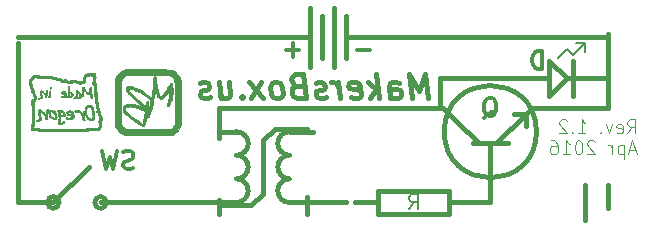
<source format=gbo>
G04 #@! TF.FileFunction,Legend,Bot*
%FSLAX46Y46*%
G04 Gerber Fmt 4.6, Leading zero omitted, Abs format (unit mm)*
G04 Created by KiCad (PCBNEW (2015-08-15 BZR 6092)-product) date 4/11/2016 5:41:06 PM*
%MOMM*%
G01*
G04 APERTURE LIST*
%ADD10C,0.150000*%
%ADD11C,0.400000*%
%ADD12C,0.200000*%
%ADD13C,0.300000*%
%ADD14C,0.100000*%
%ADD15C,0.002540*%
G04 APERTURE END LIST*
D10*
D11*
X154750000Y-120000000D02*
X157750000Y-120000000D01*
X151750000Y-113750000D02*
X154500000Y-113750000D01*
X150750000Y-114750000D02*
X151750000Y-113750000D01*
X150750000Y-119250000D02*
X150750000Y-114750000D01*
X149750000Y-120250000D02*
X150750000Y-119250000D01*
X147250000Y-120250000D02*
X149750000Y-120250000D01*
X175000000Y-109500000D02*
X165750000Y-109500000D01*
X180000000Y-118500000D02*
X180000000Y-120500000D01*
X178000000Y-118500000D02*
X178000000Y-121500000D01*
X137000000Y-120000000D02*
X147000000Y-120000000D01*
X130000000Y-120000000D02*
X133000000Y-120000000D01*
X130000000Y-106500000D02*
X130000000Y-120000000D01*
X160500000Y-120000000D02*
X158500000Y-120000000D01*
X168500000Y-120000000D02*
X166500000Y-120000000D01*
X148500000Y-120000000D02*
X147000000Y-120000000D01*
X153000000Y-120000000D02*
X154500000Y-120000000D01*
X153000000Y-114000000D02*
X155000000Y-114000000D01*
X148500000Y-114000000D02*
X147000000Y-114000000D01*
X180000000Y-109500000D02*
X180000000Y-109750000D01*
X176500000Y-109500000D02*
X180000000Y-109500000D01*
X180000000Y-112000000D02*
X175750000Y-112000000D01*
X180000000Y-106000000D02*
X180000000Y-112000000D01*
X154500000Y-121000000D02*
X154500000Y-119500000D01*
X147000000Y-119750000D02*
X147000000Y-121000000D01*
X147000000Y-112000000D02*
X147750000Y-112000000D01*
X147000000Y-114500000D02*
X147000000Y-112000000D01*
X180000000Y-106000000D02*
X180000000Y-105750000D01*
X157750000Y-106000000D02*
X180000000Y-106000000D01*
X154750000Y-103500000D02*
X154750000Y-108500000D01*
X155750000Y-104250000D02*
X155750000Y-107750000D01*
X157750000Y-104250000D02*
X157750000Y-107750000D01*
X156750000Y-103500000D02*
X156750000Y-108500000D01*
D12*
X178000000Y-106500000D02*
X178000000Y-107250000D01*
X178000000Y-106500000D02*
X177250000Y-106500000D01*
X177000000Y-107500000D02*
X178000000Y-106500000D01*
X176500000Y-107000000D02*
X177000000Y-107500000D01*
X175750000Y-107750000D02*
X176500000Y-107000000D01*
D11*
X175000000Y-108250000D02*
X175000000Y-111000000D01*
X173000000Y-112500000D02*
X173500000Y-112000000D01*
X130500000Y-106000000D02*
X130000000Y-106000000D01*
X133000000Y-106000000D02*
X130500000Y-106000000D01*
X164684525Y-111154762D02*
X164434525Y-109154762D01*
X163946430Y-110583333D01*
X163101191Y-109154762D01*
X163351191Y-111154762D01*
X161541668Y-111154762D02*
X161410716Y-110107143D01*
X161482144Y-109916667D01*
X161660716Y-109821429D01*
X162041668Y-109821429D01*
X162244049Y-109916667D01*
X161529763Y-111059524D02*
X161732144Y-111154762D01*
X162208334Y-111154762D01*
X162386906Y-111059524D01*
X162458335Y-110869048D01*
X162434525Y-110678571D01*
X162315478Y-110488095D01*
X162113096Y-110392857D01*
X161636906Y-110392857D01*
X161434525Y-110297619D01*
X160589287Y-111154762D02*
X160339287Y-109154762D01*
X160303572Y-110392857D02*
X159827382Y-111154762D01*
X159660716Y-109821429D02*
X160517859Y-110583333D01*
X158196429Y-111059524D02*
X158398810Y-111154762D01*
X158779762Y-111154762D01*
X158958334Y-111059524D01*
X159029763Y-110869048D01*
X158934525Y-110107143D01*
X158815477Y-109916667D01*
X158613096Y-109821429D01*
X158232144Y-109821429D01*
X158053572Y-109916667D01*
X157982144Y-110107143D01*
X158005953Y-110297619D01*
X158982144Y-110488095D01*
X157255953Y-111154762D02*
X157089287Y-109821429D01*
X157136906Y-110202381D02*
X157017857Y-110011905D01*
X156910714Y-109916667D01*
X156708334Y-109821429D01*
X156517858Y-109821429D01*
X156101191Y-111059524D02*
X155922619Y-111154762D01*
X155541667Y-111154762D01*
X155339286Y-111059524D01*
X155220239Y-110869048D01*
X155208334Y-110773810D01*
X155279763Y-110583333D01*
X155458334Y-110488095D01*
X155744048Y-110488095D01*
X155922620Y-110392857D01*
X155994049Y-110202381D01*
X155982144Y-110107143D01*
X155863096Y-109916667D01*
X155660715Y-109821429D01*
X155375001Y-109821429D01*
X155196429Y-109916667D01*
X153601191Y-110107143D02*
X153327382Y-110202381D01*
X153244047Y-110297619D01*
X153172619Y-110488095D01*
X153208333Y-110773810D01*
X153327381Y-110964286D01*
X153434524Y-111059524D01*
X153636905Y-111154762D01*
X154398810Y-111154762D01*
X154148810Y-109154762D01*
X153482143Y-109154762D01*
X153303572Y-109250000D01*
X153220239Y-109345238D01*
X153148809Y-109535714D01*
X153172619Y-109726190D01*
X153291667Y-109916667D01*
X153398810Y-110011905D01*
X153601191Y-110107143D01*
X154267858Y-110107143D01*
X152113095Y-111154762D02*
X152291666Y-111059524D01*
X152375001Y-110964286D01*
X152446429Y-110773810D01*
X152375001Y-110202381D01*
X152255953Y-110011905D01*
X152148809Y-109916667D01*
X151946429Y-109821429D01*
X151660715Y-109821429D01*
X151482143Y-109916667D01*
X151398810Y-110011905D01*
X151327382Y-110202381D01*
X151398810Y-110773810D01*
X151517858Y-110964286D01*
X151625000Y-111059524D01*
X151827381Y-111154762D01*
X152113095Y-111154762D01*
X150779762Y-111154762D02*
X149565477Y-109821429D01*
X150613096Y-109821429D02*
X149732143Y-111154762D01*
X148946429Y-110964286D02*
X148863094Y-111059524D01*
X148970238Y-111154762D01*
X149053571Y-111059524D01*
X148946429Y-110964286D01*
X148970238Y-111154762D01*
X146994048Y-109821429D02*
X147160714Y-111154762D01*
X147851191Y-109821429D02*
X147982143Y-110869048D01*
X147910713Y-111059524D01*
X147732142Y-111154762D01*
X147446428Y-111154762D01*
X147244047Y-111059524D01*
X147136905Y-110964286D01*
X146291666Y-111059524D02*
X146113094Y-111154762D01*
X145732142Y-111154762D01*
X145529761Y-111059524D01*
X145410714Y-110869048D01*
X145398809Y-110773810D01*
X145470238Y-110583333D01*
X145648809Y-110488095D01*
X145934523Y-110488095D01*
X146113095Y-110392857D01*
X146184524Y-110202381D01*
X146172619Y-110107143D01*
X146053571Y-109916667D01*
X145851190Y-109821429D01*
X145565476Y-109821429D01*
X145386904Y-109916667D01*
D13*
X139785714Y-117107143D02*
X139571428Y-117178571D01*
X139214285Y-117178571D01*
X139071428Y-117107143D01*
X138999999Y-117035714D01*
X138928571Y-116892857D01*
X138928571Y-116750000D01*
X138999999Y-116607143D01*
X139071428Y-116535714D01*
X139214285Y-116464286D01*
X139499999Y-116392857D01*
X139642857Y-116321429D01*
X139714285Y-116250000D01*
X139785714Y-116107143D01*
X139785714Y-115964286D01*
X139714285Y-115821429D01*
X139642857Y-115750000D01*
X139499999Y-115678571D01*
X139142857Y-115678571D01*
X138928571Y-115750000D01*
X138428571Y-115678571D02*
X138071428Y-117178571D01*
X137785714Y-116107143D01*
X137500000Y-117178571D01*
X137142857Y-115678571D01*
X174392857Y-108678571D02*
X174392857Y-107178571D01*
X174035714Y-107178571D01*
X173821429Y-107250000D01*
X173678571Y-107392857D01*
X173607143Y-107535714D01*
X173535714Y-107821429D01*
X173535714Y-108035714D01*
X173607143Y-108321429D01*
X173678571Y-108464286D01*
X173821429Y-108607143D01*
X174035714Y-108678571D01*
X174392857Y-108678571D01*
D11*
X166500000Y-119000000D02*
X160500000Y-119000000D01*
X160500000Y-121000000D02*
X166500000Y-121000000D01*
D12*
X163097619Y-120588095D02*
X163530952Y-119969048D01*
X163840476Y-120588095D02*
X163840476Y-119288095D01*
X163345238Y-119288095D01*
X163221429Y-119350000D01*
X163159524Y-119411905D01*
X163097619Y-119535714D01*
X163097619Y-119721429D01*
X163159524Y-119845238D01*
X163221429Y-119907143D01*
X163345238Y-119969048D01*
X163840476Y-119969048D01*
D13*
X169428571Y-112821429D02*
X169571428Y-112750000D01*
X169714285Y-112607143D01*
X169928571Y-112392857D01*
X170071428Y-112321429D01*
X170214285Y-112321429D01*
X170142857Y-112678571D02*
X170285714Y-112607143D01*
X170428571Y-112464286D01*
X170500000Y-112178571D01*
X170500000Y-111678571D01*
X170428571Y-111392857D01*
X170285714Y-111250000D01*
X170142857Y-111178571D01*
X169857143Y-111178571D01*
X169714285Y-111250000D01*
X169571428Y-111392857D01*
X169500000Y-111678571D01*
X169500000Y-112178571D01*
X169571428Y-112464286D01*
X169714285Y-112607143D01*
X169857143Y-112678571D01*
X170142857Y-112678571D01*
D11*
X165750000Y-109500000D02*
X165750000Y-112000000D01*
X166000000Y-112000000D02*
X164500000Y-112000000D01*
X167000000Y-113000000D02*
X166000000Y-112000000D01*
D13*
X159821428Y-107107143D02*
X158678571Y-107107143D01*
X153821428Y-107107143D02*
X152678571Y-107107143D01*
X153250000Y-107678571D02*
X153250000Y-106535714D01*
D11*
X133000000Y-106000000D02*
X154500000Y-106000000D01*
X177000000Y-111000000D02*
X177000000Y-108000000D01*
X176500000Y-109500000D02*
X175000000Y-108000000D01*
X175000000Y-111000000D02*
X176500000Y-109500000D01*
X137500000Y-120000000D02*
G75*
G03X137500000Y-120000000I-500000J0D01*
G01*
X133500000Y-120000000D02*
G75*
G03X133500000Y-120000000I-500000J0D01*
G01*
X147500000Y-112000000D02*
X164500000Y-112000000D01*
X176000000Y-112000000D02*
X173500000Y-112000000D01*
X169000000Y-115000000D02*
X167000000Y-113000000D01*
X173000000Y-112500000D02*
X173000000Y-113500000D01*
X173000000Y-112500000D02*
X172000000Y-112500000D01*
X170500000Y-115000000D02*
X173000000Y-112500000D01*
X170000000Y-120000000D02*
X170000000Y-115000000D01*
X168500000Y-115000000D02*
X171500000Y-115000000D01*
X173905125Y-114000000D02*
G75*
G03X173905125Y-114000000I-3905125J0D01*
G01*
X168000000Y-120000000D02*
X170000000Y-120000000D01*
X166500000Y-121000000D02*
X166500000Y-119000000D01*
X160500000Y-119000000D02*
X160500000Y-121000000D01*
X152000000Y-119000000D02*
G75*
G03X153000000Y-120000000I1000000J0D01*
G01*
X153000000Y-118000000D02*
G75*
G03X152000000Y-119000000I0J-1000000D01*
G01*
X152000000Y-117000000D02*
G75*
G03X153000000Y-118000000I1000000J0D01*
G01*
X153000000Y-116000000D02*
G75*
G03X152000000Y-117000000I0J-1000000D01*
G01*
X152000000Y-115000000D02*
G75*
G03X153000000Y-116000000I1000000J0D01*
G01*
X153000000Y-114000000D02*
G75*
G03X152000000Y-115000000I0J-1000000D01*
G01*
X149500000Y-115000000D02*
G75*
G03X148500000Y-114000000I-1000000J0D01*
G01*
X148500000Y-116000000D02*
G75*
G03X149500000Y-115000000I0J1000000D01*
G01*
X149500000Y-117000000D02*
G75*
G03X148500000Y-116000000I-1000000J0D01*
G01*
X148500000Y-118000000D02*
G75*
G03X149500000Y-117000000I0J1000000D01*
G01*
X149500000Y-119000000D02*
G75*
G03X148500000Y-118000000I-1000000J0D01*
G01*
X148500000Y-120000000D02*
G75*
G03X149500000Y-119000000I0J1000000D01*
G01*
X133000000Y-120000000D02*
X136000000Y-117000000D01*
D14*
X181609524Y-114152857D02*
X181976190Y-113581429D01*
X182238095Y-114152857D02*
X182238095Y-112952857D01*
X181819048Y-112952857D01*
X181714286Y-113010000D01*
X181661905Y-113067143D01*
X181609524Y-113181429D01*
X181609524Y-113352857D01*
X181661905Y-113467143D01*
X181714286Y-113524286D01*
X181819048Y-113581429D01*
X182238095Y-113581429D01*
X180719048Y-114095714D02*
X180823810Y-114152857D01*
X181033333Y-114152857D01*
X181138095Y-114095714D01*
X181190476Y-113981429D01*
X181190476Y-113524286D01*
X181138095Y-113410000D01*
X181033333Y-113352857D01*
X180823810Y-113352857D01*
X180719048Y-113410000D01*
X180666667Y-113524286D01*
X180666667Y-113638571D01*
X181190476Y-113752857D01*
X180300000Y-113352857D02*
X180038095Y-114152857D01*
X179776191Y-113352857D01*
X179357143Y-114038571D02*
X179304762Y-114095714D01*
X179357143Y-114152857D01*
X179409524Y-114095714D01*
X179357143Y-114038571D01*
X179357143Y-114152857D01*
X177419048Y-114152857D02*
X178047619Y-114152857D01*
X177733333Y-114152857D02*
X177733333Y-112952857D01*
X177838095Y-113124286D01*
X177942857Y-113238571D01*
X178047619Y-113295714D01*
X176947619Y-114038571D02*
X176895238Y-114095714D01*
X176947619Y-114152857D01*
X177000000Y-114095714D01*
X176947619Y-114038571D01*
X176947619Y-114152857D01*
X176476190Y-113067143D02*
X176423809Y-113010000D01*
X176319047Y-112952857D01*
X176057143Y-112952857D01*
X175952381Y-113010000D01*
X175900000Y-113067143D01*
X175847619Y-113181429D01*
X175847619Y-113295714D01*
X175900000Y-113467143D01*
X176528571Y-114152857D01*
X175847619Y-114152857D01*
X182290476Y-115590000D02*
X181766667Y-115590000D01*
X182395238Y-115932857D02*
X182028571Y-114732857D01*
X181661905Y-115932857D01*
X181295238Y-115132857D02*
X181295238Y-116332857D01*
X181295238Y-115190000D02*
X181190476Y-115132857D01*
X180980953Y-115132857D01*
X180876191Y-115190000D01*
X180823810Y-115247143D01*
X180771429Y-115361429D01*
X180771429Y-115704286D01*
X180823810Y-115818571D01*
X180876191Y-115875714D01*
X180980953Y-115932857D01*
X181190476Y-115932857D01*
X181295238Y-115875714D01*
X180300000Y-115932857D02*
X180300000Y-115132857D01*
X180300000Y-115361429D02*
X180247619Y-115247143D01*
X180195238Y-115190000D01*
X180090476Y-115132857D01*
X179985715Y-115132857D01*
X178833334Y-114847143D02*
X178780953Y-114790000D01*
X178676191Y-114732857D01*
X178414287Y-114732857D01*
X178309525Y-114790000D01*
X178257144Y-114847143D01*
X178204763Y-114961429D01*
X178204763Y-115075714D01*
X178257144Y-115247143D01*
X178885715Y-115932857D01*
X178204763Y-115932857D01*
X177523810Y-114732857D02*
X177419049Y-114732857D01*
X177314287Y-114790000D01*
X177261906Y-114847143D01*
X177209525Y-114961429D01*
X177157144Y-115190000D01*
X177157144Y-115475714D01*
X177209525Y-115704286D01*
X177261906Y-115818571D01*
X177314287Y-115875714D01*
X177419049Y-115932857D01*
X177523810Y-115932857D01*
X177628572Y-115875714D01*
X177680953Y-115818571D01*
X177733334Y-115704286D01*
X177785715Y-115475714D01*
X177785715Y-115190000D01*
X177733334Y-114961429D01*
X177680953Y-114847143D01*
X177628572Y-114790000D01*
X177523810Y-114732857D01*
X176109525Y-115932857D02*
X176738096Y-115932857D01*
X176423810Y-115932857D02*
X176423810Y-114732857D01*
X176528572Y-114904286D01*
X176633334Y-115018571D01*
X176738096Y-115075714D01*
X175166668Y-114732857D02*
X175376191Y-114732857D01*
X175480953Y-114790000D01*
X175533334Y-114847143D01*
X175638096Y-115018571D01*
X175690477Y-115247143D01*
X175690477Y-115704286D01*
X175638096Y-115818571D01*
X175585715Y-115875714D01*
X175480953Y-115932857D01*
X175271430Y-115932857D01*
X175166668Y-115875714D01*
X175114287Y-115818571D01*
X175061906Y-115704286D01*
X175061906Y-115418571D01*
X175114287Y-115304286D01*
X175166668Y-115247143D01*
X175271430Y-115190000D01*
X175480953Y-115190000D01*
X175585715Y-115247143D01*
X175638096Y-115304286D01*
X175690477Y-115418571D01*
D15*
G36*
X130903740Y-109739780D02*
X130903740Y-109777880D01*
X130906280Y-109803280D01*
X130908820Y-109826140D01*
X130913900Y-109843920D01*
X130924060Y-109864240D01*
X130926600Y-109871860D01*
X130939300Y-109899800D01*
X130949460Y-109925200D01*
X130959620Y-109955680D01*
X130969780Y-109991240D01*
X130979940Y-110036960D01*
X130992640Y-110090300D01*
X130997720Y-110108080D01*
X131012960Y-110181740D01*
X131030740Y-110242700D01*
X131045980Y-110296040D01*
X131066300Y-110341760D01*
X131086620Y-110382400D01*
X131086620Y-109752480D01*
X131086620Y-109737240D01*
X131089160Y-109724540D01*
X131096780Y-109711840D01*
X131109480Y-109696600D01*
X131132340Y-109678820D01*
X131142500Y-109668660D01*
X131170440Y-109645800D01*
X131195840Y-109620400D01*
X131213620Y-109597540D01*
X131221240Y-109589920D01*
X131233940Y-109572140D01*
X131254260Y-109546740D01*
X131279660Y-109516260D01*
X131305060Y-109485780D01*
X131307600Y-109483240D01*
X131330460Y-109455300D01*
X131350780Y-109429900D01*
X131363480Y-109412120D01*
X131371100Y-109401960D01*
X131371100Y-109399420D01*
X131376180Y-109394340D01*
X131393960Y-109394340D01*
X131419360Y-109394340D01*
X131449840Y-109399420D01*
X131480320Y-109404500D01*
X131490480Y-109407040D01*
X131503180Y-109409580D01*
X131515880Y-109414660D01*
X131531120Y-109414660D01*
X131548900Y-109417200D01*
X131574300Y-109419740D01*
X131607320Y-109422280D01*
X131645420Y-109422280D01*
X131693680Y-109424820D01*
X131752100Y-109424820D01*
X131823220Y-109427360D01*
X131907040Y-109429900D01*
X131960380Y-109429900D01*
X132046740Y-109432440D01*
X132133100Y-109432440D01*
X132219460Y-109434980D01*
X132303280Y-109434980D01*
X132382020Y-109437520D01*
X132453140Y-109437520D01*
X132516640Y-109437520D01*
X132564900Y-109437520D01*
X132577600Y-109437520D01*
X132770640Y-109437520D01*
X132831600Y-109498480D01*
X132892560Y-109556900D01*
X132933200Y-109556900D01*
X132961140Y-109556900D01*
X132996700Y-109554360D01*
X133024640Y-109549280D01*
X133057660Y-109546740D01*
X133088140Y-109549280D01*
X133121160Y-109554360D01*
X133161800Y-109564520D01*
X133207520Y-109582300D01*
X133263400Y-109605160D01*
X133278640Y-109610240D01*
X133321820Y-109630560D01*
X133354840Y-109643260D01*
X133382780Y-109650880D01*
X133408180Y-109655960D01*
X133436120Y-109661040D01*
X133453900Y-109663580D01*
X133499620Y-109668660D01*
X133535180Y-109673740D01*
X133563120Y-109681360D01*
X133583440Y-109691520D01*
X133603760Y-109704220D01*
X133624080Y-109724540D01*
X133626620Y-109727080D01*
X133649480Y-109747400D01*
X133674880Y-109765180D01*
X133692660Y-109777880D01*
X133692660Y-109777880D01*
X133712980Y-109782960D01*
X133743460Y-109788040D01*
X133779020Y-109795660D01*
X133817120Y-109798200D01*
X133850140Y-109803280D01*
X133875540Y-109803280D01*
X133890780Y-109800740D01*
X133903480Y-109793120D01*
X133926340Y-109780420D01*
X133946660Y-109762640D01*
X133969520Y-109742320D01*
X133984760Y-109734700D01*
X133994920Y-109732160D01*
X134000000Y-109734700D01*
X134010160Y-109742320D01*
X134030480Y-109755020D01*
X134058420Y-109772800D01*
X134088900Y-109793120D01*
X134096520Y-109798200D01*
X134182880Y-109851540D01*
X134259080Y-109854080D01*
X134294640Y-109856620D01*
X134317500Y-109859160D01*
X134330200Y-109861700D01*
X134340360Y-109866780D01*
X134345440Y-109874400D01*
X134347980Y-109879480D01*
X134368300Y-109902340D01*
X134396240Y-109917580D01*
X134426720Y-109925200D01*
X134431800Y-109925200D01*
X134459740Y-109917580D01*
X134487680Y-109899800D01*
X134515620Y-109869320D01*
X134525780Y-109856620D01*
X134538480Y-109843920D01*
X134546100Y-109833760D01*
X134556260Y-109826140D01*
X134568960Y-109818520D01*
X134589280Y-109815980D01*
X134614680Y-109810900D01*
X134652780Y-109805820D01*
X134701040Y-109803280D01*
X134716280Y-109800740D01*
X134825500Y-109790580D01*
X134855980Y-109818520D01*
X134891540Y-109851540D01*
X134927100Y-109876940D01*
X134957580Y-109897260D01*
X134967740Y-109902340D01*
X134990600Y-109907420D01*
X135023620Y-109912500D01*
X135066800Y-109917580D01*
X135112520Y-109922660D01*
X135163320Y-109927740D01*
X135211580Y-109930280D01*
X135257300Y-109930280D01*
X135259840Y-109930280D01*
X135308100Y-109930280D01*
X135351280Y-109925200D01*
X135394460Y-109920120D01*
X135442720Y-109909960D01*
X135488440Y-109899800D01*
X135521460Y-109889640D01*
X135546860Y-109876940D01*
X135569720Y-109864240D01*
X135592580Y-109843920D01*
X135617980Y-109818520D01*
X135635760Y-109798200D01*
X135651000Y-109777880D01*
X135658620Y-109755020D01*
X135666240Y-109727080D01*
X135673860Y-109691520D01*
X135676400Y-109648340D01*
X135681480Y-109597540D01*
X135689100Y-109518800D01*
X135701800Y-109450220D01*
X135722120Y-109394340D01*
X135747520Y-109348620D01*
X135750060Y-109343540D01*
X135775460Y-109318140D01*
X135813560Y-109290200D01*
X135826260Y-109282580D01*
X135854200Y-109269880D01*
X135877060Y-109259720D01*
X135894840Y-109257180D01*
X135917700Y-109257180D01*
X135920240Y-109257180D01*
X135958340Y-109257180D01*
X136001520Y-109249560D01*
X136032000Y-109241940D01*
X136070100Y-109229240D01*
X136098040Y-109224160D01*
X136115820Y-109221620D01*
X136131060Y-109226700D01*
X136146300Y-109231780D01*
X136153920Y-109236860D01*
X136184400Y-109252100D01*
X136227580Y-109257180D01*
X136275840Y-109252100D01*
X136291080Y-109247020D01*
X136313940Y-109241940D01*
X136334260Y-109236860D01*
X136341880Y-109236860D01*
X136341880Y-109241940D01*
X136344420Y-109262260D01*
X136344420Y-109285120D01*
X136344420Y-109287660D01*
X136344420Y-109315600D01*
X136346960Y-109335920D01*
X136352040Y-109353700D01*
X136364740Y-109371480D01*
X136387600Y-109404500D01*
X136379980Y-109523880D01*
X136377440Y-109569600D01*
X136372360Y-109602620D01*
X136369820Y-109628020D01*
X136364740Y-109645800D01*
X136359660Y-109661040D01*
X136352040Y-109676280D01*
X136346960Y-109683900D01*
X136331720Y-109714380D01*
X136324100Y-109742320D01*
X136324100Y-109762640D01*
X136321560Y-109790580D01*
X136319020Y-109813440D01*
X136316480Y-109821060D01*
X136313940Y-109838840D01*
X136308860Y-109864240D01*
X136308860Y-109897260D01*
X136308860Y-109909960D01*
X136308860Y-109942980D01*
X136308860Y-109963300D01*
X136313940Y-109978540D01*
X136321560Y-109988700D01*
X136331720Y-110001400D01*
X136334260Y-110003940D01*
X136354580Y-110019180D01*
X136374900Y-110026800D01*
X136377440Y-110029340D01*
X136387600Y-110029340D01*
X136392680Y-110034420D01*
X136397760Y-110049660D01*
X136400300Y-110075060D01*
X136402840Y-110108080D01*
X136405380Y-110146180D01*
X136405380Y-110169040D01*
X136407920Y-110212220D01*
X136413000Y-110268100D01*
X136420620Y-110339220D01*
X136433320Y-110425580D01*
X136451100Y-110524640D01*
X136451100Y-110532260D01*
X136458720Y-110575440D01*
X136463800Y-110616080D01*
X136468880Y-110646560D01*
X136471420Y-110669420D01*
X136473960Y-110677040D01*
X136473960Y-110689740D01*
X136471420Y-110712600D01*
X136471420Y-110743080D01*
X136468880Y-110773560D01*
X136468880Y-110806580D01*
X136466340Y-110837060D01*
X136463800Y-110857380D01*
X136461260Y-110865000D01*
X136451100Y-110890400D01*
X136448560Y-110920880D01*
X136451100Y-110951360D01*
X136461260Y-110976760D01*
X136476500Y-110989460D01*
X136484120Y-111002160D01*
X136491740Y-111027560D01*
X136501900Y-111068200D01*
X136509520Y-111124080D01*
X136519680Y-111192660D01*
X136527300Y-111271400D01*
X136532380Y-111332360D01*
X136537460Y-111385700D01*
X136542540Y-111436500D01*
X136547620Y-111479680D01*
X136552700Y-111515240D01*
X136555240Y-111540640D01*
X136557780Y-111553340D01*
X136567940Y-111573660D01*
X136578100Y-111601600D01*
X136588260Y-111627000D01*
X136595880Y-111647320D01*
X136603500Y-111662560D01*
X136606040Y-111680340D01*
X136608580Y-111700660D01*
X136608580Y-111726060D01*
X136606040Y-111759080D01*
X136603500Y-111804800D01*
X136603500Y-111825120D01*
X136600960Y-111870840D01*
X136600960Y-111906400D01*
X136606040Y-111934340D01*
X136613660Y-111959740D01*
X136626360Y-111987680D01*
X136646680Y-112020700D01*
X136664460Y-112058800D01*
X136674620Y-112086740D01*
X136679700Y-112114680D01*
X136674620Y-112142620D01*
X136664460Y-112180720D01*
X136659380Y-112190880D01*
X136646680Y-112228980D01*
X136639060Y-112259460D01*
X136639060Y-112279780D01*
X136641600Y-112297560D01*
X136649220Y-112312800D01*
X136649220Y-112315340D01*
X136664460Y-112330580D01*
X136689860Y-112348360D01*
X136720340Y-112366140D01*
X136753360Y-112378840D01*
X136773680Y-112386460D01*
X136794000Y-112391540D01*
X136794000Y-112480440D01*
X136794000Y-112571880D01*
X136824480Y-112635380D01*
X136857500Y-112703960D01*
X136882900Y-112762380D01*
X136903220Y-112810640D01*
X136915920Y-112846200D01*
X136921000Y-112866520D01*
X136923540Y-112884300D01*
X136923540Y-112899540D01*
X136915920Y-112914780D01*
X136900680Y-112935100D01*
X136900680Y-112937640D01*
X136872740Y-112978280D01*
X136849880Y-113016380D01*
X136832100Y-113062100D01*
X136824480Y-113090040D01*
X136809240Y-113143380D01*
X136832100Y-113242440D01*
X136847340Y-113308480D01*
X136854960Y-113361820D01*
X136860040Y-113407540D01*
X136860040Y-113448180D01*
X136852420Y-113486280D01*
X136842260Y-113524380D01*
X136842260Y-113524380D01*
X136827020Y-113567560D01*
X136814320Y-113605660D01*
X136799080Y-113638680D01*
X136788920Y-113661540D01*
X136778760Y-113671700D01*
X136778760Y-113674240D01*
X136768600Y-113676780D01*
X136748280Y-113684400D01*
X136740660Y-113689480D01*
X136717800Y-113697100D01*
X136682240Y-113704720D01*
X136633980Y-113709800D01*
X136573020Y-113712340D01*
X136496820Y-113714880D01*
X136407920Y-113717420D01*
X136306320Y-113717420D01*
X136296160Y-113717420D01*
X136240280Y-113719960D01*
X136174240Y-113719960D01*
X136100580Y-113722500D01*
X136021840Y-113722500D01*
X135943100Y-113725040D01*
X135869440Y-113730120D01*
X135849120Y-113730120D01*
X135612900Y-113737740D01*
X135386840Y-113747900D01*
X135163320Y-113752980D01*
X134939800Y-113758060D01*
X134718820Y-113763140D01*
X134495300Y-113765680D01*
X134269240Y-113768220D01*
X134035560Y-113768220D01*
X133796800Y-113768220D01*
X133545340Y-113768220D01*
X133283720Y-113765680D01*
X133151640Y-113763140D01*
X132966220Y-113760600D01*
X132796040Y-113758060D01*
X132638560Y-113755520D01*
X132493780Y-113752980D01*
X132359160Y-113750440D01*
X132234700Y-113747900D01*
X132117860Y-113745360D01*
X132011180Y-113742820D01*
X131912120Y-113737740D01*
X131820680Y-113735200D01*
X131731780Y-113732660D01*
X131647960Y-113727580D01*
X131602240Y-113725040D01*
X131538740Y-113722500D01*
X131480320Y-113717420D01*
X131426980Y-113714880D01*
X131381260Y-113712340D01*
X131348240Y-113709800D01*
X131325380Y-113709800D01*
X131312680Y-113709800D01*
X131312680Y-113709800D01*
X131312680Y-113702180D01*
X131315220Y-113679320D01*
X131315220Y-113646300D01*
X131317760Y-113598040D01*
X131320300Y-113539620D01*
X131322840Y-113471040D01*
X131327920Y-113392300D01*
X131330460Y-113305940D01*
X131335540Y-113209420D01*
X131340620Y-113107820D01*
X131343160Y-113001140D01*
X131348240Y-112886840D01*
X131355860Y-112770000D01*
X131355860Y-112754760D01*
X131360940Y-112615060D01*
X131366020Y-112488060D01*
X131371100Y-112373760D01*
X131376180Y-112272160D01*
X131381260Y-112183260D01*
X131383800Y-112104520D01*
X131386340Y-112038480D01*
X131388880Y-111977520D01*
X131388880Y-111929260D01*
X131388880Y-111886080D01*
X131388880Y-111853060D01*
X131388880Y-111822580D01*
X131388880Y-111799720D01*
X131386340Y-111781940D01*
X131383800Y-111766700D01*
X131381260Y-111756540D01*
X131378720Y-111746380D01*
X131373640Y-111738760D01*
X131368560Y-111733680D01*
X131363480Y-111726060D01*
X131358400Y-111718440D01*
X131345700Y-111703200D01*
X131338080Y-111687960D01*
X131335540Y-111672720D01*
X131338080Y-111647320D01*
X131338080Y-111637160D01*
X131338080Y-111601600D01*
X131335540Y-111568580D01*
X131325380Y-111527940D01*
X131325380Y-111525400D01*
X131312680Y-111482220D01*
X131305060Y-111451740D01*
X131302520Y-111428880D01*
X131302520Y-111416180D01*
X131305060Y-111406020D01*
X131312680Y-111400940D01*
X131312680Y-111398400D01*
X131330460Y-111393320D01*
X131353320Y-111385700D01*
X131363480Y-111385700D01*
X131391420Y-111378080D01*
X131414280Y-111367920D01*
X131434600Y-111352680D01*
X131452380Y-111329820D01*
X131475240Y-111294260D01*
X131493020Y-111258700D01*
X131536200Y-111169800D01*
X131528580Y-111091060D01*
X131523500Y-111060580D01*
X131518420Y-111032640D01*
X131510800Y-111007240D01*
X131503180Y-110979300D01*
X131490480Y-110943740D01*
X131470160Y-110900560D01*
X131465080Y-110887860D01*
X131444760Y-110837060D01*
X131421900Y-110786260D01*
X131399040Y-110732920D01*
X131378720Y-110687200D01*
X131368560Y-110669420D01*
X131353320Y-110631320D01*
X131340620Y-110603380D01*
X131333000Y-110583060D01*
X131330460Y-110570360D01*
X131333000Y-110560200D01*
X131333000Y-110550040D01*
X131340620Y-110524640D01*
X131340620Y-110494160D01*
X131330460Y-110461140D01*
X131312680Y-110420500D01*
X131287280Y-110372240D01*
X131284740Y-110369700D01*
X131261880Y-110329060D01*
X131241560Y-110293500D01*
X131226320Y-110263020D01*
X131216160Y-110232540D01*
X131203460Y-110199520D01*
X131193300Y-110158880D01*
X131183140Y-110113160D01*
X131172980Y-110067440D01*
X131157740Y-110003940D01*
X131145040Y-109953140D01*
X131134880Y-109912500D01*
X131124720Y-109879480D01*
X131114560Y-109851540D01*
X131106940Y-109828680D01*
X131099320Y-109818520D01*
X131091700Y-109790580D01*
X131086620Y-109760100D01*
X131086620Y-109752480D01*
X131086620Y-110382400D01*
X131089160Y-110384940D01*
X131094240Y-110400180D01*
X131112020Y-110428120D01*
X131122180Y-110450980D01*
X131127260Y-110463680D01*
X131127260Y-110473840D01*
X131122180Y-110484000D01*
X131119640Y-110501780D01*
X131117100Y-110519560D01*
X131122180Y-110542420D01*
X131129800Y-110570360D01*
X131145040Y-110605920D01*
X131165360Y-110654180D01*
X131180600Y-110684660D01*
X131216160Y-110765940D01*
X131251720Y-110842140D01*
X131279660Y-110910720D01*
X131305060Y-110971680D01*
X131325380Y-111022480D01*
X131338080Y-111063120D01*
X131345700Y-111091060D01*
X131345700Y-111093600D01*
X131350780Y-111121540D01*
X131348240Y-111139320D01*
X131343160Y-111159640D01*
X131335540Y-111172340D01*
X131325380Y-111192660D01*
X131312680Y-111205360D01*
X131297440Y-111212980D01*
X131274580Y-111218060D01*
X131261880Y-111220600D01*
X131246640Y-111223140D01*
X131228860Y-111233300D01*
X131211080Y-111248540D01*
X131183140Y-111273940D01*
X131175520Y-111284100D01*
X131150120Y-111309500D01*
X131132340Y-111327280D01*
X131122180Y-111339980D01*
X131117100Y-111352680D01*
X131117100Y-111367920D01*
X131117100Y-111378080D01*
X131119640Y-111431420D01*
X131132340Y-111492380D01*
X131147580Y-111555880D01*
X131155200Y-111583820D01*
X131157740Y-111606680D01*
X131157740Y-111629540D01*
X131155200Y-111660020D01*
X131152660Y-111665100D01*
X131150120Y-111698120D01*
X131150120Y-111726060D01*
X131157740Y-111748920D01*
X131175520Y-111776860D01*
X131193300Y-111799720D01*
X131216160Y-111827660D01*
X131172980Y-112808100D01*
X131167900Y-112927480D01*
X131162820Y-113044320D01*
X131157740Y-113156080D01*
X131152660Y-113262760D01*
X131150120Y-113361820D01*
X131145040Y-113453260D01*
X131142500Y-113537080D01*
X131139960Y-113610740D01*
X131137420Y-113674240D01*
X131134880Y-113727580D01*
X131134880Y-113768220D01*
X131134880Y-113796160D01*
X131134880Y-113811400D01*
X131134880Y-113811400D01*
X131145040Y-113836800D01*
X131165360Y-113859660D01*
X131188220Y-113874900D01*
X131193300Y-113877440D01*
X131206000Y-113879980D01*
X131233940Y-113882520D01*
X131272040Y-113885060D01*
X131320300Y-113890140D01*
X131378720Y-113892680D01*
X131442220Y-113897760D01*
X131515880Y-113900300D01*
X131592080Y-113905380D01*
X131673360Y-113907920D01*
X131754640Y-113913000D01*
X131838460Y-113915540D01*
X131919740Y-113918080D01*
X132001020Y-113920620D01*
X132077220Y-113923160D01*
X132148340Y-113925700D01*
X132191520Y-113928240D01*
X132252480Y-113928240D01*
X132326140Y-113930780D01*
X132409960Y-113930780D01*
X132501400Y-113933320D01*
X132603000Y-113935860D01*
X132709680Y-113935860D01*
X132818900Y-113938400D01*
X132933200Y-113938400D01*
X133044960Y-113940940D01*
X133154180Y-113943480D01*
X133197360Y-113943480D01*
X133298960Y-113943480D01*
X133400560Y-113946020D01*
X133499620Y-113946020D01*
X133596140Y-113948560D01*
X133685040Y-113948560D01*
X133768860Y-113948560D01*
X133842520Y-113951100D01*
X133906020Y-113951100D01*
X133959360Y-113951100D01*
X134000000Y-113951100D01*
X134022860Y-113951100D01*
X134058420Y-113951100D01*
X134109220Y-113951100D01*
X134170180Y-113951100D01*
X134241300Y-113951100D01*
X134317500Y-113951100D01*
X134398780Y-113948560D01*
X134482600Y-113948560D01*
X134566420Y-113946020D01*
X134601980Y-113946020D01*
X134756920Y-113943480D01*
X134906780Y-113938400D01*
X135054100Y-113935860D01*
X135193800Y-113930780D01*
X135325880Y-113928240D01*
X135450340Y-113923160D01*
X135564640Y-113920620D01*
X135666240Y-113918080D01*
X135752600Y-113913000D01*
X135770380Y-113913000D01*
X135826260Y-113910460D01*
X135892300Y-113907920D01*
X135963420Y-113907920D01*
X136034540Y-113905380D01*
X136103120Y-113905380D01*
X136128520Y-113905380D01*
X136194560Y-113905380D01*
X136268220Y-113902840D01*
X136349500Y-113902840D01*
X136428240Y-113897760D01*
X136504440Y-113895220D01*
X136542540Y-113895220D01*
X136758440Y-113882520D01*
X136829560Y-113849500D01*
X136862580Y-113831720D01*
X136887980Y-113819020D01*
X136905760Y-113806320D01*
X136910840Y-113801240D01*
X136926080Y-113780920D01*
X136941320Y-113750440D01*
X136961640Y-113709800D01*
X136979420Y-113666620D01*
X136997200Y-113623440D01*
X137012440Y-113585340D01*
X137025140Y-113544700D01*
X137032760Y-113511680D01*
X137037840Y-113486280D01*
X137040380Y-113455800D01*
X137040380Y-113435480D01*
X137035300Y-113361820D01*
X137022600Y-113278000D01*
X137007360Y-113204340D01*
X136999740Y-113168780D01*
X136999740Y-113140840D01*
X137007360Y-113110360D01*
X137022600Y-113077340D01*
X137045460Y-113039240D01*
X137060700Y-113021460D01*
X137083560Y-112985900D01*
X137098800Y-112960500D01*
X137106420Y-112935100D01*
X137108960Y-112909700D01*
X137106420Y-112876680D01*
X137098800Y-112838580D01*
X137091180Y-112808100D01*
X137078480Y-112767460D01*
X137060700Y-112721740D01*
X137040380Y-112668400D01*
X137014980Y-112617600D01*
X136994660Y-112574420D01*
X136987040Y-112556640D01*
X136979420Y-112541400D01*
X136976880Y-112523620D01*
X136974340Y-112503300D01*
X136974340Y-112472820D01*
X136974340Y-112432180D01*
X136974340Y-112427100D01*
X136971800Y-112378840D01*
X136969260Y-112338200D01*
X136964180Y-112310260D01*
X136951480Y-112287400D01*
X136933700Y-112267080D01*
X136905760Y-112249300D01*
X136867660Y-112228980D01*
X136847340Y-112218820D01*
X136847340Y-112211200D01*
X136849880Y-112193420D01*
X136854960Y-112168020D01*
X136857500Y-112160400D01*
X136862580Y-112114680D01*
X136862580Y-112084200D01*
X136862580Y-112076580D01*
X136849880Y-112033400D01*
X136829560Y-111987680D01*
X136806700Y-111941960D01*
X136799080Y-111929260D01*
X136791460Y-111916560D01*
X136786380Y-111903860D01*
X136781300Y-111888620D01*
X136781300Y-111870840D01*
X136781300Y-111847980D01*
X136781300Y-111817500D01*
X136786380Y-111774320D01*
X136791460Y-111720980D01*
X136791460Y-111718440D01*
X136791460Y-111693040D01*
X136791460Y-111667640D01*
X136783840Y-111639700D01*
X136776220Y-111611760D01*
X136763520Y-111578740D01*
X136753360Y-111548260D01*
X136743200Y-111525400D01*
X136740660Y-111520320D01*
X136735580Y-111507620D01*
X136730500Y-111487300D01*
X136727960Y-111459360D01*
X136722880Y-111421260D01*
X136717800Y-111370460D01*
X136712720Y-111309500D01*
X136705100Y-111240920D01*
X136697480Y-111174880D01*
X136689860Y-111111380D01*
X136679700Y-111050420D01*
X136672080Y-110997080D01*
X136664460Y-110953900D01*
X136654300Y-110923420D01*
X136651760Y-110913260D01*
X136651760Y-110895480D01*
X136654300Y-110877700D01*
X136656840Y-110852300D01*
X136651760Y-110816740D01*
X136651760Y-110816740D01*
X136646680Y-110783720D01*
X136649220Y-110748160D01*
X136651760Y-110730380D01*
X136654300Y-110707520D01*
X136656840Y-110687200D01*
X136654300Y-110664340D01*
X136651760Y-110636400D01*
X136644140Y-110595760D01*
X136641600Y-110580520D01*
X136623820Y-110486540D01*
X136611120Y-110400180D01*
X136600960Y-110318900D01*
X136593340Y-110237620D01*
X136585720Y-110148720D01*
X136580640Y-110072520D01*
X136578100Y-110006480D01*
X136573020Y-109955680D01*
X136570480Y-109915040D01*
X136565400Y-109884560D01*
X136562860Y-109861700D01*
X136555240Y-109843920D01*
X136547620Y-109831220D01*
X136537460Y-109823600D01*
X136529840Y-109815980D01*
X136517140Y-109805820D01*
X136512060Y-109793120D01*
X136514600Y-109775340D01*
X136522220Y-109749940D01*
X136532380Y-109724540D01*
X136532380Y-109724540D01*
X136540000Y-109711840D01*
X136542540Y-109701680D01*
X136547620Y-109688980D01*
X136550160Y-109671200D01*
X136552700Y-109648340D01*
X136555240Y-109617860D01*
X136557780Y-109574680D01*
X136562860Y-109521340D01*
X136562860Y-109493400D01*
X136573020Y-109341000D01*
X136547620Y-109310520D01*
X136522220Y-109280040D01*
X136529840Y-109203840D01*
X136532380Y-109155580D01*
X136532380Y-109120020D01*
X136529840Y-109094620D01*
X136519680Y-109074300D01*
X136506980Y-109059060D01*
X136504440Y-109056520D01*
X136489200Y-109043820D01*
X136471420Y-109038740D01*
X136448560Y-109036200D01*
X136420620Y-109036200D01*
X136382520Y-109043820D01*
X136331720Y-109053980D01*
X136326640Y-109056520D01*
X136235200Y-109076840D01*
X136199640Y-109056520D01*
X136174240Y-109043820D01*
X136151380Y-109036200D01*
X136123440Y-109036200D01*
X136092960Y-109041280D01*
X136049780Y-109048900D01*
X136019300Y-109056520D01*
X135983740Y-109066680D01*
X135955800Y-109074300D01*
X135938020Y-109076840D01*
X135920240Y-109074300D01*
X135907540Y-109071760D01*
X135887220Y-109069220D01*
X135869440Y-109069220D01*
X135849120Y-109071760D01*
X135823720Y-109081920D01*
X135793240Y-109097160D01*
X135760220Y-109114940D01*
X135719580Y-109137800D01*
X135689100Y-109155580D01*
X135666240Y-109173360D01*
X135648460Y-109188600D01*
X135630680Y-109206380D01*
X135612900Y-109229240D01*
X135592580Y-109252100D01*
X135577340Y-109274960D01*
X135567180Y-109295280D01*
X135557020Y-109320680D01*
X135544320Y-109353700D01*
X135531620Y-109396880D01*
X135529080Y-109407040D01*
X135516380Y-109455300D01*
X135508760Y-109495940D01*
X135503680Y-109534040D01*
X135498600Y-109577220D01*
X135498600Y-109592460D01*
X135496060Y-109638180D01*
X135493520Y-109671200D01*
X135485900Y-109694060D01*
X135473200Y-109709300D01*
X135452880Y-109722000D01*
X135422400Y-109729620D01*
X135394460Y-109737240D01*
X135333500Y-109747400D01*
X135262380Y-109752480D01*
X135183640Y-109749940D01*
X135109980Y-109742320D01*
X135031240Y-109734700D01*
X134965200Y-109676280D01*
X134939800Y-109650880D01*
X134914400Y-109633100D01*
X134894080Y-109617860D01*
X134883920Y-109612780D01*
X134868680Y-109612780D01*
X134843280Y-109612780D01*
X134805180Y-109612780D01*
X134762000Y-109617860D01*
X134711200Y-109620400D01*
X134660400Y-109625480D01*
X134609600Y-109630560D01*
X134566420Y-109635640D01*
X134523240Y-109643260D01*
X134492760Y-109648340D01*
X134472440Y-109658500D01*
X134459740Y-109663580D01*
X134449580Y-109671200D01*
X134439420Y-109676280D01*
X134424180Y-109678820D01*
X134403860Y-109678820D01*
X134375920Y-109678820D01*
X134337820Y-109678820D01*
X134236220Y-109676280D01*
X134132080Y-109607700D01*
X134093980Y-109582300D01*
X134060960Y-109561980D01*
X134033020Y-109544200D01*
X134012700Y-109534040D01*
X134005080Y-109528960D01*
X133977140Y-109521340D01*
X133951740Y-109526420D01*
X133921260Y-109541660D01*
X133885700Y-109572140D01*
X133883160Y-109574680D01*
X133860300Y-109595000D01*
X133842520Y-109607700D01*
X133827280Y-109615320D01*
X133812040Y-109617860D01*
X133806960Y-109617860D01*
X133789180Y-109615320D01*
X133776480Y-109612780D01*
X133758700Y-109600080D01*
X133738380Y-109582300D01*
X133728220Y-109572140D01*
X133697740Y-109546740D01*
X133664720Y-109526420D01*
X133626620Y-109511180D01*
X133583440Y-109501020D01*
X133527560Y-109490860D01*
X133499620Y-109488320D01*
X133461520Y-109483240D01*
X133431040Y-109475620D01*
X133400560Y-109465460D01*
X133365000Y-109452760D01*
X133334520Y-109440060D01*
X133291340Y-109422280D01*
X133243080Y-109404500D01*
X133197360Y-109389260D01*
X133169420Y-109381640D01*
X133131320Y-109374020D01*
X133103380Y-109366400D01*
X133080520Y-109366400D01*
X133057660Y-109366400D01*
X133027180Y-109368940D01*
X132966220Y-109376560D01*
X132907800Y-109323220D01*
X132872240Y-109290200D01*
X132844300Y-109269880D01*
X132826520Y-109264800D01*
X132813820Y-109262260D01*
X132785880Y-109262260D01*
X132750320Y-109259720D01*
X132704600Y-109259720D01*
X132653800Y-109259720D01*
X132597920Y-109259720D01*
X132595380Y-109259720D01*
X132511560Y-109259720D01*
X132422660Y-109257180D01*
X132331220Y-109257180D01*
X132239780Y-109257180D01*
X132148340Y-109254640D01*
X132059440Y-109252100D01*
X131975620Y-109252100D01*
X131894340Y-109249560D01*
X131818140Y-109247020D01*
X131749560Y-109244480D01*
X131691140Y-109241940D01*
X131640340Y-109239400D01*
X131602240Y-109236860D01*
X131576840Y-109234320D01*
X131564140Y-109231780D01*
X131546360Y-109229240D01*
X131513340Y-109224160D01*
X131475240Y-109219080D01*
X131434600Y-109216540D01*
X131414280Y-109214000D01*
X131368560Y-109211460D01*
X131335540Y-109208920D01*
X131312680Y-109208920D01*
X131294900Y-109208920D01*
X131282200Y-109211460D01*
X131272040Y-109216540D01*
X131269500Y-109219080D01*
X131244100Y-109239400D01*
X131221240Y-109272420D01*
X131211080Y-109307980D01*
X131203460Y-109323220D01*
X131188220Y-109346080D01*
X131167900Y-109368940D01*
X131162820Y-109376560D01*
X131137420Y-109407040D01*
X131114560Y-109434980D01*
X131094240Y-109457840D01*
X131091700Y-109462920D01*
X131076460Y-109480700D01*
X131051060Y-109506100D01*
X131023120Y-109534040D01*
X130995180Y-109561980D01*
X130967240Y-109587380D01*
X130941840Y-109610240D01*
X130924060Y-109628020D01*
X130913900Y-109640720D01*
X130913900Y-109640720D01*
X130908820Y-109658500D01*
X130903740Y-109688980D01*
X130903740Y-109729620D01*
X130903740Y-109739780D01*
X130903740Y-109739780D01*
X130903740Y-109739780D01*
G37*
X130903740Y-109739780D02*
X130903740Y-109777880D01*
X130906280Y-109803280D01*
X130908820Y-109826140D01*
X130913900Y-109843920D01*
X130924060Y-109864240D01*
X130926600Y-109871860D01*
X130939300Y-109899800D01*
X130949460Y-109925200D01*
X130959620Y-109955680D01*
X130969780Y-109991240D01*
X130979940Y-110036960D01*
X130992640Y-110090300D01*
X130997720Y-110108080D01*
X131012960Y-110181740D01*
X131030740Y-110242700D01*
X131045980Y-110296040D01*
X131066300Y-110341760D01*
X131086620Y-110382400D01*
X131086620Y-109752480D01*
X131086620Y-109737240D01*
X131089160Y-109724540D01*
X131096780Y-109711840D01*
X131109480Y-109696600D01*
X131132340Y-109678820D01*
X131142500Y-109668660D01*
X131170440Y-109645800D01*
X131195840Y-109620400D01*
X131213620Y-109597540D01*
X131221240Y-109589920D01*
X131233940Y-109572140D01*
X131254260Y-109546740D01*
X131279660Y-109516260D01*
X131305060Y-109485780D01*
X131307600Y-109483240D01*
X131330460Y-109455300D01*
X131350780Y-109429900D01*
X131363480Y-109412120D01*
X131371100Y-109401960D01*
X131371100Y-109399420D01*
X131376180Y-109394340D01*
X131393960Y-109394340D01*
X131419360Y-109394340D01*
X131449840Y-109399420D01*
X131480320Y-109404500D01*
X131490480Y-109407040D01*
X131503180Y-109409580D01*
X131515880Y-109414660D01*
X131531120Y-109414660D01*
X131548900Y-109417200D01*
X131574300Y-109419740D01*
X131607320Y-109422280D01*
X131645420Y-109422280D01*
X131693680Y-109424820D01*
X131752100Y-109424820D01*
X131823220Y-109427360D01*
X131907040Y-109429900D01*
X131960380Y-109429900D01*
X132046740Y-109432440D01*
X132133100Y-109432440D01*
X132219460Y-109434980D01*
X132303280Y-109434980D01*
X132382020Y-109437520D01*
X132453140Y-109437520D01*
X132516640Y-109437520D01*
X132564900Y-109437520D01*
X132577600Y-109437520D01*
X132770640Y-109437520D01*
X132831600Y-109498480D01*
X132892560Y-109556900D01*
X132933200Y-109556900D01*
X132961140Y-109556900D01*
X132996700Y-109554360D01*
X133024640Y-109549280D01*
X133057660Y-109546740D01*
X133088140Y-109549280D01*
X133121160Y-109554360D01*
X133161800Y-109564520D01*
X133207520Y-109582300D01*
X133263400Y-109605160D01*
X133278640Y-109610240D01*
X133321820Y-109630560D01*
X133354840Y-109643260D01*
X133382780Y-109650880D01*
X133408180Y-109655960D01*
X133436120Y-109661040D01*
X133453900Y-109663580D01*
X133499620Y-109668660D01*
X133535180Y-109673740D01*
X133563120Y-109681360D01*
X133583440Y-109691520D01*
X133603760Y-109704220D01*
X133624080Y-109724540D01*
X133626620Y-109727080D01*
X133649480Y-109747400D01*
X133674880Y-109765180D01*
X133692660Y-109777880D01*
X133692660Y-109777880D01*
X133712980Y-109782960D01*
X133743460Y-109788040D01*
X133779020Y-109795660D01*
X133817120Y-109798200D01*
X133850140Y-109803280D01*
X133875540Y-109803280D01*
X133890780Y-109800740D01*
X133903480Y-109793120D01*
X133926340Y-109780420D01*
X133946660Y-109762640D01*
X133969520Y-109742320D01*
X133984760Y-109734700D01*
X133994920Y-109732160D01*
X134000000Y-109734700D01*
X134010160Y-109742320D01*
X134030480Y-109755020D01*
X134058420Y-109772800D01*
X134088900Y-109793120D01*
X134096520Y-109798200D01*
X134182880Y-109851540D01*
X134259080Y-109854080D01*
X134294640Y-109856620D01*
X134317500Y-109859160D01*
X134330200Y-109861700D01*
X134340360Y-109866780D01*
X134345440Y-109874400D01*
X134347980Y-109879480D01*
X134368300Y-109902340D01*
X134396240Y-109917580D01*
X134426720Y-109925200D01*
X134431800Y-109925200D01*
X134459740Y-109917580D01*
X134487680Y-109899800D01*
X134515620Y-109869320D01*
X134525780Y-109856620D01*
X134538480Y-109843920D01*
X134546100Y-109833760D01*
X134556260Y-109826140D01*
X134568960Y-109818520D01*
X134589280Y-109815980D01*
X134614680Y-109810900D01*
X134652780Y-109805820D01*
X134701040Y-109803280D01*
X134716280Y-109800740D01*
X134825500Y-109790580D01*
X134855980Y-109818520D01*
X134891540Y-109851540D01*
X134927100Y-109876940D01*
X134957580Y-109897260D01*
X134967740Y-109902340D01*
X134990600Y-109907420D01*
X135023620Y-109912500D01*
X135066800Y-109917580D01*
X135112520Y-109922660D01*
X135163320Y-109927740D01*
X135211580Y-109930280D01*
X135257300Y-109930280D01*
X135259840Y-109930280D01*
X135308100Y-109930280D01*
X135351280Y-109925200D01*
X135394460Y-109920120D01*
X135442720Y-109909960D01*
X135488440Y-109899800D01*
X135521460Y-109889640D01*
X135546860Y-109876940D01*
X135569720Y-109864240D01*
X135592580Y-109843920D01*
X135617980Y-109818520D01*
X135635760Y-109798200D01*
X135651000Y-109777880D01*
X135658620Y-109755020D01*
X135666240Y-109727080D01*
X135673860Y-109691520D01*
X135676400Y-109648340D01*
X135681480Y-109597540D01*
X135689100Y-109518800D01*
X135701800Y-109450220D01*
X135722120Y-109394340D01*
X135747520Y-109348620D01*
X135750060Y-109343540D01*
X135775460Y-109318140D01*
X135813560Y-109290200D01*
X135826260Y-109282580D01*
X135854200Y-109269880D01*
X135877060Y-109259720D01*
X135894840Y-109257180D01*
X135917700Y-109257180D01*
X135920240Y-109257180D01*
X135958340Y-109257180D01*
X136001520Y-109249560D01*
X136032000Y-109241940D01*
X136070100Y-109229240D01*
X136098040Y-109224160D01*
X136115820Y-109221620D01*
X136131060Y-109226700D01*
X136146300Y-109231780D01*
X136153920Y-109236860D01*
X136184400Y-109252100D01*
X136227580Y-109257180D01*
X136275840Y-109252100D01*
X136291080Y-109247020D01*
X136313940Y-109241940D01*
X136334260Y-109236860D01*
X136341880Y-109236860D01*
X136341880Y-109241940D01*
X136344420Y-109262260D01*
X136344420Y-109285120D01*
X136344420Y-109287660D01*
X136344420Y-109315600D01*
X136346960Y-109335920D01*
X136352040Y-109353700D01*
X136364740Y-109371480D01*
X136387600Y-109404500D01*
X136379980Y-109523880D01*
X136377440Y-109569600D01*
X136372360Y-109602620D01*
X136369820Y-109628020D01*
X136364740Y-109645800D01*
X136359660Y-109661040D01*
X136352040Y-109676280D01*
X136346960Y-109683900D01*
X136331720Y-109714380D01*
X136324100Y-109742320D01*
X136324100Y-109762640D01*
X136321560Y-109790580D01*
X136319020Y-109813440D01*
X136316480Y-109821060D01*
X136313940Y-109838840D01*
X136308860Y-109864240D01*
X136308860Y-109897260D01*
X136308860Y-109909960D01*
X136308860Y-109942980D01*
X136308860Y-109963300D01*
X136313940Y-109978540D01*
X136321560Y-109988700D01*
X136331720Y-110001400D01*
X136334260Y-110003940D01*
X136354580Y-110019180D01*
X136374900Y-110026800D01*
X136377440Y-110029340D01*
X136387600Y-110029340D01*
X136392680Y-110034420D01*
X136397760Y-110049660D01*
X136400300Y-110075060D01*
X136402840Y-110108080D01*
X136405380Y-110146180D01*
X136405380Y-110169040D01*
X136407920Y-110212220D01*
X136413000Y-110268100D01*
X136420620Y-110339220D01*
X136433320Y-110425580D01*
X136451100Y-110524640D01*
X136451100Y-110532260D01*
X136458720Y-110575440D01*
X136463800Y-110616080D01*
X136468880Y-110646560D01*
X136471420Y-110669420D01*
X136473960Y-110677040D01*
X136473960Y-110689740D01*
X136471420Y-110712600D01*
X136471420Y-110743080D01*
X136468880Y-110773560D01*
X136468880Y-110806580D01*
X136466340Y-110837060D01*
X136463800Y-110857380D01*
X136461260Y-110865000D01*
X136451100Y-110890400D01*
X136448560Y-110920880D01*
X136451100Y-110951360D01*
X136461260Y-110976760D01*
X136476500Y-110989460D01*
X136484120Y-111002160D01*
X136491740Y-111027560D01*
X136501900Y-111068200D01*
X136509520Y-111124080D01*
X136519680Y-111192660D01*
X136527300Y-111271400D01*
X136532380Y-111332360D01*
X136537460Y-111385700D01*
X136542540Y-111436500D01*
X136547620Y-111479680D01*
X136552700Y-111515240D01*
X136555240Y-111540640D01*
X136557780Y-111553340D01*
X136567940Y-111573660D01*
X136578100Y-111601600D01*
X136588260Y-111627000D01*
X136595880Y-111647320D01*
X136603500Y-111662560D01*
X136606040Y-111680340D01*
X136608580Y-111700660D01*
X136608580Y-111726060D01*
X136606040Y-111759080D01*
X136603500Y-111804800D01*
X136603500Y-111825120D01*
X136600960Y-111870840D01*
X136600960Y-111906400D01*
X136606040Y-111934340D01*
X136613660Y-111959740D01*
X136626360Y-111987680D01*
X136646680Y-112020700D01*
X136664460Y-112058800D01*
X136674620Y-112086740D01*
X136679700Y-112114680D01*
X136674620Y-112142620D01*
X136664460Y-112180720D01*
X136659380Y-112190880D01*
X136646680Y-112228980D01*
X136639060Y-112259460D01*
X136639060Y-112279780D01*
X136641600Y-112297560D01*
X136649220Y-112312800D01*
X136649220Y-112315340D01*
X136664460Y-112330580D01*
X136689860Y-112348360D01*
X136720340Y-112366140D01*
X136753360Y-112378840D01*
X136773680Y-112386460D01*
X136794000Y-112391540D01*
X136794000Y-112480440D01*
X136794000Y-112571880D01*
X136824480Y-112635380D01*
X136857500Y-112703960D01*
X136882900Y-112762380D01*
X136903220Y-112810640D01*
X136915920Y-112846200D01*
X136921000Y-112866520D01*
X136923540Y-112884300D01*
X136923540Y-112899540D01*
X136915920Y-112914780D01*
X136900680Y-112935100D01*
X136900680Y-112937640D01*
X136872740Y-112978280D01*
X136849880Y-113016380D01*
X136832100Y-113062100D01*
X136824480Y-113090040D01*
X136809240Y-113143380D01*
X136832100Y-113242440D01*
X136847340Y-113308480D01*
X136854960Y-113361820D01*
X136860040Y-113407540D01*
X136860040Y-113448180D01*
X136852420Y-113486280D01*
X136842260Y-113524380D01*
X136842260Y-113524380D01*
X136827020Y-113567560D01*
X136814320Y-113605660D01*
X136799080Y-113638680D01*
X136788920Y-113661540D01*
X136778760Y-113671700D01*
X136778760Y-113674240D01*
X136768600Y-113676780D01*
X136748280Y-113684400D01*
X136740660Y-113689480D01*
X136717800Y-113697100D01*
X136682240Y-113704720D01*
X136633980Y-113709800D01*
X136573020Y-113712340D01*
X136496820Y-113714880D01*
X136407920Y-113717420D01*
X136306320Y-113717420D01*
X136296160Y-113717420D01*
X136240280Y-113719960D01*
X136174240Y-113719960D01*
X136100580Y-113722500D01*
X136021840Y-113722500D01*
X135943100Y-113725040D01*
X135869440Y-113730120D01*
X135849120Y-113730120D01*
X135612900Y-113737740D01*
X135386840Y-113747900D01*
X135163320Y-113752980D01*
X134939800Y-113758060D01*
X134718820Y-113763140D01*
X134495300Y-113765680D01*
X134269240Y-113768220D01*
X134035560Y-113768220D01*
X133796800Y-113768220D01*
X133545340Y-113768220D01*
X133283720Y-113765680D01*
X133151640Y-113763140D01*
X132966220Y-113760600D01*
X132796040Y-113758060D01*
X132638560Y-113755520D01*
X132493780Y-113752980D01*
X132359160Y-113750440D01*
X132234700Y-113747900D01*
X132117860Y-113745360D01*
X132011180Y-113742820D01*
X131912120Y-113737740D01*
X131820680Y-113735200D01*
X131731780Y-113732660D01*
X131647960Y-113727580D01*
X131602240Y-113725040D01*
X131538740Y-113722500D01*
X131480320Y-113717420D01*
X131426980Y-113714880D01*
X131381260Y-113712340D01*
X131348240Y-113709800D01*
X131325380Y-113709800D01*
X131312680Y-113709800D01*
X131312680Y-113709800D01*
X131312680Y-113702180D01*
X131315220Y-113679320D01*
X131315220Y-113646300D01*
X131317760Y-113598040D01*
X131320300Y-113539620D01*
X131322840Y-113471040D01*
X131327920Y-113392300D01*
X131330460Y-113305940D01*
X131335540Y-113209420D01*
X131340620Y-113107820D01*
X131343160Y-113001140D01*
X131348240Y-112886840D01*
X131355860Y-112770000D01*
X131355860Y-112754760D01*
X131360940Y-112615060D01*
X131366020Y-112488060D01*
X131371100Y-112373760D01*
X131376180Y-112272160D01*
X131381260Y-112183260D01*
X131383800Y-112104520D01*
X131386340Y-112038480D01*
X131388880Y-111977520D01*
X131388880Y-111929260D01*
X131388880Y-111886080D01*
X131388880Y-111853060D01*
X131388880Y-111822580D01*
X131388880Y-111799720D01*
X131386340Y-111781940D01*
X131383800Y-111766700D01*
X131381260Y-111756540D01*
X131378720Y-111746380D01*
X131373640Y-111738760D01*
X131368560Y-111733680D01*
X131363480Y-111726060D01*
X131358400Y-111718440D01*
X131345700Y-111703200D01*
X131338080Y-111687960D01*
X131335540Y-111672720D01*
X131338080Y-111647320D01*
X131338080Y-111637160D01*
X131338080Y-111601600D01*
X131335540Y-111568580D01*
X131325380Y-111527940D01*
X131325380Y-111525400D01*
X131312680Y-111482220D01*
X131305060Y-111451740D01*
X131302520Y-111428880D01*
X131302520Y-111416180D01*
X131305060Y-111406020D01*
X131312680Y-111400940D01*
X131312680Y-111398400D01*
X131330460Y-111393320D01*
X131353320Y-111385700D01*
X131363480Y-111385700D01*
X131391420Y-111378080D01*
X131414280Y-111367920D01*
X131434600Y-111352680D01*
X131452380Y-111329820D01*
X131475240Y-111294260D01*
X131493020Y-111258700D01*
X131536200Y-111169800D01*
X131528580Y-111091060D01*
X131523500Y-111060580D01*
X131518420Y-111032640D01*
X131510800Y-111007240D01*
X131503180Y-110979300D01*
X131490480Y-110943740D01*
X131470160Y-110900560D01*
X131465080Y-110887860D01*
X131444760Y-110837060D01*
X131421900Y-110786260D01*
X131399040Y-110732920D01*
X131378720Y-110687200D01*
X131368560Y-110669420D01*
X131353320Y-110631320D01*
X131340620Y-110603380D01*
X131333000Y-110583060D01*
X131330460Y-110570360D01*
X131333000Y-110560200D01*
X131333000Y-110550040D01*
X131340620Y-110524640D01*
X131340620Y-110494160D01*
X131330460Y-110461140D01*
X131312680Y-110420500D01*
X131287280Y-110372240D01*
X131284740Y-110369700D01*
X131261880Y-110329060D01*
X131241560Y-110293500D01*
X131226320Y-110263020D01*
X131216160Y-110232540D01*
X131203460Y-110199520D01*
X131193300Y-110158880D01*
X131183140Y-110113160D01*
X131172980Y-110067440D01*
X131157740Y-110003940D01*
X131145040Y-109953140D01*
X131134880Y-109912500D01*
X131124720Y-109879480D01*
X131114560Y-109851540D01*
X131106940Y-109828680D01*
X131099320Y-109818520D01*
X131091700Y-109790580D01*
X131086620Y-109760100D01*
X131086620Y-109752480D01*
X131086620Y-110382400D01*
X131089160Y-110384940D01*
X131094240Y-110400180D01*
X131112020Y-110428120D01*
X131122180Y-110450980D01*
X131127260Y-110463680D01*
X131127260Y-110473840D01*
X131122180Y-110484000D01*
X131119640Y-110501780D01*
X131117100Y-110519560D01*
X131122180Y-110542420D01*
X131129800Y-110570360D01*
X131145040Y-110605920D01*
X131165360Y-110654180D01*
X131180600Y-110684660D01*
X131216160Y-110765940D01*
X131251720Y-110842140D01*
X131279660Y-110910720D01*
X131305060Y-110971680D01*
X131325380Y-111022480D01*
X131338080Y-111063120D01*
X131345700Y-111091060D01*
X131345700Y-111093600D01*
X131350780Y-111121540D01*
X131348240Y-111139320D01*
X131343160Y-111159640D01*
X131335540Y-111172340D01*
X131325380Y-111192660D01*
X131312680Y-111205360D01*
X131297440Y-111212980D01*
X131274580Y-111218060D01*
X131261880Y-111220600D01*
X131246640Y-111223140D01*
X131228860Y-111233300D01*
X131211080Y-111248540D01*
X131183140Y-111273940D01*
X131175520Y-111284100D01*
X131150120Y-111309500D01*
X131132340Y-111327280D01*
X131122180Y-111339980D01*
X131117100Y-111352680D01*
X131117100Y-111367920D01*
X131117100Y-111378080D01*
X131119640Y-111431420D01*
X131132340Y-111492380D01*
X131147580Y-111555880D01*
X131155200Y-111583820D01*
X131157740Y-111606680D01*
X131157740Y-111629540D01*
X131155200Y-111660020D01*
X131152660Y-111665100D01*
X131150120Y-111698120D01*
X131150120Y-111726060D01*
X131157740Y-111748920D01*
X131175520Y-111776860D01*
X131193300Y-111799720D01*
X131216160Y-111827660D01*
X131172980Y-112808100D01*
X131167900Y-112927480D01*
X131162820Y-113044320D01*
X131157740Y-113156080D01*
X131152660Y-113262760D01*
X131150120Y-113361820D01*
X131145040Y-113453260D01*
X131142500Y-113537080D01*
X131139960Y-113610740D01*
X131137420Y-113674240D01*
X131134880Y-113727580D01*
X131134880Y-113768220D01*
X131134880Y-113796160D01*
X131134880Y-113811400D01*
X131134880Y-113811400D01*
X131145040Y-113836800D01*
X131165360Y-113859660D01*
X131188220Y-113874900D01*
X131193300Y-113877440D01*
X131206000Y-113879980D01*
X131233940Y-113882520D01*
X131272040Y-113885060D01*
X131320300Y-113890140D01*
X131378720Y-113892680D01*
X131442220Y-113897760D01*
X131515880Y-113900300D01*
X131592080Y-113905380D01*
X131673360Y-113907920D01*
X131754640Y-113913000D01*
X131838460Y-113915540D01*
X131919740Y-113918080D01*
X132001020Y-113920620D01*
X132077220Y-113923160D01*
X132148340Y-113925700D01*
X132191520Y-113928240D01*
X132252480Y-113928240D01*
X132326140Y-113930780D01*
X132409960Y-113930780D01*
X132501400Y-113933320D01*
X132603000Y-113935860D01*
X132709680Y-113935860D01*
X132818900Y-113938400D01*
X132933200Y-113938400D01*
X133044960Y-113940940D01*
X133154180Y-113943480D01*
X133197360Y-113943480D01*
X133298960Y-113943480D01*
X133400560Y-113946020D01*
X133499620Y-113946020D01*
X133596140Y-113948560D01*
X133685040Y-113948560D01*
X133768860Y-113948560D01*
X133842520Y-113951100D01*
X133906020Y-113951100D01*
X133959360Y-113951100D01*
X134000000Y-113951100D01*
X134022860Y-113951100D01*
X134058420Y-113951100D01*
X134109220Y-113951100D01*
X134170180Y-113951100D01*
X134241300Y-113951100D01*
X134317500Y-113951100D01*
X134398780Y-113948560D01*
X134482600Y-113948560D01*
X134566420Y-113946020D01*
X134601980Y-113946020D01*
X134756920Y-113943480D01*
X134906780Y-113938400D01*
X135054100Y-113935860D01*
X135193800Y-113930780D01*
X135325880Y-113928240D01*
X135450340Y-113923160D01*
X135564640Y-113920620D01*
X135666240Y-113918080D01*
X135752600Y-113913000D01*
X135770380Y-113913000D01*
X135826260Y-113910460D01*
X135892300Y-113907920D01*
X135963420Y-113907920D01*
X136034540Y-113905380D01*
X136103120Y-113905380D01*
X136128520Y-113905380D01*
X136194560Y-113905380D01*
X136268220Y-113902840D01*
X136349500Y-113902840D01*
X136428240Y-113897760D01*
X136504440Y-113895220D01*
X136542540Y-113895220D01*
X136758440Y-113882520D01*
X136829560Y-113849500D01*
X136862580Y-113831720D01*
X136887980Y-113819020D01*
X136905760Y-113806320D01*
X136910840Y-113801240D01*
X136926080Y-113780920D01*
X136941320Y-113750440D01*
X136961640Y-113709800D01*
X136979420Y-113666620D01*
X136997200Y-113623440D01*
X137012440Y-113585340D01*
X137025140Y-113544700D01*
X137032760Y-113511680D01*
X137037840Y-113486280D01*
X137040380Y-113455800D01*
X137040380Y-113435480D01*
X137035300Y-113361820D01*
X137022600Y-113278000D01*
X137007360Y-113204340D01*
X136999740Y-113168780D01*
X136999740Y-113140840D01*
X137007360Y-113110360D01*
X137022600Y-113077340D01*
X137045460Y-113039240D01*
X137060700Y-113021460D01*
X137083560Y-112985900D01*
X137098800Y-112960500D01*
X137106420Y-112935100D01*
X137108960Y-112909700D01*
X137106420Y-112876680D01*
X137098800Y-112838580D01*
X137091180Y-112808100D01*
X137078480Y-112767460D01*
X137060700Y-112721740D01*
X137040380Y-112668400D01*
X137014980Y-112617600D01*
X136994660Y-112574420D01*
X136987040Y-112556640D01*
X136979420Y-112541400D01*
X136976880Y-112523620D01*
X136974340Y-112503300D01*
X136974340Y-112472820D01*
X136974340Y-112432180D01*
X136974340Y-112427100D01*
X136971800Y-112378840D01*
X136969260Y-112338200D01*
X136964180Y-112310260D01*
X136951480Y-112287400D01*
X136933700Y-112267080D01*
X136905760Y-112249300D01*
X136867660Y-112228980D01*
X136847340Y-112218820D01*
X136847340Y-112211200D01*
X136849880Y-112193420D01*
X136854960Y-112168020D01*
X136857500Y-112160400D01*
X136862580Y-112114680D01*
X136862580Y-112084200D01*
X136862580Y-112076580D01*
X136849880Y-112033400D01*
X136829560Y-111987680D01*
X136806700Y-111941960D01*
X136799080Y-111929260D01*
X136791460Y-111916560D01*
X136786380Y-111903860D01*
X136781300Y-111888620D01*
X136781300Y-111870840D01*
X136781300Y-111847980D01*
X136781300Y-111817500D01*
X136786380Y-111774320D01*
X136791460Y-111720980D01*
X136791460Y-111718440D01*
X136791460Y-111693040D01*
X136791460Y-111667640D01*
X136783840Y-111639700D01*
X136776220Y-111611760D01*
X136763520Y-111578740D01*
X136753360Y-111548260D01*
X136743200Y-111525400D01*
X136740660Y-111520320D01*
X136735580Y-111507620D01*
X136730500Y-111487300D01*
X136727960Y-111459360D01*
X136722880Y-111421260D01*
X136717800Y-111370460D01*
X136712720Y-111309500D01*
X136705100Y-111240920D01*
X136697480Y-111174880D01*
X136689860Y-111111380D01*
X136679700Y-111050420D01*
X136672080Y-110997080D01*
X136664460Y-110953900D01*
X136654300Y-110923420D01*
X136651760Y-110913260D01*
X136651760Y-110895480D01*
X136654300Y-110877700D01*
X136656840Y-110852300D01*
X136651760Y-110816740D01*
X136651760Y-110816740D01*
X136646680Y-110783720D01*
X136649220Y-110748160D01*
X136651760Y-110730380D01*
X136654300Y-110707520D01*
X136656840Y-110687200D01*
X136654300Y-110664340D01*
X136651760Y-110636400D01*
X136644140Y-110595760D01*
X136641600Y-110580520D01*
X136623820Y-110486540D01*
X136611120Y-110400180D01*
X136600960Y-110318900D01*
X136593340Y-110237620D01*
X136585720Y-110148720D01*
X136580640Y-110072520D01*
X136578100Y-110006480D01*
X136573020Y-109955680D01*
X136570480Y-109915040D01*
X136565400Y-109884560D01*
X136562860Y-109861700D01*
X136555240Y-109843920D01*
X136547620Y-109831220D01*
X136537460Y-109823600D01*
X136529840Y-109815980D01*
X136517140Y-109805820D01*
X136512060Y-109793120D01*
X136514600Y-109775340D01*
X136522220Y-109749940D01*
X136532380Y-109724540D01*
X136532380Y-109724540D01*
X136540000Y-109711840D01*
X136542540Y-109701680D01*
X136547620Y-109688980D01*
X136550160Y-109671200D01*
X136552700Y-109648340D01*
X136555240Y-109617860D01*
X136557780Y-109574680D01*
X136562860Y-109521340D01*
X136562860Y-109493400D01*
X136573020Y-109341000D01*
X136547620Y-109310520D01*
X136522220Y-109280040D01*
X136529840Y-109203840D01*
X136532380Y-109155580D01*
X136532380Y-109120020D01*
X136529840Y-109094620D01*
X136519680Y-109074300D01*
X136506980Y-109059060D01*
X136504440Y-109056520D01*
X136489200Y-109043820D01*
X136471420Y-109038740D01*
X136448560Y-109036200D01*
X136420620Y-109036200D01*
X136382520Y-109043820D01*
X136331720Y-109053980D01*
X136326640Y-109056520D01*
X136235200Y-109076840D01*
X136199640Y-109056520D01*
X136174240Y-109043820D01*
X136151380Y-109036200D01*
X136123440Y-109036200D01*
X136092960Y-109041280D01*
X136049780Y-109048900D01*
X136019300Y-109056520D01*
X135983740Y-109066680D01*
X135955800Y-109074300D01*
X135938020Y-109076840D01*
X135920240Y-109074300D01*
X135907540Y-109071760D01*
X135887220Y-109069220D01*
X135869440Y-109069220D01*
X135849120Y-109071760D01*
X135823720Y-109081920D01*
X135793240Y-109097160D01*
X135760220Y-109114940D01*
X135719580Y-109137800D01*
X135689100Y-109155580D01*
X135666240Y-109173360D01*
X135648460Y-109188600D01*
X135630680Y-109206380D01*
X135612900Y-109229240D01*
X135592580Y-109252100D01*
X135577340Y-109274960D01*
X135567180Y-109295280D01*
X135557020Y-109320680D01*
X135544320Y-109353700D01*
X135531620Y-109396880D01*
X135529080Y-109407040D01*
X135516380Y-109455300D01*
X135508760Y-109495940D01*
X135503680Y-109534040D01*
X135498600Y-109577220D01*
X135498600Y-109592460D01*
X135496060Y-109638180D01*
X135493520Y-109671200D01*
X135485900Y-109694060D01*
X135473200Y-109709300D01*
X135452880Y-109722000D01*
X135422400Y-109729620D01*
X135394460Y-109737240D01*
X135333500Y-109747400D01*
X135262380Y-109752480D01*
X135183640Y-109749940D01*
X135109980Y-109742320D01*
X135031240Y-109734700D01*
X134965200Y-109676280D01*
X134939800Y-109650880D01*
X134914400Y-109633100D01*
X134894080Y-109617860D01*
X134883920Y-109612780D01*
X134868680Y-109612780D01*
X134843280Y-109612780D01*
X134805180Y-109612780D01*
X134762000Y-109617860D01*
X134711200Y-109620400D01*
X134660400Y-109625480D01*
X134609600Y-109630560D01*
X134566420Y-109635640D01*
X134523240Y-109643260D01*
X134492760Y-109648340D01*
X134472440Y-109658500D01*
X134459740Y-109663580D01*
X134449580Y-109671200D01*
X134439420Y-109676280D01*
X134424180Y-109678820D01*
X134403860Y-109678820D01*
X134375920Y-109678820D01*
X134337820Y-109678820D01*
X134236220Y-109676280D01*
X134132080Y-109607700D01*
X134093980Y-109582300D01*
X134060960Y-109561980D01*
X134033020Y-109544200D01*
X134012700Y-109534040D01*
X134005080Y-109528960D01*
X133977140Y-109521340D01*
X133951740Y-109526420D01*
X133921260Y-109541660D01*
X133885700Y-109572140D01*
X133883160Y-109574680D01*
X133860300Y-109595000D01*
X133842520Y-109607700D01*
X133827280Y-109615320D01*
X133812040Y-109617860D01*
X133806960Y-109617860D01*
X133789180Y-109615320D01*
X133776480Y-109612780D01*
X133758700Y-109600080D01*
X133738380Y-109582300D01*
X133728220Y-109572140D01*
X133697740Y-109546740D01*
X133664720Y-109526420D01*
X133626620Y-109511180D01*
X133583440Y-109501020D01*
X133527560Y-109490860D01*
X133499620Y-109488320D01*
X133461520Y-109483240D01*
X133431040Y-109475620D01*
X133400560Y-109465460D01*
X133365000Y-109452760D01*
X133334520Y-109440060D01*
X133291340Y-109422280D01*
X133243080Y-109404500D01*
X133197360Y-109389260D01*
X133169420Y-109381640D01*
X133131320Y-109374020D01*
X133103380Y-109366400D01*
X133080520Y-109366400D01*
X133057660Y-109366400D01*
X133027180Y-109368940D01*
X132966220Y-109376560D01*
X132907800Y-109323220D01*
X132872240Y-109290200D01*
X132844300Y-109269880D01*
X132826520Y-109264800D01*
X132813820Y-109262260D01*
X132785880Y-109262260D01*
X132750320Y-109259720D01*
X132704600Y-109259720D01*
X132653800Y-109259720D01*
X132597920Y-109259720D01*
X132595380Y-109259720D01*
X132511560Y-109259720D01*
X132422660Y-109257180D01*
X132331220Y-109257180D01*
X132239780Y-109257180D01*
X132148340Y-109254640D01*
X132059440Y-109252100D01*
X131975620Y-109252100D01*
X131894340Y-109249560D01*
X131818140Y-109247020D01*
X131749560Y-109244480D01*
X131691140Y-109241940D01*
X131640340Y-109239400D01*
X131602240Y-109236860D01*
X131576840Y-109234320D01*
X131564140Y-109231780D01*
X131546360Y-109229240D01*
X131513340Y-109224160D01*
X131475240Y-109219080D01*
X131434600Y-109216540D01*
X131414280Y-109214000D01*
X131368560Y-109211460D01*
X131335540Y-109208920D01*
X131312680Y-109208920D01*
X131294900Y-109208920D01*
X131282200Y-109211460D01*
X131272040Y-109216540D01*
X131269500Y-109219080D01*
X131244100Y-109239400D01*
X131221240Y-109272420D01*
X131211080Y-109307980D01*
X131203460Y-109323220D01*
X131188220Y-109346080D01*
X131167900Y-109368940D01*
X131162820Y-109376560D01*
X131137420Y-109407040D01*
X131114560Y-109434980D01*
X131094240Y-109457840D01*
X131091700Y-109462920D01*
X131076460Y-109480700D01*
X131051060Y-109506100D01*
X131023120Y-109534040D01*
X130995180Y-109561980D01*
X130967240Y-109587380D01*
X130941840Y-109610240D01*
X130924060Y-109628020D01*
X130913900Y-109640720D01*
X130913900Y-109640720D01*
X130908820Y-109658500D01*
X130903740Y-109688980D01*
X130903740Y-109729620D01*
X130903740Y-109739780D01*
X130903740Y-109739780D01*
G36*
X133329440Y-112203580D02*
X133329440Y-112221360D01*
X133331980Y-112226440D01*
X133334520Y-112246760D01*
X133344680Y-112274700D01*
X133357380Y-112307720D01*
X133367540Y-112333120D01*
X133385320Y-112376300D01*
X133398020Y-112409320D01*
X133405640Y-112432180D01*
X133408180Y-112449960D01*
X133403100Y-112465200D01*
X133398020Y-112477900D01*
X133382780Y-112495680D01*
X133367540Y-112510920D01*
X133354840Y-112523620D01*
X133352300Y-112536320D01*
X133357380Y-112551560D01*
X133375160Y-112571880D01*
X133377700Y-112576960D01*
X133400560Y-112602360D01*
X133415800Y-112625220D01*
X133425960Y-112645540D01*
X133431040Y-112673480D01*
X133436120Y-112706500D01*
X133438660Y-112749680D01*
X133438660Y-112762380D01*
X133438660Y-112815720D01*
X133438660Y-112866520D01*
X133433580Y-112919860D01*
X133428500Y-112978280D01*
X133418340Y-113046860D01*
X133408180Y-113123060D01*
X133400560Y-113161160D01*
X133392940Y-113217040D01*
X133385320Y-113260220D01*
X133382780Y-113293240D01*
X133380240Y-113316100D01*
X133382780Y-113333880D01*
X133385320Y-113346580D01*
X133390400Y-113356740D01*
X133390400Y-113359280D01*
X133398020Y-113366900D01*
X133405640Y-113369440D01*
X133418340Y-113371980D01*
X133438660Y-113374520D01*
X133469140Y-113374520D01*
X133486920Y-113374520D01*
X133522480Y-113374520D01*
X133540260Y-113371980D01*
X133540260Y-112442340D01*
X133547880Y-112396620D01*
X133563120Y-112353440D01*
X133585980Y-112317880D01*
X133591060Y-112310260D01*
X133616460Y-112295020D01*
X133646940Y-112292480D01*
X133677420Y-112300100D01*
X133707900Y-112317880D01*
X133738380Y-112345820D01*
X133763780Y-112378840D01*
X133781560Y-112419480D01*
X133786640Y-112429640D01*
X133791720Y-112452500D01*
X133796800Y-112480440D01*
X133801880Y-112510920D01*
X133806960Y-112541400D01*
X133809500Y-112569340D01*
X133812040Y-112587120D01*
X133809500Y-112597280D01*
X133799340Y-112599820D01*
X133779020Y-112604900D01*
X133751080Y-112609980D01*
X133720600Y-112612520D01*
X133692660Y-112615060D01*
X133669800Y-112617600D01*
X133659640Y-112617600D01*
X133636780Y-112609980D01*
X133611380Y-112594740D01*
X133601220Y-112584580D01*
X133580900Y-112561720D01*
X133563120Y-112538860D01*
X133558040Y-112526160D01*
X133542800Y-112488060D01*
X133540260Y-112442340D01*
X133540260Y-113371980D01*
X133555500Y-113371980D01*
X133578360Y-113371980D01*
X133588520Y-113369440D01*
X133626620Y-113361820D01*
X133669800Y-113351660D01*
X133715520Y-113336420D01*
X133756160Y-113323720D01*
X133786640Y-113308480D01*
X133791720Y-113308480D01*
X133829820Y-113285620D01*
X133865380Y-113257680D01*
X133895860Y-113227200D01*
X133916180Y-113199260D01*
X133928880Y-113173860D01*
X133928880Y-113151000D01*
X133928880Y-113151000D01*
X133916180Y-113130680D01*
X133895860Y-113112900D01*
X133875540Y-113105280D01*
X133875540Y-113105280D01*
X133860300Y-113112900D01*
X133837440Y-113128140D01*
X133804420Y-113156080D01*
X133799340Y-113158620D01*
X133756160Y-113196720D01*
X133712980Y-113224660D01*
X133669800Y-113244980D01*
X133629160Y-113257680D01*
X133596140Y-113262760D01*
X133568200Y-113255140D01*
X133560580Y-113250060D01*
X133550420Y-113242440D01*
X133547880Y-113234820D01*
X133547880Y-113219580D01*
X133552960Y-113196720D01*
X133555500Y-113194180D01*
X133558040Y-113173860D01*
X133563120Y-113143380D01*
X133568200Y-113102740D01*
X133570740Y-113051940D01*
X133575820Y-112985900D01*
X133580900Y-112909700D01*
X133585980Y-112818260D01*
X133588520Y-112792860D01*
X133593600Y-112701420D01*
X133728220Y-112701420D01*
X133786640Y-112701420D01*
X133829820Y-112701420D01*
X133865380Y-112698880D01*
X133893320Y-112691260D01*
X133913640Y-112683640D01*
X133931420Y-112668400D01*
X133949200Y-112653160D01*
X133954280Y-112648080D01*
X133969520Y-112627760D01*
X133974600Y-112615060D01*
X133974600Y-112594740D01*
X133972060Y-112584580D01*
X133956820Y-112498220D01*
X133931420Y-112422020D01*
X133898400Y-112355980D01*
X133857760Y-112300100D01*
X133847600Y-112289940D01*
X133812040Y-112256920D01*
X133776480Y-112234060D01*
X133735840Y-112213740D01*
X133702820Y-112201040D01*
X133669800Y-112188340D01*
X133636780Y-112173100D01*
X133621540Y-112165480D01*
X133580900Y-112142620D01*
X133552960Y-112165480D01*
X133530100Y-112183260D01*
X133509780Y-112195960D01*
X133486920Y-112198500D01*
X133458980Y-112195960D01*
X133425960Y-112190880D01*
X133392940Y-112183260D01*
X133370080Y-112183260D01*
X133354840Y-112183260D01*
X133344680Y-112185800D01*
X133331980Y-112193420D01*
X133329440Y-112203580D01*
X133329440Y-112203580D01*
X133329440Y-112203580D01*
G37*
X133329440Y-112203580D02*
X133329440Y-112221360D01*
X133331980Y-112226440D01*
X133334520Y-112246760D01*
X133344680Y-112274700D01*
X133357380Y-112307720D01*
X133367540Y-112333120D01*
X133385320Y-112376300D01*
X133398020Y-112409320D01*
X133405640Y-112432180D01*
X133408180Y-112449960D01*
X133403100Y-112465200D01*
X133398020Y-112477900D01*
X133382780Y-112495680D01*
X133367540Y-112510920D01*
X133354840Y-112523620D01*
X133352300Y-112536320D01*
X133357380Y-112551560D01*
X133375160Y-112571880D01*
X133377700Y-112576960D01*
X133400560Y-112602360D01*
X133415800Y-112625220D01*
X133425960Y-112645540D01*
X133431040Y-112673480D01*
X133436120Y-112706500D01*
X133438660Y-112749680D01*
X133438660Y-112762380D01*
X133438660Y-112815720D01*
X133438660Y-112866520D01*
X133433580Y-112919860D01*
X133428500Y-112978280D01*
X133418340Y-113046860D01*
X133408180Y-113123060D01*
X133400560Y-113161160D01*
X133392940Y-113217040D01*
X133385320Y-113260220D01*
X133382780Y-113293240D01*
X133380240Y-113316100D01*
X133382780Y-113333880D01*
X133385320Y-113346580D01*
X133390400Y-113356740D01*
X133390400Y-113359280D01*
X133398020Y-113366900D01*
X133405640Y-113369440D01*
X133418340Y-113371980D01*
X133438660Y-113374520D01*
X133469140Y-113374520D01*
X133486920Y-113374520D01*
X133522480Y-113374520D01*
X133540260Y-113371980D01*
X133540260Y-112442340D01*
X133547880Y-112396620D01*
X133563120Y-112353440D01*
X133585980Y-112317880D01*
X133591060Y-112310260D01*
X133616460Y-112295020D01*
X133646940Y-112292480D01*
X133677420Y-112300100D01*
X133707900Y-112317880D01*
X133738380Y-112345820D01*
X133763780Y-112378840D01*
X133781560Y-112419480D01*
X133786640Y-112429640D01*
X133791720Y-112452500D01*
X133796800Y-112480440D01*
X133801880Y-112510920D01*
X133806960Y-112541400D01*
X133809500Y-112569340D01*
X133812040Y-112587120D01*
X133809500Y-112597280D01*
X133799340Y-112599820D01*
X133779020Y-112604900D01*
X133751080Y-112609980D01*
X133720600Y-112612520D01*
X133692660Y-112615060D01*
X133669800Y-112617600D01*
X133659640Y-112617600D01*
X133636780Y-112609980D01*
X133611380Y-112594740D01*
X133601220Y-112584580D01*
X133580900Y-112561720D01*
X133563120Y-112538860D01*
X133558040Y-112526160D01*
X133542800Y-112488060D01*
X133540260Y-112442340D01*
X133540260Y-113371980D01*
X133555500Y-113371980D01*
X133578360Y-113371980D01*
X133588520Y-113369440D01*
X133626620Y-113361820D01*
X133669800Y-113351660D01*
X133715520Y-113336420D01*
X133756160Y-113323720D01*
X133786640Y-113308480D01*
X133791720Y-113308480D01*
X133829820Y-113285620D01*
X133865380Y-113257680D01*
X133895860Y-113227200D01*
X133916180Y-113199260D01*
X133928880Y-113173860D01*
X133928880Y-113151000D01*
X133928880Y-113151000D01*
X133916180Y-113130680D01*
X133895860Y-113112900D01*
X133875540Y-113105280D01*
X133875540Y-113105280D01*
X133860300Y-113112900D01*
X133837440Y-113128140D01*
X133804420Y-113156080D01*
X133799340Y-113158620D01*
X133756160Y-113196720D01*
X133712980Y-113224660D01*
X133669800Y-113244980D01*
X133629160Y-113257680D01*
X133596140Y-113262760D01*
X133568200Y-113255140D01*
X133560580Y-113250060D01*
X133550420Y-113242440D01*
X133547880Y-113234820D01*
X133547880Y-113219580D01*
X133552960Y-113196720D01*
X133555500Y-113194180D01*
X133558040Y-113173860D01*
X133563120Y-113143380D01*
X133568200Y-113102740D01*
X133570740Y-113051940D01*
X133575820Y-112985900D01*
X133580900Y-112909700D01*
X133585980Y-112818260D01*
X133588520Y-112792860D01*
X133593600Y-112701420D01*
X133728220Y-112701420D01*
X133786640Y-112701420D01*
X133829820Y-112701420D01*
X133865380Y-112698880D01*
X133893320Y-112691260D01*
X133913640Y-112683640D01*
X133931420Y-112668400D01*
X133949200Y-112653160D01*
X133954280Y-112648080D01*
X133969520Y-112627760D01*
X133974600Y-112615060D01*
X133974600Y-112594740D01*
X133972060Y-112584580D01*
X133956820Y-112498220D01*
X133931420Y-112422020D01*
X133898400Y-112355980D01*
X133857760Y-112300100D01*
X133847600Y-112289940D01*
X133812040Y-112256920D01*
X133776480Y-112234060D01*
X133735840Y-112213740D01*
X133702820Y-112201040D01*
X133669800Y-112188340D01*
X133636780Y-112173100D01*
X133621540Y-112165480D01*
X133580900Y-112142620D01*
X133552960Y-112165480D01*
X133530100Y-112183260D01*
X133509780Y-112195960D01*
X133486920Y-112198500D01*
X133458980Y-112195960D01*
X133425960Y-112190880D01*
X133392940Y-112183260D01*
X133370080Y-112183260D01*
X133354840Y-112183260D01*
X133344680Y-112185800D01*
X133331980Y-112193420D01*
X133329440Y-112203580D01*
X133329440Y-112203580D01*
G36*
X131520960Y-113054480D02*
X131528580Y-113064640D01*
X131528580Y-113067180D01*
X131546360Y-113074800D01*
X131574300Y-113079880D01*
X131609860Y-113082420D01*
X131650500Y-113079880D01*
X131691140Y-113077340D01*
X131708920Y-113072260D01*
X131754640Y-113062100D01*
X131802900Y-113046860D01*
X131846080Y-113026540D01*
X131881640Y-113006220D01*
X131904500Y-112990980D01*
X131919740Y-112978280D01*
X131927360Y-112965580D01*
X131932440Y-112945260D01*
X131937520Y-112919860D01*
X131940060Y-112912240D01*
X131942600Y-112856360D01*
X131937520Y-112800480D01*
X131924820Y-112736980D01*
X131901960Y-112665860D01*
X131896880Y-112648080D01*
X131868940Y-112566800D01*
X131848620Y-112495680D01*
X131835920Y-112432180D01*
X131830840Y-112373760D01*
X131830840Y-112366140D01*
X131833380Y-112317880D01*
X131841000Y-112279780D01*
X131853700Y-112256920D01*
X131874020Y-112246760D01*
X131899420Y-112251840D01*
X131904500Y-112251840D01*
X131922280Y-112264540D01*
X131950220Y-112284860D01*
X131980700Y-112310260D01*
X132013720Y-112338200D01*
X132046740Y-112368680D01*
X132077220Y-112396620D01*
X132084840Y-112406780D01*
X132158500Y-112493140D01*
X132216920Y-112584580D01*
X132262640Y-112676020D01*
X132293120Y-112770000D01*
X132303280Y-112833500D01*
X132308360Y-112863980D01*
X132315980Y-112891920D01*
X132323600Y-112909700D01*
X132323600Y-112909700D01*
X132331220Y-112919860D01*
X132338840Y-112922400D01*
X132354080Y-112924940D01*
X132376940Y-112922400D01*
X132407420Y-112917320D01*
X132442980Y-112912240D01*
X132481080Y-112904620D01*
X132486160Y-112823340D01*
X132488700Y-112780160D01*
X132488700Y-112729360D01*
X132491240Y-112681100D01*
X132491240Y-112660780D01*
X132491240Y-112612520D01*
X132493780Y-112564260D01*
X132498860Y-112516000D01*
X132503940Y-112462660D01*
X132514100Y-112399160D01*
X132524260Y-112328040D01*
X132531880Y-112282320D01*
X132539500Y-112236600D01*
X132544580Y-112195960D01*
X132549660Y-112160400D01*
X132552200Y-112137540D01*
X132552200Y-112124840D01*
X132552200Y-112122300D01*
X132542040Y-112114680D01*
X132524260Y-112112140D01*
X132498860Y-112117220D01*
X132473460Y-112129920D01*
X132453140Y-112145160D01*
X132435360Y-112165480D01*
X132420120Y-112193420D01*
X132404880Y-112231520D01*
X132389640Y-112279780D01*
X132376940Y-112343280D01*
X132374400Y-112348360D01*
X132361700Y-112401700D01*
X132354080Y-112444880D01*
X132343920Y-112475360D01*
X132338840Y-112495680D01*
X132333760Y-112508380D01*
X132328680Y-112513460D01*
X132323600Y-112516000D01*
X132323600Y-112516000D01*
X132315980Y-112510920D01*
X132298200Y-112495680D01*
X132272800Y-112475360D01*
X132242320Y-112447420D01*
X132206760Y-112414400D01*
X132168660Y-112376300D01*
X132166120Y-112373760D01*
X132100080Y-112310260D01*
X132044200Y-112259460D01*
X131998480Y-112216280D01*
X131957840Y-112183260D01*
X131922280Y-112157860D01*
X131894340Y-112140080D01*
X131868940Y-112129920D01*
X131846080Y-112124840D01*
X131823220Y-112127380D01*
X131800360Y-112132460D01*
X131777500Y-112145160D01*
X131757180Y-112157860D01*
X131731780Y-112175640D01*
X131714000Y-112193420D01*
X131703840Y-112218820D01*
X131696220Y-112249300D01*
X131693680Y-112289940D01*
X131691140Y-112335660D01*
X131693680Y-112404240D01*
X131698760Y-112462660D01*
X131711460Y-112513460D01*
X131729240Y-112566800D01*
X131736860Y-112587120D01*
X131759720Y-112648080D01*
X131777500Y-112709040D01*
X131787660Y-112767460D01*
X131795280Y-112820800D01*
X131792740Y-112869060D01*
X131787660Y-112899540D01*
X131780040Y-112917320D01*
X131767340Y-112932560D01*
X131747020Y-112947800D01*
X131719080Y-112960500D01*
X131680980Y-112975740D01*
X131637800Y-112990980D01*
X131602240Y-113003680D01*
X131571760Y-113016380D01*
X131546360Y-113029080D01*
X131536200Y-113036700D01*
X131523500Y-113046860D01*
X131520960Y-113054480D01*
X131520960Y-113054480D01*
X131520960Y-113054480D01*
G37*
X131520960Y-113054480D02*
X131528580Y-113064640D01*
X131528580Y-113067180D01*
X131546360Y-113074800D01*
X131574300Y-113079880D01*
X131609860Y-113082420D01*
X131650500Y-113079880D01*
X131691140Y-113077340D01*
X131708920Y-113072260D01*
X131754640Y-113062100D01*
X131802900Y-113046860D01*
X131846080Y-113026540D01*
X131881640Y-113006220D01*
X131904500Y-112990980D01*
X131919740Y-112978280D01*
X131927360Y-112965580D01*
X131932440Y-112945260D01*
X131937520Y-112919860D01*
X131940060Y-112912240D01*
X131942600Y-112856360D01*
X131937520Y-112800480D01*
X131924820Y-112736980D01*
X131901960Y-112665860D01*
X131896880Y-112648080D01*
X131868940Y-112566800D01*
X131848620Y-112495680D01*
X131835920Y-112432180D01*
X131830840Y-112373760D01*
X131830840Y-112366140D01*
X131833380Y-112317880D01*
X131841000Y-112279780D01*
X131853700Y-112256920D01*
X131874020Y-112246760D01*
X131899420Y-112251840D01*
X131904500Y-112251840D01*
X131922280Y-112264540D01*
X131950220Y-112284860D01*
X131980700Y-112310260D01*
X132013720Y-112338200D01*
X132046740Y-112368680D01*
X132077220Y-112396620D01*
X132084840Y-112406780D01*
X132158500Y-112493140D01*
X132216920Y-112584580D01*
X132262640Y-112676020D01*
X132293120Y-112770000D01*
X132303280Y-112833500D01*
X132308360Y-112863980D01*
X132315980Y-112891920D01*
X132323600Y-112909700D01*
X132323600Y-112909700D01*
X132331220Y-112919860D01*
X132338840Y-112922400D01*
X132354080Y-112924940D01*
X132376940Y-112922400D01*
X132407420Y-112917320D01*
X132442980Y-112912240D01*
X132481080Y-112904620D01*
X132486160Y-112823340D01*
X132488700Y-112780160D01*
X132488700Y-112729360D01*
X132491240Y-112681100D01*
X132491240Y-112660780D01*
X132491240Y-112612520D01*
X132493780Y-112564260D01*
X132498860Y-112516000D01*
X132503940Y-112462660D01*
X132514100Y-112399160D01*
X132524260Y-112328040D01*
X132531880Y-112282320D01*
X132539500Y-112236600D01*
X132544580Y-112195960D01*
X132549660Y-112160400D01*
X132552200Y-112137540D01*
X132552200Y-112124840D01*
X132552200Y-112122300D01*
X132542040Y-112114680D01*
X132524260Y-112112140D01*
X132498860Y-112117220D01*
X132473460Y-112129920D01*
X132453140Y-112145160D01*
X132435360Y-112165480D01*
X132420120Y-112193420D01*
X132404880Y-112231520D01*
X132389640Y-112279780D01*
X132376940Y-112343280D01*
X132374400Y-112348360D01*
X132361700Y-112401700D01*
X132354080Y-112444880D01*
X132343920Y-112475360D01*
X132338840Y-112495680D01*
X132333760Y-112508380D01*
X132328680Y-112513460D01*
X132323600Y-112516000D01*
X132323600Y-112516000D01*
X132315980Y-112510920D01*
X132298200Y-112495680D01*
X132272800Y-112475360D01*
X132242320Y-112447420D01*
X132206760Y-112414400D01*
X132168660Y-112376300D01*
X132166120Y-112373760D01*
X132100080Y-112310260D01*
X132044200Y-112259460D01*
X131998480Y-112216280D01*
X131957840Y-112183260D01*
X131922280Y-112157860D01*
X131894340Y-112140080D01*
X131868940Y-112129920D01*
X131846080Y-112124840D01*
X131823220Y-112127380D01*
X131800360Y-112132460D01*
X131777500Y-112145160D01*
X131757180Y-112157860D01*
X131731780Y-112175640D01*
X131714000Y-112193420D01*
X131703840Y-112218820D01*
X131696220Y-112249300D01*
X131693680Y-112289940D01*
X131691140Y-112335660D01*
X131693680Y-112404240D01*
X131698760Y-112462660D01*
X131711460Y-112513460D01*
X131729240Y-112566800D01*
X131736860Y-112587120D01*
X131759720Y-112648080D01*
X131777500Y-112709040D01*
X131787660Y-112767460D01*
X131795280Y-112820800D01*
X131792740Y-112869060D01*
X131787660Y-112899540D01*
X131780040Y-112917320D01*
X131767340Y-112932560D01*
X131747020Y-112947800D01*
X131719080Y-112960500D01*
X131680980Y-112975740D01*
X131637800Y-112990980D01*
X131602240Y-113003680D01*
X131571760Y-113016380D01*
X131546360Y-113029080D01*
X131536200Y-113036700D01*
X131523500Y-113046860D01*
X131520960Y-113054480D01*
X131520960Y-113054480D01*
G36*
X135696720Y-111959740D02*
X135696720Y-111997840D01*
X135696720Y-112043560D01*
X135699260Y-112099440D01*
X135701800Y-112157860D01*
X135701800Y-112221360D01*
X135704340Y-112284860D01*
X135706880Y-112348360D01*
X135709420Y-112406780D01*
X135711960Y-112460120D01*
X135714500Y-112503300D01*
X135717040Y-112538860D01*
X135719580Y-112556640D01*
X135727200Y-112612520D01*
X135742440Y-112663320D01*
X135752600Y-112696340D01*
X135767840Y-112729360D01*
X135780540Y-112762380D01*
X135785620Y-112777620D01*
X135785620Y-112404240D01*
X135785620Y-112366140D01*
X135788160Y-112317880D01*
X135788160Y-112279780D01*
X135790700Y-112203580D01*
X135795780Y-112137540D01*
X135800860Y-112084200D01*
X135808480Y-112041020D01*
X135816100Y-112002920D01*
X135828800Y-111972440D01*
X135836420Y-111957200D01*
X135856740Y-111924180D01*
X135879600Y-111903860D01*
X135912620Y-111891160D01*
X135953260Y-111888620D01*
X135953260Y-111888620D01*
X135981200Y-111888620D01*
X135998980Y-111883540D01*
X136011680Y-111875920D01*
X136016760Y-111870840D01*
X136037080Y-111853060D01*
X136059940Y-111850520D01*
X136082800Y-111860680D01*
X136110740Y-111883540D01*
X136118360Y-111891160D01*
X136156460Y-111939420D01*
X136192020Y-112000380D01*
X136222500Y-112074040D01*
X136250440Y-112155320D01*
X136273300Y-112246760D01*
X136286000Y-112307720D01*
X136293620Y-112366140D01*
X136301240Y-112429640D01*
X136306320Y-112495680D01*
X136311400Y-112561720D01*
X136313940Y-112625220D01*
X136316480Y-112683640D01*
X136316480Y-112736980D01*
X136313940Y-112780160D01*
X136308860Y-112810640D01*
X136308860Y-112815720D01*
X136293620Y-112848740D01*
X136268220Y-112879220D01*
X136240280Y-112899540D01*
X136227580Y-112902080D01*
X136207260Y-112907160D01*
X136192020Y-112909700D01*
X136174240Y-112909700D01*
X136151380Y-112907160D01*
X136143760Y-112904620D01*
X136092960Y-112889380D01*
X136039620Y-112863980D01*
X135988820Y-112833500D01*
X135945640Y-112797940D01*
X135910080Y-112759840D01*
X135902460Y-112749680D01*
X135889760Y-112726820D01*
X135874520Y-112693800D01*
X135856740Y-112653160D01*
X135838960Y-112609980D01*
X135821180Y-112566800D01*
X135805940Y-112526160D01*
X135795780Y-112495680D01*
X135795780Y-112493140D01*
X135793240Y-112475360D01*
X135788160Y-112455040D01*
X135788160Y-112432180D01*
X135785620Y-112404240D01*
X135785620Y-112777620D01*
X135790700Y-112792860D01*
X135793240Y-112797940D01*
X135813560Y-112830960D01*
X135844040Y-112869060D01*
X135884680Y-112904620D01*
X135932940Y-112940180D01*
X135948180Y-112947800D01*
X135968500Y-112960500D01*
X135988820Y-112970660D01*
X136009140Y-112978280D01*
X136032000Y-112985900D01*
X136062480Y-112990980D01*
X136100580Y-112998600D01*
X136151380Y-113008760D01*
X136159000Y-113008760D01*
X136207260Y-113016380D01*
X136240280Y-113021460D01*
X136268220Y-113024000D01*
X136288540Y-113021460D01*
X136306320Y-113018920D01*
X136324100Y-113011300D01*
X136329180Y-113008760D01*
X136362200Y-112988440D01*
X136397760Y-112960500D01*
X136428240Y-112927480D01*
X136451100Y-112894460D01*
X136453640Y-112889380D01*
X136466340Y-112863980D01*
X136473960Y-112836040D01*
X136479040Y-112808100D01*
X136481580Y-112772540D01*
X136481580Y-112731900D01*
X136479040Y-112683640D01*
X136473960Y-112625220D01*
X136466340Y-112556640D01*
X136456180Y-112475360D01*
X136448560Y-112429640D01*
X136433320Y-112317880D01*
X136413000Y-112218820D01*
X136395220Y-112129920D01*
X136374900Y-112056260D01*
X136354580Y-111990220D01*
X136329180Y-111934340D01*
X136303780Y-111883540D01*
X136275840Y-111842900D01*
X136250440Y-111812420D01*
X136204720Y-111771780D01*
X136153920Y-111743840D01*
X136098040Y-111728600D01*
X136044700Y-111723520D01*
X136016760Y-111726060D01*
X135998980Y-111731140D01*
X135981200Y-111741300D01*
X135981200Y-111743840D01*
X135955800Y-111759080D01*
X135920240Y-111766700D01*
X135912620Y-111769240D01*
X135877060Y-111774320D01*
X135844040Y-111789560D01*
X135811020Y-111812420D01*
X135772920Y-111845440D01*
X135750060Y-111868300D01*
X135724660Y-111893700D01*
X135709420Y-111911480D01*
X135701800Y-111926720D01*
X135696720Y-111939420D01*
X135696720Y-111954660D01*
X135696720Y-111959740D01*
X135696720Y-111959740D01*
X135696720Y-111959740D01*
G37*
X135696720Y-111959740D02*
X135696720Y-111997840D01*
X135696720Y-112043560D01*
X135699260Y-112099440D01*
X135701800Y-112157860D01*
X135701800Y-112221360D01*
X135704340Y-112284860D01*
X135706880Y-112348360D01*
X135709420Y-112406780D01*
X135711960Y-112460120D01*
X135714500Y-112503300D01*
X135717040Y-112538860D01*
X135719580Y-112556640D01*
X135727200Y-112612520D01*
X135742440Y-112663320D01*
X135752600Y-112696340D01*
X135767840Y-112729360D01*
X135780540Y-112762380D01*
X135785620Y-112777620D01*
X135785620Y-112404240D01*
X135785620Y-112366140D01*
X135788160Y-112317880D01*
X135788160Y-112279780D01*
X135790700Y-112203580D01*
X135795780Y-112137540D01*
X135800860Y-112084200D01*
X135808480Y-112041020D01*
X135816100Y-112002920D01*
X135828800Y-111972440D01*
X135836420Y-111957200D01*
X135856740Y-111924180D01*
X135879600Y-111903860D01*
X135912620Y-111891160D01*
X135953260Y-111888620D01*
X135953260Y-111888620D01*
X135981200Y-111888620D01*
X135998980Y-111883540D01*
X136011680Y-111875920D01*
X136016760Y-111870840D01*
X136037080Y-111853060D01*
X136059940Y-111850520D01*
X136082800Y-111860680D01*
X136110740Y-111883540D01*
X136118360Y-111891160D01*
X136156460Y-111939420D01*
X136192020Y-112000380D01*
X136222500Y-112074040D01*
X136250440Y-112155320D01*
X136273300Y-112246760D01*
X136286000Y-112307720D01*
X136293620Y-112366140D01*
X136301240Y-112429640D01*
X136306320Y-112495680D01*
X136311400Y-112561720D01*
X136313940Y-112625220D01*
X136316480Y-112683640D01*
X136316480Y-112736980D01*
X136313940Y-112780160D01*
X136308860Y-112810640D01*
X136308860Y-112815720D01*
X136293620Y-112848740D01*
X136268220Y-112879220D01*
X136240280Y-112899540D01*
X136227580Y-112902080D01*
X136207260Y-112907160D01*
X136192020Y-112909700D01*
X136174240Y-112909700D01*
X136151380Y-112907160D01*
X136143760Y-112904620D01*
X136092960Y-112889380D01*
X136039620Y-112863980D01*
X135988820Y-112833500D01*
X135945640Y-112797940D01*
X135910080Y-112759840D01*
X135902460Y-112749680D01*
X135889760Y-112726820D01*
X135874520Y-112693800D01*
X135856740Y-112653160D01*
X135838960Y-112609980D01*
X135821180Y-112566800D01*
X135805940Y-112526160D01*
X135795780Y-112495680D01*
X135795780Y-112493140D01*
X135793240Y-112475360D01*
X135788160Y-112455040D01*
X135788160Y-112432180D01*
X135785620Y-112404240D01*
X135785620Y-112777620D01*
X135790700Y-112792860D01*
X135793240Y-112797940D01*
X135813560Y-112830960D01*
X135844040Y-112869060D01*
X135884680Y-112904620D01*
X135932940Y-112940180D01*
X135948180Y-112947800D01*
X135968500Y-112960500D01*
X135988820Y-112970660D01*
X136009140Y-112978280D01*
X136032000Y-112985900D01*
X136062480Y-112990980D01*
X136100580Y-112998600D01*
X136151380Y-113008760D01*
X136159000Y-113008760D01*
X136207260Y-113016380D01*
X136240280Y-113021460D01*
X136268220Y-113024000D01*
X136288540Y-113021460D01*
X136306320Y-113018920D01*
X136324100Y-113011300D01*
X136329180Y-113008760D01*
X136362200Y-112988440D01*
X136397760Y-112960500D01*
X136428240Y-112927480D01*
X136451100Y-112894460D01*
X136453640Y-112889380D01*
X136466340Y-112863980D01*
X136473960Y-112836040D01*
X136479040Y-112808100D01*
X136481580Y-112772540D01*
X136481580Y-112731900D01*
X136479040Y-112683640D01*
X136473960Y-112625220D01*
X136466340Y-112556640D01*
X136456180Y-112475360D01*
X136448560Y-112429640D01*
X136433320Y-112317880D01*
X136413000Y-112218820D01*
X136395220Y-112129920D01*
X136374900Y-112056260D01*
X136354580Y-111990220D01*
X136329180Y-111934340D01*
X136303780Y-111883540D01*
X136275840Y-111842900D01*
X136250440Y-111812420D01*
X136204720Y-111771780D01*
X136153920Y-111743840D01*
X136098040Y-111728600D01*
X136044700Y-111723520D01*
X136016760Y-111726060D01*
X135998980Y-111731140D01*
X135981200Y-111741300D01*
X135981200Y-111743840D01*
X135955800Y-111759080D01*
X135920240Y-111766700D01*
X135912620Y-111769240D01*
X135877060Y-111774320D01*
X135844040Y-111789560D01*
X135811020Y-111812420D01*
X135772920Y-111845440D01*
X135750060Y-111868300D01*
X135724660Y-111893700D01*
X135709420Y-111911480D01*
X135701800Y-111926720D01*
X135696720Y-111939420D01*
X135696720Y-111954660D01*
X135696720Y-111959740D01*
X135696720Y-111959740D01*
G36*
X134779780Y-112241680D02*
X134787400Y-112259460D01*
X134800100Y-112274700D01*
X134835660Y-112302640D01*
X134873760Y-112317880D01*
X134919480Y-112320420D01*
X134970280Y-112310260D01*
X134982980Y-112307720D01*
X135028700Y-112295020D01*
X135071880Y-112292480D01*
X135109980Y-112302640D01*
X135150620Y-112325500D01*
X135193800Y-112361060D01*
X135224280Y-112389000D01*
X135287780Y-112462660D01*
X135338580Y-112533780D01*
X135379220Y-112609980D01*
X135409700Y-112688720D01*
X135432560Y-112777620D01*
X135445260Y-112843660D01*
X135452880Y-112894460D01*
X135460500Y-112930020D01*
X135468120Y-112955420D01*
X135475740Y-112968120D01*
X135483360Y-112973200D01*
X135493520Y-112975740D01*
X135516380Y-112978280D01*
X135546860Y-112983360D01*
X135564640Y-112983360D01*
X135638300Y-112988440D01*
X135633220Y-112950340D01*
X135630680Y-112935100D01*
X135630680Y-112904620D01*
X135628140Y-112863980D01*
X135625600Y-112815720D01*
X135625600Y-112757300D01*
X135623060Y-112696340D01*
X135620520Y-112630300D01*
X135620520Y-112609980D01*
X135620520Y-112543940D01*
X135617980Y-112480440D01*
X135615440Y-112424560D01*
X135612900Y-112373760D01*
X135610360Y-112333120D01*
X135610360Y-112302640D01*
X135607820Y-112284860D01*
X135607820Y-112282320D01*
X135595120Y-112249300D01*
X135577340Y-112231520D01*
X135557020Y-112226440D01*
X135536700Y-112234060D01*
X135521460Y-112244220D01*
X135501140Y-112269620D01*
X135490980Y-112295020D01*
X135488440Y-112322960D01*
X135490980Y-112345820D01*
X135490980Y-112371220D01*
X135490980Y-112401700D01*
X135488440Y-112432180D01*
X135485900Y-112465200D01*
X135480820Y-112490600D01*
X135475740Y-112508380D01*
X135470660Y-112516000D01*
X135457960Y-112510920D01*
X135440180Y-112495680D01*
X135419860Y-112475360D01*
X135394460Y-112449960D01*
X135374140Y-112424560D01*
X135353820Y-112399160D01*
X135341120Y-112381380D01*
X135341120Y-112378840D01*
X135318260Y-112340740D01*
X135287780Y-112302640D01*
X135247140Y-112264540D01*
X135201420Y-112228980D01*
X135155700Y-112198500D01*
X135112520Y-112178180D01*
X135104900Y-112175640D01*
X135064260Y-112168020D01*
X135016000Y-112165480D01*
X134960120Y-112170560D01*
X134901700Y-112180720D01*
X134878840Y-112188340D01*
X134833120Y-112201040D01*
X134802640Y-112213740D01*
X134784860Y-112226440D01*
X134779780Y-112241680D01*
X134779780Y-112241680D01*
X134779780Y-112241680D01*
G37*
X134779780Y-112241680D02*
X134787400Y-112259460D01*
X134800100Y-112274700D01*
X134835660Y-112302640D01*
X134873760Y-112317880D01*
X134919480Y-112320420D01*
X134970280Y-112310260D01*
X134982980Y-112307720D01*
X135028700Y-112295020D01*
X135071880Y-112292480D01*
X135109980Y-112302640D01*
X135150620Y-112325500D01*
X135193800Y-112361060D01*
X135224280Y-112389000D01*
X135287780Y-112462660D01*
X135338580Y-112533780D01*
X135379220Y-112609980D01*
X135409700Y-112688720D01*
X135432560Y-112777620D01*
X135445260Y-112843660D01*
X135452880Y-112894460D01*
X135460500Y-112930020D01*
X135468120Y-112955420D01*
X135475740Y-112968120D01*
X135483360Y-112973200D01*
X135493520Y-112975740D01*
X135516380Y-112978280D01*
X135546860Y-112983360D01*
X135564640Y-112983360D01*
X135638300Y-112988440D01*
X135633220Y-112950340D01*
X135630680Y-112935100D01*
X135630680Y-112904620D01*
X135628140Y-112863980D01*
X135625600Y-112815720D01*
X135625600Y-112757300D01*
X135623060Y-112696340D01*
X135620520Y-112630300D01*
X135620520Y-112609980D01*
X135620520Y-112543940D01*
X135617980Y-112480440D01*
X135615440Y-112424560D01*
X135612900Y-112373760D01*
X135610360Y-112333120D01*
X135610360Y-112302640D01*
X135607820Y-112284860D01*
X135607820Y-112282320D01*
X135595120Y-112249300D01*
X135577340Y-112231520D01*
X135557020Y-112226440D01*
X135536700Y-112234060D01*
X135521460Y-112244220D01*
X135501140Y-112269620D01*
X135490980Y-112295020D01*
X135488440Y-112322960D01*
X135490980Y-112345820D01*
X135490980Y-112371220D01*
X135490980Y-112401700D01*
X135488440Y-112432180D01*
X135485900Y-112465200D01*
X135480820Y-112490600D01*
X135475740Y-112508380D01*
X135470660Y-112516000D01*
X135457960Y-112510920D01*
X135440180Y-112495680D01*
X135419860Y-112475360D01*
X135394460Y-112449960D01*
X135374140Y-112424560D01*
X135353820Y-112399160D01*
X135341120Y-112381380D01*
X135341120Y-112378840D01*
X135318260Y-112340740D01*
X135287780Y-112302640D01*
X135247140Y-112264540D01*
X135201420Y-112228980D01*
X135155700Y-112198500D01*
X135112520Y-112178180D01*
X135104900Y-112175640D01*
X135064260Y-112168020D01*
X135016000Y-112165480D01*
X134960120Y-112170560D01*
X134901700Y-112180720D01*
X134878840Y-112188340D01*
X134833120Y-112201040D01*
X134802640Y-112213740D01*
X134784860Y-112226440D01*
X134779780Y-112241680D01*
X134779780Y-112241680D01*
G36*
X134038100Y-112841120D02*
X134038100Y-112856360D01*
X134045720Y-112866520D01*
X134063500Y-112879220D01*
X134066040Y-112881760D01*
X134101600Y-112894460D01*
X134147320Y-112907160D01*
X134200660Y-112917320D01*
X134259080Y-112924940D01*
X134320040Y-112930020D01*
X134381000Y-112932560D01*
X134436880Y-112930020D01*
X134482600Y-112924940D01*
X134497840Y-112922400D01*
X134556260Y-112904620D01*
X134609600Y-112879220D01*
X134655320Y-112848740D01*
X134688340Y-112815720D01*
X134703580Y-112790320D01*
X134711200Y-112767460D01*
X134713740Y-112734440D01*
X134716280Y-112701420D01*
X134718820Y-112663320D01*
X134716280Y-112625220D01*
X134713740Y-112592200D01*
X134708660Y-112566800D01*
X134701040Y-112549020D01*
X134693420Y-112546480D01*
X134688340Y-112538860D01*
X134680720Y-112523620D01*
X134675640Y-112500760D01*
X134673100Y-112480440D01*
X134673100Y-112470280D01*
X134668020Y-112449960D01*
X134657860Y-112419480D01*
X134640080Y-112389000D01*
X134622300Y-112355980D01*
X134601980Y-112330580D01*
X134599440Y-112330580D01*
X134576580Y-112307720D01*
X134546100Y-112282320D01*
X134508000Y-112256920D01*
X134472440Y-112234060D01*
X134439420Y-112218820D01*
X134426720Y-112213740D01*
X134406400Y-112211200D01*
X134378460Y-112211200D01*
X134342900Y-112211200D01*
X134320040Y-112213740D01*
X134266700Y-112216280D01*
X134226060Y-112221360D01*
X134195580Y-112226440D01*
X134172720Y-112236600D01*
X134154940Y-112246760D01*
X134147320Y-112254380D01*
X134119380Y-112284860D01*
X134104140Y-112320420D01*
X134099060Y-112363600D01*
X134099060Y-112383920D01*
X134106680Y-112444880D01*
X134127000Y-112493140D01*
X134157480Y-112531240D01*
X134195580Y-112561720D01*
X134195580Y-112355980D01*
X134208280Y-112333120D01*
X134231140Y-112312800D01*
X134261620Y-112300100D01*
X134297180Y-112292480D01*
X134337820Y-112295020D01*
X134353060Y-112300100D01*
X134386080Y-112315340D01*
X134419100Y-112343280D01*
X134452120Y-112378840D01*
X134482600Y-112422020D01*
X134505460Y-112467740D01*
X134508000Y-112477900D01*
X134515620Y-112503300D01*
X134518160Y-112521080D01*
X134513080Y-112533780D01*
X134500380Y-112541400D01*
X134474980Y-112541400D01*
X134439420Y-112536320D01*
X134391160Y-112526160D01*
X134368300Y-112523620D01*
X134335280Y-112513460D01*
X134304800Y-112503300D01*
X134281940Y-112495680D01*
X134274320Y-112490600D01*
X134254000Y-112472820D01*
X134233680Y-112447420D01*
X134213360Y-112419480D01*
X134200660Y-112394080D01*
X134198120Y-112383920D01*
X134195580Y-112355980D01*
X134195580Y-112561720D01*
X134198120Y-112561720D01*
X134228600Y-112574420D01*
X134248920Y-112582040D01*
X134269240Y-112589660D01*
X134289560Y-112594740D01*
X134317500Y-112599820D01*
X134353060Y-112607440D01*
X134398780Y-112615060D01*
X134416560Y-112617600D01*
X134469900Y-112627760D01*
X134510540Y-112637920D01*
X134538480Y-112653160D01*
X134553720Y-112668400D01*
X134556260Y-112688720D01*
X134548640Y-112711580D01*
X134548640Y-112714120D01*
X134525780Y-112744600D01*
X134490220Y-112772540D01*
X134444500Y-112797940D01*
X134396240Y-112813180D01*
X134340360Y-112820800D01*
X134276860Y-112820800D01*
X134203200Y-112810640D01*
X134187960Y-112808100D01*
X134149860Y-112800480D01*
X134124460Y-112795400D01*
X134106680Y-112795400D01*
X134093980Y-112795400D01*
X134081280Y-112797940D01*
X134068580Y-112805560D01*
X134050800Y-112815720D01*
X134040640Y-112830960D01*
X134038100Y-112841120D01*
X134038100Y-112841120D01*
X134038100Y-112841120D01*
G37*
X134038100Y-112841120D02*
X134038100Y-112856360D01*
X134045720Y-112866520D01*
X134063500Y-112879220D01*
X134066040Y-112881760D01*
X134101600Y-112894460D01*
X134147320Y-112907160D01*
X134200660Y-112917320D01*
X134259080Y-112924940D01*
X134320040Y-112930020D01*
X134381000Y-112932560D01*
X134436880Y-112930020D01*
X134482600Y-112924940D01*
X134497840Y-112922400D01*
X134556260Y-112904620D01*
X134609600Y-112879220D01*
X134655320Y-112848740D01*
X134688340Y-112815720D01*
X134703580Y-112790320D01*
X134711200Y-112767460D01*
X134713740Y-112734440D01*
X134716280Y-112701420D01*
X134718820Y-112663320D01*
X134716280Y-112625220D01*
X134713740Y-112592200D01*
X134708660Y-112566800D01*
X134701040Y-112549020D01*
X134693420Y-112546480D01*
X134688340Y-112538860D01*
X134680720Y-112523620D01*
X134675640Y-112500760D01*
X134673100Y-112480440D01*
X134673100Y-112470280D01*
X134668020Y-112449960D01*
X134657860Y-112419480D01*
X134640080Y-112389000D01*
X134622300Y-112355980D01*
X134601980Y-112330580D01*
X134599440Y-112330580D01*
X134576580Y-112307720D01*
X134546100Y-112282320D01*
X134508000Y-112256920D01*
X134472440Y-112234060D01*
X134439420Y-112218820D01*
X134426720Y-112213740D01*
X134406400Y-112211200D01*
X134378460Y-112211200D01*
X134342900Y-112211200D01*
X134320040Y-112213740D01*
X134266700Y-112216280D01*
X134226060Y-112221360D01*
X134195580Y-112226440D01*
X134172720Y-112236600D01*
X134154940Y-112246760D01*
X134147320Y-112254380D01*
X134119380Y-112284860D01*
X134104140Y-112320420D01*
X134099060Y-112363600D01*
X134099060Y-112383920D01*
X134106680Y-112444880D01*
X134127000Y-112493140D01*
X134157480Y-112531240D01*
X134195580Y-112561720D01*
X134195580Y-112355980D01*
X134208280Y-112333120D01*
X134231140Y-112312800D01*
X134261620Y-112300100D01*
X134297180Y-112292480D01*
X134337820Y-112295020D01*
X134353060Y-112300100D01*
X134386080Y-112315340D01*
X134419100Y-112343280D01*
X134452120Y-112378840D01*
X134482600Y-112422020D01*
X134505460Y-112467740D01*
X134508000Y-112477900D01*
X134515620Y-112503300D01*
X134518160Y-112521080D01*
X134513080Y-112533780D01*
X134500380Y-112541400D01*
X134474980Y-112541400D01*
X134439420Y-112536320D01*
X134391160Y-112526160D01*
X134368300Y-112523620D01*
X134335280Y-112513460D01*
X134304800Y-112503300D01*
X134281940Y-112495680D01*
X134274320Y-112490600D01*
X134254000Y-112472820D01*
X134233680Y-112447420D01*
X134213360Y-112419480D01*
X134200660Y-112394080D01*
X134198120Y-112383920D01*
X134195580Y-112355980D01*
X134195580Y-112561720D01*
X134198120Y-112561720D01*
X134228600Y-112574420D01*
X134248920Y-112582040D01*
X134269240Y-112589660D01*
X134289560Y-112594740D01*
X134317500Y-112599820D01*
X134353060Y-112607440D01*
X134398780Y-112615060D01*
X134416560Y-112617600D01*
X134469900Y-112627760D01*
X134510540Y-112637920D01*
X134538480Y-112653160D01*
X134553720Y-112668400D01*
X134556260Y-112688720D01*
X134548640Y-112711580D01*
X134548640Y-112714120D01*
X134525780Y-112744600D01*
X134490220Y-112772540D01*
X134444500Y-112797940D01*
X134396240Y-112813180D01*
X134340360Y-112820800D01*
X134276860Y-112820800D01*
X134203200Y-112810640D01*
X134187960Y-112808100D01*
X134149860Y-112800480D01*
X134124460Y-112795400D01*
X134106680Y-112795400D01*
X134093980Y-112795400D01*
X134081280Y-112797940D01*
X134068580Y-112805560D01*
X134050800Y-112815720D01*
X134040640Y-112830960D01*
X134038100Y-112841120D01*
X134038100Y-112841120D01*
G36*
X132610620Y-112439800D02*
X132613160Y-112490600D01*
X132613160Y-112538860D01*
X132615700Y-112584580D01*
X132618240Y-112625220D01*
X132623320Y-112655700D01*
X132625860Y-112668400D01*
X132638560Y-112696340D01*
X132669040Y-112731900D01*
X132681740Y-112744600D01*
X132702060Y-112762380D01*
X132702060Y-112401700D01*
X132702060Y-112355980D01*
X132704600Y-112320420D01*
X132707140Y-112317880D01*
X132719840Y-112289940D01*
X132737620Y-112267080D01*
X132760480Y-112251840D01*
X132778260Y-112246760D01*
X132793500Y-112251840D01*
X132813820Y-112262000D01*
X132839220Y-112279780D01*
X132839220Y-112279780D01*
X132862080Y-112300100D01*
X132890020Y-112322960D01*
X132917960Y-112350900D01*
X132948440Y-112378840D01*
X132973840Y-112406780D01*
X132994160Y-112429640D01*
X133009400Y-112449960D01*
X133014480Y-112460120D01*
X133017020Y-112470280D01*
X133032260Y-112477900D01*
X133057660Y-112480440D01*
X133075440Y-112480440D01*
X133113540Y-112482980D01*
X133123700Y-112516000D01*
X133128780Y-112536320D01*
X133133860Y-112569340D01*
X133138940Y-112604900D01*
X133141480Y-112622680D01*
X133144020Y-112673480D01*
X133144020Y-112719200D01*
X133138940Y-112754760D01*
X133131320Y-112782700D01*
X133121160Y-112792860D01*
X133098300Y-112805560D01*
X133067820Y-112810640D01*
X133024640Y-112808100D01*
X132973840Y-112797940D01*
X132930660Y-112787780D01*
X132874780Y-112767460D01*
X132831600Y-112747140D01*
X132796040Y-112719200D01*
X132770640Y-112686180D01*
X132747780Y-112645540D01*
X132735080Y-112607440D01*
X132722380Y-112559180D01*
X132712220Y-112505840D01*
X132704600Y-112452500D01*
X132702060Y-112401700D01*
X132702060Y-112762380D01*
X132724920Y-112782700D01*
X132778260Y-112815720D01*
X132841760Y-112846200D01*
X132915420Y-112871600D01*
X133001780Y-112897000D01*
X133072900Y-112912240D01*
X133111000Y-112919860D01*
X133144020Y-112927480D01*
X133169420Y-112932560D01*
X133184660Y-112935100D01*
X133187200Y-112935100D01*
X133197360Y-112927480D01*
X133210060Y-112914780D01*
X133222760Y-112899540D01*
X133243080Y-112869060D01*
X133255780Y-112833500D01*
X133263400Y-112792860D01*
X133268480Y-112742060D01*
X133268480Y-112721740D01*
X133263400Y-112640460D01*
X133253240Y-112564260D01*
X133235460Y-112490600D01*
X133207520Y-112414400D01*
X133174500Y-112340740D01*
X133159260Y-112307720D01*
X133144020Y-112277240D01*
X133133860Y-112254380D01*
X133128780Y-112241680D01*
X133118620Y-112223900D01*
X133095760Y-112211200D01*
X133070360Y-112206120D01*
X133047500Y-112211200D01*
X133027180Y-112221360D01*
X133027180Y-112221360D01*
X133019560Y-112236600D01*
X133014480Y-112256920D01*
X133014480Y-112259460D01*
X133009400Y-112279780D01*
X132996700Y-112289940D01*
X132981460Y-112284860D01*
X132956060Y-112269620D01*
X132953520Y-112267080D01*
X132895100Y-112223900D01*
X132844300Y-112193420D01*
X132798580Y-112173100D01*
X132757940Y-112165480D01*
X132722380Y-112168020D01*
X132686820Y-112183260D01*
X132676660Y-112188340D01*
X132653800Y-112208660D01*
X132638560Y-112236600D01*
X132625860Y-112272160D01*
X132618240Y-112320420D01*
X132613160Y-112353440D01*
X132613160Y-112394080D01*
X132610620Y-112439800D01*
X132610620Y-112439800D01*
X132610620Y-112439800D01*
G37*
X132610620Y-112439800D02*
X132613160Y-112490600D01*
X132613160Y-112538860D01*
X132615700Y-112584580D01*
X132618240Y-112625220D01*
X132623320Y-112655700D01*
X132625860Y-112668400D01*
X132638560Y-112696340D01*
X132669040Y-112731900D01*
X132681740Y-112744600D01*
X132702060Y-112762380D01*
X132702060Y-112401700D01*
X132702060Y-112355980D01*
X132704600Y-112320420D01*
X132707140Y-112317880D01*
X132719840Y-112289940D01*
X132737620Y-112267080D01*
X132760480Y-112251840D01*
X132778260Y-112246760D01*
X132793500Y-112251840D01*
X132813820Y-112262000D01*
X132839220Y-112279780D01*
X132839220Y-112279780D01*
X132862080Y-112300100D01*
X132890020Y-112322960D01*
X132917960Y-112350900D01*
X132948440Y-112378840D01*
X132973840Y-112406780D01*
X132994160Y-112429640D01*
X133009400Y-112449960D01*
X133014480Y-112460120D01*
X133017020Y-112470280D01*
X133032260Y-112477900D01*
X133057660Y-112480440D01*
X133075440Y-112480440D01*
X133113540Y-112482980D01*
X133123700Y-112516000D01*
X133128780Y-112536320D01*
X133133860Y-112569340D01*
X133138940Y-112604900D01*
X133141480Y-112622680D01*
X133144020Y-112673480D01*
X133144020Y-112719200D01*
X133138940Y-112754760D01*
X133131320Y-112782700D01*
X133121160Y-112792860D01*
X133098300Y-112805560D01*
X133067820Y-112810640D01*
X133024640Y-112808100D01*
X132973840Y-112797940D01*
X132930660Y-112787780D01*
X132874780Y-112767460D01*
X132831600Y-112747140D01*
X132796040Y-112719200D01*
X132770640Y-112686180D01*
X132747780Y-112645540D01*
X132735080Y-112607440D01*
X132722380Y-112559180D01*
X132712220Y-112505840D01*
X132704600Y-112452500D01*
X132702060Y-112401700D01*
X132702060Y-112762380D01*
X132724920Y-112782700D01*
X132778260Y-112815720D01*
X132841760Y-112846200D01*
X132915420Y-112871600D01*
X133001780Y-112897000D01*
X133072900Y-112912240D01*
X133111000Y-112919860D01*
X133144020Y-112927480D01*
X133169420Y-112932560D01*
X133184660Y-112935100D01*
X133187200Y-112935100D01*
X133197360Y-112927480D01*
X133210060Y-112914780D01*
X133222760Y-112899540D01*
X133243080Y-112869060D01*
X133255780Y-112833500D01*
X133263400Y-112792860D01*
X133268480Y-112742060D01*
X133268480Y-112721740D01*
X133263400Y-112640460D01*
X133253240Y-112564260D01*
X133235460Y-112490600D01*
X133207520Y-112414400D01*
X133174500Y-112340740D01*
X133159260Y-112307720D01*
X133144020Y-112277240D01*
X133133860Y-112254380D01*
X133128780Y-112241680D01*
X133118620Y-112223900D01*
X133095760Y-112211200D01*
X133070360Y-112206120D01*
X133047500Y-112211200D01*
X133027180Y-112221360D01*
X133027180Y-112221360D01*
X133019560Y-112236600D01*
X133014480Y-112256920D01*
X133014480Y-112259460D01*
X133009400Y-112279780D01*
X132996700Y-112289940D01*
X132981460Y-112284860D01*
X132956060Y-112269620D01*
X132953520Y-112267080D01*
X132895100Y-112223900D01*
X132844300Y-112193420D01*
X132798580Y-112173100D01*
X132757940Y-112165480D01*
X132722380Y-112168020D01*
X132686820Y-112183260D01*
X132676660Y-112188340D01*
X132653800Y-112208660D01*
X132638560Y-112236600D01*
X132625860Y-112272160D01*
X132618240Y-112320420D01*
X132613160Y-112353440D01*
X132613160Y-112394080D01*
X132610620Y-112439800D01*
X132610620Y-112439800D01*
G36*
X131729240Y-111185040D02*
X131734320Y-111192660D01*
X131739400Y-111197740D01*
X131759720Y-111200280D01*
X131787660Y-111200280D01*
X131823220Y-111197740D01*
X131858780Y-111195200D01*
X131879100Y-111190120D01*
X131919740Y-111177420D01*
X131957840Y-111159640D01*
X131990860Y-111141860D01*
X132008640Y-111126620D01*
X132016260Y-111116460D01*
X132021340Y-111103760D01*
X132023880Y-111083440D01*
X132023880Y-111052960D01*
X132023880Y-111042800D01*
X132021340Y-111002160D01*
X132018800Y-110971680D01*
X132011180Y-110941200D01*
X132001020Y-110918340D01*
X131980700Y-110852300D01*
X131962920Y-110791340D01*
X131952760Y-110738000D01*
X131945140Y-110689740D01*
X131947680Y-110649100D01*
X131952760Y-110621160D01*
X131965460Y-110603380D01*
X131970540Y-110600840D01*
X131985780Y-110600840D01*
X132006100Y-110608460D01*
X132031500Y-110626240D01*
X132064520Y-110654180D01*
X132092460Y-110679580D01*
X132161040Y-110750700D01*
X132211840Y-110824360D01*
X132252480Y-110895480D01*
X132277880Y-110971680D01*
X132285500Y-111012320D01*
X132293120Y-111047880D01*
X132298200Y-111070740D01*
X132308360Y-111083440D01*
X132323600Y-111088520D01*
X132349000Y-111085980D01*
X132374400Y-111080900D01*
X132415040Y-111073280D01*
X132417580Y-110992000D01*
X132422660Y-110849760D01*
X132440440Y-110697360D01*
X132450600Y-110631320D01*
X132455680Y-110593220D01*
X132460760Y-110557660D01*
X132465840Y-110532260D01*
X132468380Y-110517020D01*
X132468380Y-110514480D01*
X132463300Y-110506860D01*
X132448060Y-110506860D01*
X132425200Y-110509400D01*
X132407420Y-110517020D01*
X132394720Y-110527180D01*
X132384560Y-110537340D01*
X132374400Y-110555120D01*
X132364240Y-110580520D01*
X132354080Y-110616080D01*
X132341380Y-110664340D01*
X132338840Y-110679580D01*
X132328680Y-110717680D01*
X132321060Y-110750700D01*
X132313440Y-110776100D01*
X132305820Y-110788800D01*
X132305820Y-110791340D01*
X132298200Y-110788800D01*
X132280420Y-110776100D01*
X132249940Y-110750700D01*
X132211840Y-110717680D01*
X132183900Y-110689740D01*
X132128020Y-110636400D01*
X132082300Y-110595760D01*
X132046740Y-110562740D01*
X132016260Y-110539880D01*
X131990860Y-110524640D01*
X131973080Y-110517020D01*
X131957840Y-110514480D01*
X131924820Y-110519560D01*
X131891800Y-110537340D01*
X131866400Y-110560200D01*
X131858780Y-110570360D01*
X131853700Y-110580520D01*
X131848620Y-110593220D01*
X131848620Y-110611000D01*
X131848620Y-110636400D01*
X131848620Y-110674500D01*
X131851160Y-110682120D01*
X131851160Y-110722760D01*
X131853700Y-110753240D01*
X131858780Y-110778640D01*
X131863860Y-110801500D01*
X131874020Y-110826900D01*
X131879100Y-110847220D01*
X131901960Y-110905640D01*
X131914660Y-110961520D01*
X131922280Y-111009780D01*
X131922280Y-111050420D01*
X131914660Y-111075820D01*
X131899420Y-111096140D01*
X131868940Y-111116460D01*
X131823220Y-111131700D01*
X131785120Y-111144400D01*
X131754640Y-111159640D01*
X131736860Y-111172340D01*
X131729240Y-111185040D01*
X131729240Y-111185040D01*
X131729240Y-111185040D01*
G37*
X131729240Y-111185040D02*
X131734320Y-111192660D01*
X131739400Y-111197740D01*
X131759720Y-111200280D01*
X131787660Y-111200280D01*
X131823220Y-111197740D01*
X131858780Y-111195200D01*
X131879100Y-111190120D01*
X131919740Y-111177420D01*
X131957840Y-111159640D01*
X131990860Y-111141860D01*
X132008640Y-111126620D01*
X132016260Y-111116460D01*
X132021340Y-111103760D01*
X132023880Y-111083440D01*
X132023880Y-111052960D01*
X132023880Y-111042800D01*
X132021340Y-111002160D01*
X132018800Y-110971680D01*
X132011180Y-110941200D01*
X132001020Y-110918340D01*
X131980700Y-110852300D01*
X131962920Y-110791340D01*
X131952760Y-110738000D01*
X131945140Y-110689740D01*
X131947680Y-110649100D01*
X131952760Y-110621160D01*
X131965460Y-110603380D01*
X131970540Y-110600840D01*
X131985780Y-110600840D01*
X132006100Y-110608460D01*
X132031500Y-110626240D01*
X132064520Y-110654180D01*
X132092460Y-110679580D01*
X132161040Y-110750700D01*
X132211840Y-110824360D01*
X132252480Y-110895480D01*
X132277880Y-110971680D01*
X132285500Y-111012320D01*
X132293120Y-111047880D01*
X132298200Y-111070740D01*
X132308360Y-111083440D01*
X132323600Y-111088520D01*
X132349000Y-111085980D01*
X132374400Y-111080900D01*
X132415040Y-111073280D01*
X132417580Y-110992000D01*
X132422660Y-110849760D01*
X132440440Y-110697360D01*
X132450600Y-110631320D01*
X132455680Y-110593220D01*
X132460760Y-110557660D01*
X132465840Y-110532260D01*
X132468380Y-110517020D01*
X132468380Y-110514480D01*
X132463300Y-110506860D01*
X132448060Y-110506860D01*
X132425200Y-110509400D01*
X132407420Y-110517020D01*
X132394720Y-110527180D01*
X132384560Y-110537340D01*
X132374400Y-110555120D01*
X132364240Y-110580520D01*
X132354080Y-110616080D01*
X132341380Y-110664340D01*
X132338840Y-110679580D01*
X132328680Y-110717680D01*
X132321060Y-110750700D01*
X132313440Y-110776100D01*
X132305820Y-110788800D01*
X132305820Y-110791340D01*
X132298200Y-110788800D01*
X132280420Y-110776100D01*
X132249940Y-110750700D01*
X132211840Y-110717680D01*
X132183900Y-110689740D01*
X132128020Y-110636400D01*
X132082300Y-110595760D01*
X132046740Y-110562740D01*
X132016260Y-110539880D01*
X131990860Y-110524640D01*
X131973080Y-110517020D01*
X131957840Y-110514480D01*
X131924820Y-110519560D01*
X131891800Y-110537340D01*
X131866400Y-110560200D01*
X131858780Y-110570360D01*
X131853700Y-110580520D01*
X131848620Y-110593220D01*
X131848620Y-110611000D01*
X131848620Y-110636400D01*
X131848620Y-110674500D01*
X131851160Y-110682120D01*
X131851160Y-110722760D01*
X131853700Y-110753240D01*
X131858780Y-110778640D01*
X131863860Y-110801500D01*
X131874020Y-110826900D01*
X131879100Y-110847220D01*
X131901960Y-110905640D01*
X131914660Y-110961520D01*
X131922280Y-111009780D01*
X131922280Y-111050420D01*
X131914660Y-111075820D01*
X131899420Y-111096140D01*
X131868940Y-111116460D01*
X131823220Y-111131700D01*
X131785120Y-111144400D01*
X131754640Y-111159640D01*
X131736860Y-111172340D01*
X131729240Y-111185040D01*
X131729240Y-111185040D01*
G36*
X134698500Y-111164720D02*
X134698500Y-111172340D01*
X134708660Y-111177420D01*
X134731520Y-111177420D01*
X134762000Y-111177420D01*
X134800100Y-111174880D01*
X134840740Y-111167260D01*
X134850900Y-111167260D01*
X134894080Y-111157100D01*
X134937260Y-111141860D01*
X134962660Y-111131700D01*
X134988060Y-111121540D01*
X134990600Y-111119000D01*
X134990600Y-110722760D01*
X134990600Y-110684660D01*
X134990600Y-110656720D01*
X134993140Y-110638940D01*
X134995680Y-110626240D01*
X134998220Y-110618620D01*
X135003300Y-110613540D01*
X135010920Y-110605920D01*
X135018540Y-110605920D01*
X135028700Y-110616080D01*
X135043940Y-110631320D01*
X135064260Y-110656720D01*
X135084580Y-110687200D01*
X135102360Y-110715140D01*
X135117600Y-110743080D01*
X135137920Y-110781180D01*
X135158240Y-110816740D01*
X135168400Y-110834520D01*
X135193800Y-110877700D01*
X135209040Y-110910720D01*
X135219200Y-110938660D01*
X135224280Y-110964060D01*
X135224280Y-110989460D01*
X135224280Y-110992000D01*
X135221740Y-111012320D01*
X135214120Y-111025020D01*
X135198880Y-111035180D01*
X135176020Y-111040260D01*
X135143000Y-111042800D01*
X135104900Y-111045340D01*
X135066800Y-111042800D01*
X135038860Y-111042800D01*
X135023620Y-111037720D01*
X135016000Y-111032640D01*
X135008380Y-111014860D01*
X135003300Y-110984380D01*
X134998220Y-110936120D01*
X134993140Y-110875160D01*
X134990600Y-110798960D01*
X134990600Y-110773560D01*
X134990600Y-110722760D01*
X134990600Y-111119000D01*
X135005840Y-111113920D01*
X135018540Y-111113920D01*
X135028700Y-111116460D01*
X135056640Y-111126620D01*
X135087120Y-111129160D01*
X135127760Y-111131700D01*
X135176020Y-111129160D01*
X135198880Y-111126620D01*
X135252220Y-111121540D01*
X135290320Y-111116460D01*
X135315720Y-111108840D01*
X135336040Y-111096140D01*
X135346200Y-111080900D01*
X135351280Y-111060580D01*
X135351280Y-111030100D01*
X135351280Y-111019940D01*
X135351280Y-110984380D01*
X135346200Y-110951360D01*
X135336040Y-110918340D01*
X135320800Y-110882780D01*
X135300480Y-110839600D01*
X135272540Y-110791340D01*
X135249680Y-110755780D01*
X135229360Y-110722760D01*
X135209040Y-110689740D01*
X135191260Y-110659260D01*
X135186180Y-110654180D01*
X135160780Y-110613540D01*
X135122680Y-110575440D01*
X135082040Y-110539880D01*
X135043940Y-110511940D01*
X135031240Y-110504320D01*
X134988060Y-110489080D01*
X134952500Y-110484000D01*
X134919480Y-110491620D01*
X134896620Y-110511940D01*
X134881380Y-110539880D01*
X134878840Y-110552580D01*
X134876300Y-110570360D01*
X134876300Y-110598300D01*
X134878840Y-110636400D01*
X134881380Y-110682120D01*
X134883920Y-110732920D01*
X134883920Y-110748160D01*
X134886460Y-110811660D01*
X134889000Y-110862460D01*
X134889000Y-110900560D01*
X134889000Y-110931040D01*
X134883920Y-110953900D01*
X134878840Y-110969140D01*
X134871220Y-110979300D01*
X134863600Y-110989460D01*
X134848360Y-111007240D01*
X134835660Y-111030100D01*
X134835660Y-111030100D01*
X134825500Y-111052960D01*
X134805180Y-111075820D01*
X134779780Y-111096140D01*
X134754380Y-111108840D01*
X134744220Y-111111380D01*
X134731520Y-111119000D01*
X134716280Y-111134240D01*
X134706120Y-111152020D01*
X134698500Y-111164720D01*
X134698500Y-111164720D01*
X134698500Y-111164720D01*
G37*
X134698500Y-111164720D02*
X134698500Y-111172340D01*
X134708660Y-111177420D01*
X134731520Y-111177420D01*
X134762000Y-111177420D01*
X134800100Y-111174880D01*
X134840740Y-111167260D01*
X134850900Y-111167260D01*
X134894080Y-111157100D01*
X134937260Y-111141860D01*
X134962660Y-111131700D01*
X134988060Y-111121540D01*
X134990600Y-111119000D01*
X134990600Y-110722760D01*
X134990600Y-110684660D01*
X134990600Y-110656720D01*
X134993140Y-110638940D01*
X134995680Y-110626240D01*
X134998220Y-110618620D01*
X135003300Y-110613540D01*
X135010920Y-110605920D01*
X135018540Y-110605920D01*
X135028700Y-110616080D01*
X135043940Y-110631320D01*
X135064260Y-110656720D01*
X135084580Y-110687200D01*
X135102360Y-110715140D01*
X135117600Y-110743080D01*
X135137920Y-110781180D01*
X135158240Y-110816740D01*
X135168400Y-110834520D01*
X135193800Y-110877700D01*
X135209040Y-110910720D01*
X135219200Y-110938660D01*
X135224280Y-110964060D01*
X135224280Y-110989460D01*
X135224280Y-110992000D01*
X135221740Y-111012320D01*
X135214120Y-111025020D01*
X135198880Y-111035180D01*
X135176020Y-111040260D01*
X135143000Y-111042800D01*
X135104900Y-111045340D01*
X135066800Y-111042800D01*
X135038860Y-111042800D01*
X135023620Y-111037720D01*
X135016000Y-111032640D01*
X135008380Y-111014860D01*
X135003300Y-110984380D01*
X134998220Y-110936120D01*
X134993140Y-110875160D01*
X134990600Y-110798960D01*
X134990600Y-110773560D01*
X134990600Y-110722760D01*
X134990600Y-111119000D01*
X135005840Y-111113920D01*
X135018540Y-111113920D01*
X135028700Y-111116460D01*
X135056640Y-111126620D01*
X135087120Y-111129160D01*
X135127760Y-111131700D01*
X135176020Y-111129160D01*
X135198880Y-111126620D01*
X135252220Y-111121540D01*
X135290320Y-111116460D01*
X135315720Y-111108840D01*
X135336040Y-111096140D01*
X135346200Y-111080900D01*
X135351280Y-111060580D01*
X135351280Y-111030100D01*
X135351280Y-111019940D01*
X135351280Y-110984380D01*
X135346200Y-110951360D01*
X135336040Y-110918340D01*
X135320800Y-110882780D01*
X135300480Y-110839600D01*
X135272540Y-110791340D01*
X135249680Y-110755780D01*
X135229360Y-110722760D01*
X135209040Y-110689740D01*
X135191260Y-110659260D01*
X135186180Y-110654180D01*
X135160780Y-110613540D01*
X135122680Y-110575440D01*
X135082040Y-110539880D01*
X135043940Y-110511940D01*
X135031240Y-110504320D01*
X134988060Y-110489080D01*
X134952500Y-110484000D01*
X134919480Y-110491620D01*
X134896620Y-110511940D01*
X134881380Y-110539880D01*
X134878840Y-110552580D01*
X134876300Y-110570360D01*
X134876300Y-110598300D01*
X134878840Y-110636400D01*
X134881380Y-110682120D01*
X134883920Y-110732920D01*
X134883920Y-110748160D01*
X134886460Y-110811660D01*
X134889000Y-110862460D01*
X134889000Y-110900560D01*
X134889000Y-110931040D01*
X134883920Y-110953900D01*
X134878840Y-110969140D01*
X134871220Y-110979300D01*
X134863600Y-110989460D01*
X134848360Y-111007240D01*
X134835660Y-111030100D01*
X134835660Y-111030100D01*
X134825500Y-111052960D01*
X134805180Y-111075820D01*
X134779780Y-111096140D01*
X134754380Y-111108840D01*
X134744220Y-111111380D01*
X134731520Y-111119000D01*
X134716280Y-111134240D01*
X134706120Y-111152020D01*
X134698500Y-111164720D01*
X134698500Y-111164720D01*
G36*
X135399540Y-110979300D02*
X135402080Y-110992000D01*
X135402080Y-110994540D01*
X135412240Y-110997080D01*
X135435100Y-110999620D01*
X135460500Y-111004700D01*
X135463040Y-111004700D01*
X135513840Y-111009780D01*
X135518920Y-110961520D01*
X135521460Y-110941200D01*
X135524000Y-110908180D01*
X135526540Y-110865000D01*
X135531620Y-110816740D01*
X135534160Y-110760860D01*
X135539240Y-110704980D01*
X135544320Y-110633860D01*
X135549400Y-110575440D01*
X135554480Y-110529720D01*
X135559560Y-110494160D01*
X135562100Y-110468760D01*
X135567180Y-110453520D01*
X135572260Y-110445900D01*
X135577340Y-110443360D01*
X135579880Y-110443360D01*
X135587500Y-110450980D01*
X135600200Y-110466220D01*
X135620520Y-110491620D01*
X135645920Y-110524640D01*
X135673860Y-110560200D01*
X135678940Y-110565280D01*
X135727200Y-110628780D01*
X135770380Y-110682120D01*
X135805940Y-110722760D01*
X135838960Y-110755780D01*
X135864360Y-110778640D01*
X135889760Y-110793880D01*
X135905000Y-110801500D01*
X135927860Y-110811660D01*
X135945640Y-110819280D01*
X135950720Y-110824360D01*
X135965960Y-110831980D01*
X135986280Y-110834520D01*
X136006600Y-110826900D01*
X136014220Y-110821820D01*
X136024380Y-110809120D01*
X136037080Y-110788800D01*
X136054860Y-110763400D01*
X136054860Y-110763400D01*
X136075180Y-110732920D01*
X136090420Y-110717680D01*
X136098040Y-110715140D01*
X136103120Y-110715140D01*
X136108200Y-110720220D01*
X136110740Y-110727840D01*
X136113280Y-110740540D01*
X136115820Y-110760860D01*
X136120900Y-110791340D01*
X136123440Y-110831980D01*
X136125980Y-110882780D01*
X136128520Y-110936120D01*
X136133600Y-111002160D01*
X136138680Y-111052960D01*
X136143760Y-111091060D01*
X136148840Y-111113920D01*
X136153920Y-111124080D01*
X136166620Y-111129160D01*
X136189480Y-111134240D01*
X136214880Y-111134240D01*
X136237740Y-111134240D01*
X136258060Y-111129160D01*
X136270760Y-111119000D01*
X136275840Y-111103760D01*
X136273300Y-111078360D01*
X136265680Y-111050420D01*
X136258060Y-111022480D01*
X136250440Y-110994540D01*
X136245360Y-110964060D01*
X136240280Y-110931040D01*
X136237740Y-110890400D01*
X136232660Y-110844680D01*
X136230120Y-110791340D01*
X136227580Y-110725300D01*
X136222500Y-110649100D01*
X136219960Y-110560200D01*
X136219960Y-110517020D01*
X136214880Y-110445900D01*
X136212340Y-110390020D01*
X136209800Y-110344300D01*
X136207260Y-110311280D01*
X136202180Y-110283340D01*
X136199640Y-110265560D01*
X136192020Y-110252860D01*
X136184400Y-110245240D01*
X136184400Y-110245240D01*
X136169160Y-110237620D01*
X136143760Y-110237620D01*
X136118360Y-110237620D01*
X136092960Y-110242700D01*
X136090420Y-110245240D01*
X136072640Y-110252860D01*
X136059940Y-110268100D01*
X136049780Y-110290960D01*
X136042160Y-110326520D01*
X136034540Y-110362080D01*
X136019300Y-110456060D01*
X136001520Y-110537340D01*
X135986280Y-110603380D01*
X135968500Y-110654180D01*
X135950720Y-110689740D01*
X135943100Y-110702440D01*
X135932940Y-110712600D01*
X135920240Y-110712600D01*
X135905000Y-110707520D01*
X135887220Y-110697360D01*
X135859280Y-110674500D01*
X135828800Y-110641480D01*
X135793240Y-110605920D01*
X135755140Y-110562740D01*
X135717040Y-110519560D01*
X135681480Y-110473840D01*
X135648460Y-110428120D01*
X135617980Y-110387480D01*
X135595120Y-110351920D01*
X135577340Y-110323980D01*
X135572260Y-110306200D01*
X135559560Y-110263020D01*
X135544320Y-110230000D01*
X135524000Y-110212220D01*
X135503680Y-110209680D01*
X135496060Y-110209680D01*
X135483360Y-110219840D01*
X135473200Y-110235080D01*
X135465580Y-110260480D01*
X135457960Y-110296040D01*
X135452880Y-110341760D01*
X135450340Y-110400180D01*
X135450340Y-110471300D01*
X135450340Y-110514480D01*
X135447800Y-110600840D01*
X135445260Y-110671960D01*
X135440180Y-110732920D01*
X135435100Y-110786260D01*
X135427480Y-110829440D01*
X135419860Y-110857380D01*
X135409700Y-110890400D01*
X135402080Y-110925960D01*
X135399540Y-110956440D01*
X135399540Y-110979300D01*
X135399540Y-110979300D01*
X135399540Y-110979300D01*
G37*
X135399540Y-110979300D02*
X135402080Y-110992000D01*
X135402080Y-110994540D01*
X135412240Y-110997080D01*
X135435100Y-110999620D01*
X135460500Y-111004700D01*
X135463040Y-111004700D01*
X135513840Y-111009780D01*
X135518920Y-110961520D01*
X135521460Y-110941200D01*
X135524000Y-110908180D01*
X135526540Y-110865000D01*
X135531620Y-110816740D01*
X135534160Y-110760860D01*
X135539240Y-110704980D01*
X135544320Y-110633860D01*
X135549400Y-110575440D01*
X135554480Y-110529720D01*
X135559560Y-110494160D01*
X135562100Y-110468760D01*
X135567180Y-110453520D01*
X135572260Y-110445900D01*
X135577340Y-110443360D01*
X135579880Y-110443360D01*
X135587500Y-110450980D01*
X135600200Y-110466220D01*
X135620520Y-110491620D01*
X135645920Y-110524640D01*
X135673860Y-110560200D01*
X135678940Y-110565280D01*
X135727200Y-110628780D01*
X135770380Y-110682120D01*
X135805940Y-110722760D01*
X135838960Y-110755780D01*
X135864360Y-110778640D01*
X135889760Y-110793880D01*
X135905000Y-110801500D01*
X135927860Y-110811660D01*
X135945640Y-110819280D01*
X135950720Y-110824360D01*
X135965960Y-110831980D01*
X135986280Y-110834520D01*
X136006600Y-110826900D01*
X136014220Y-110821820D01*
X136024380Y-110809120D01*
X136037080Y-110788800D01*
X136054860Y-110763400D01*
X136054860Y-110763400D01*
X136075180Y-110732920D01*
X136090420Y-110717680D01*
X136098040Y-110715140D01*
X136103120Y-110715140D01*
X136108200Y-110720220D01*
X136110740Y-110727840D01*
X136113280Y-110740540D01*
X136115820Y-110760860D01*
X136120900Y-110791340D01*
X136123440Y-110831980D01*
X136125980Y-110882780D01*
X136128520Y-110936120D01*
X136133600Y-111002160D01*
X136138680Y-111052960D01*
X136143760Y-111091060D01*
X136148840Y-111113920D01*
X136153920Y-111124080D01*
X136166620Y-111129160D01*
X136189480Y-111134240D01*
X136214880Y-111134240D01*
X136237740Y-111134240D01*
X136258060Y-111129160D01*
X136270760Y-111119000D01*
X136275840Y-111103760D01*
X136273300Y-111078360D01*
X136265680Y-111050420D01*
X136258060Y-111022480D01*
X136250440Y-110994540D01*
X136245360Y-110964060D01*
X136240280Y-110931040D01*
X136237740Y-110890400D01*
X136232660Y-110844680D01*
X136230120Y-110791340D01*
X136227580Y-110725300D01*
X136222500Y-110649100D01*
X136219960Y-110560200D01*
X136219960Y-110517020D01*
X136214880Y-110445900D01*
X136212340Y-110390020D01*
X136209800Y-110344300D01*
X136207260Y-110311280D01*
X136202180Y-110283340D01*
X136199640Y-110265560D01*
X136192020Y-110252860D01*
X136184400Y-110245240D01*
X136184400Y-110245240D01*
X136169160Y-110237620D01*
X136143760Y-110237620D01*
X136118360Y-110237620D01*
X136092960Y-110242700D01*
X136090420Y-110245240D01*
X136072640Y-110252860D01*
X136059940Y-110268100D01*
X136049780Y-110290960D01*
X136042160Y-110326520D01*
X136034540Y-110362080D01*
X136019300Y-110456060D01*
X136001520Y-110537340D01*
X135986280Y-110603380D01*
X135968500Y-110654180D01*
X135950720Y-110689740D01*
X135943100Y-110702440D01*
X135932940Y-110712600D01*
X135920240Y-110712600D01*
X135905000Y-110707520D01*
X135887220Y-110697360D01*
X135859280Y-110674500D01*
X135828800Y-110641480D01*
X135793240Y-110605920D01*
X135755140Y-110562740D01*
X135717040Y-110519560D01*
X135681480Y-110473840D01*
X135648460Y-110428120D01*
X135617980Y-110387480D01*
X135595120Y-110351920D01*
X135577340Y-110323980D01*
X135572260Y-110306200D01*
X135559560Y-110263020D01*
X135544320Y-110230000D01*
X135524000Y-110212220D01*
X135503680Y-110209680D01*
X135496060Y-110209680D01*
X135483360Y-110219840D01*
X135473200Y-110235080D01*
X135465580Y-110260480D01*
X135457960Y-110296040D01*
X135452880Y-110341760D01*
X135450340Y-110400180D01*
X135450340Y-110471300D01*
X135450340Y-110514480D01*
X135447800Y-110600840D01*
X135445260Y-110671960D01*
X135440180Y-110732920D01*
X135435100Y-110786260D01*
X135427480Y-110829440D01*
X135419860Y-110857380D01*
X135409700Y-110890400D01*
X135402080Y-110925960D01*
X135399540Y-110956440D01*
X135399540Y-110979300D01*
X135399540Y-110979300D01*
G36*
X132514100Y-111052960D02*
X132524260Y-111063120D01*
X132544580Y-111075820D01*
X132569980Y-111085980D01*
X132595380Y-111096140D01*
X132618240Y-111098680D01*
X132646180Y-111098680D01*
X132679200Y-111096140D01*
X132686820Y-111096140D01*
X132709680Y-111088520D01*
X132724920Y-111078360D01*
X132730000Y-111075820D01*
X132730000Y-111065660D01*
X132732540Y-111040260D01*
X132735080Y-111007240D01*
X132737620Y-110964060D01*
X132740160Y-110915800D01*
X132742700Y-110862460D01*
X132745240Y-110806580D01*
X132745240Y-110748160D01*
X132747780Y-110694820D01*
X132747780Y-110644020D01*
X132747780Y-110618620D01*
X132747780Y-110585600D01*
X132747780Y-110565280D01*
X132745240Y-110552580D01*
X132740160Y-110547500D01*
X132732540Y-110544960D01*
X132730000Y-110544960D01*
X132702060Y-110544960D01*
X132679200Y-110557660D01*
X132669040Y-110572900D01*
X132666500Y-110585600D01*
X132661420Y-110611000D01*
X132658880Y-110646560D01*
X132653800Y-110689740D01*
X132648720Y-110735460D01*
X132646180Y-110745620D01*
X132641100Y-110811660D01*
X132636020Y-110867540D01*
X132628400Y-110910720D01*
X132623320Y-110943740D01*
X132618240Y-110966600D01*
X132608080Y-110986920D01*
X132597920Y-110999620D01*
X132585220Y-111009780D01*
X132569980Y-111017400D01*
X132552200Y-111027560D01*
X132529340Y-111037720D01*
X132516640Y-111047880D01*
X132514100Y-111052960D01*
X132514100Y-111052960D01*
X132514100Y-111052960D01*
G37*
X132514100Y-111052960D02*
X132524260Y-111063120D01*
X132544580Y-111075820D01*
X132569980Y-111085980D01*
X132595380Y-111096140D01*
X132618240Y-111098680D01*
X132646180Y-111098680D01*
X132679200Y-111096140D01*
X132686820Y-111096140D01*
X132709680Y-111088520D01*
X132724920Y-111078360D01*
X132730000Y-111075820D01*
X132730000Y-111065660D01*
X132732540Y-111040260D01*
X132735080Y-111007240D01*
X132737620Y-110964060D01*
X132740160Y-110915800D01*
X132742700Y-110862460D01*
X132745240Y-110806580D01*
X132745240Y-110748160D01*
X132747780Y-110694820D01*
X132747780Y-110644020D01*
X132747780Y-110618620D01*
X132747780Y-110585600D01*
X132747780Y-110565280D01*
X132745240Y-110552580D01*
X132740160Y-110547500D01*
X132732540Y-110544960D01*
X132730000Y-110544960D01*
X132702060Y-110544960D01*
X132679200Y-110557660D01*
X132669040Y-110572900D01*
X132666500Y-110585600D01*
X132661420Y-110611000D01*
X132658880Y-110646560D01*
X132653800Y-110689740D01*
X132648720Y-110735460D01*
X132646180Y-110745620D01*
X132641100Y-110811660D01*
X132636020Y-110867540D01*
X132628400Y-110910720D01*
X132623320Y-110943740D01*
X132618240Y-110966600D01*
X132608080Y-110986920D01*
X132597920Y-110999620D01*
X132585220Y-111009780D01*
X132569980Y-111017400D01*
X132552200Y-111027560D01*
X132529340Y-111037720D01*
X132516640Y-111047880D01*
X132514100Y-111052960D01*
X132514100Y-111052960D01*
G36*
X134157480Y-111027560D02*
X134198120Y-111047880D01*
X134228600Y-111060580D01*
X134266700Y-111070740D01*
X134309880Y-111080900D01*
X134350520Y-111088520D01*
X134350520Y-110786260D01*
X134353060Y-110755780D01*
X134353060Y-110750700D01*
X134363220Y-110727840D01*
X134378460Y-110717680D01*
X134401320Y-110717680D01*
X134424180Y-110727840D01*
X134452120Y-110750700D01*
X134480060Y-110778640D01*
X134508000Y-110816740D01*
X134518160Y-110837060D01*
X134533400Y-110865000D01*
X134535940Y-110887860D01*
X134530860Y-110905640D01*
X134520700Y-110918340D01*
X134505460Y-110933580D01*
X134485140Y-110951360D01*
X134459740Y-110971680D01*
X134436880Y-110989460D01*
X134414020Y-111002160D01*
X134398780Y-111012320D01*
X134393700Y-111012320D01*
X134386080Y-111004700D01*
X134375920Y-110986920D01*
X134370840Y-110971680D01*
X134363220Y-110946280D01*
X134358140Y-110910720D01*
X134353060Y-110867540D01*
X134350520Y-110824360D01*
X134350520Y-110786260D01*
X134350520Y-111088520D01*
X134353060Y-111088520D01*
X134393700Y-111093600D01*
X134429260Y-111096140D01*
X134454660Y-111093600D01*
X134462280Y-111091060D01*
X134474980Y-111083440D01*
X134495300Y-111070740D01*
X134520700Y-111055500D01*
X134530860Y-111047880D01*
X134576580Y-111012320D01*
X134612140Y-110971680D01*
X134640080Y-110925960D01*
X134645160Y-110918340D01*
X134652780Y-110895480D01*
X134655320Y-110877700D01*
X134652780Y-110854840D01*
X134650240Y-110849760D01*
X134629920Y-110801500D01*
X134599440Y-110753240D01*
X134558800Y-110710060D01*
X134515620Y-110671960D01*
X134474980Y-110646560D01*
X134426720Y-110623700D01*
X134414020Y-110618620D01*
X134386080Y-110608460D01*
X134363220Y-110595760D01*
X134350520Y-110585600D01*
X134342900Y-110570360D01*
X134335280Y-110547500D01*
X134330200Y-110511940D01*
X134325120Y-110466220D01*
X134322580Y-110410340D01*
X134322580Y-110339220D01*
X134320040Y-110290960D01*
X134320040Y-110242700D01*
X134320040Y-110199520D01*
X134320040Y-110163960D01*
X134317500Y-110136020D01*
X134317500Y-110120780D01*
X134317500Y-110120780D01*
X134312420Y-110110620D01*
X134302260Y-110105540D01*
X134284480Y-110103000D01*
X134271780Y-110103000D01*
X134248920Y-110103000D01*
X134233680Y-110103000D01*
X134231140Y-110105540D01*
X134231140Y-110113160D01*
X134231140Y-110133480D01*
X134228600Y-110166500D01*
X134228600Y-110212220D01*
X134228600Y-110265560D01*
X134226060Y-110326520D01*
X134226060Y-110395100D01*
X134226060Y-110471300D01*
X134223520Y-110522100D01*
X134223520Y-110616080D01*
X134220980Y-110702440D01*
X134218440Y-110776100D01*
X134215900Y-110839600D01*
X134215900Y-110890400D01*
X134213360Y-110928500D01*
X134210820Y-110953900D01*
X134208280Y-110964060D01*
X134198120Y-110986920D01*
X134180340Y-111007240D01*
X134177800Y-111009780D01*
X134157480Y-111027560D01*
X134157480Y-111027560D01*
X134157480Y-111027560D01*
G37*
X134157480Y-111027560D02*
X134198120Y-111047880D01*
X134228600Y-111060580D01*
X134266700Y-111070740D01*
X134309880Y-111080900D01*
X134350520Y-111088520D01*
X134350520Y-110786260D01*
X134353060Y-110755780D01*
X134353060Y-110750700D01*
X134363220Y-110727840D01*
X134378460Y-110717680D01*
X134401320Y-110717680D01*
X134424180Y-110727840D01*
X134452120Y-110750700D01*
X134480060Y-110778640D01*
X134508000Y-110816740D01*
X134518160Y-110837060D01*
X134533400Y-110865000D01*
X134535940Y-110887860D01*
X134530860Y-110905640D01*
X134520700Y-110918340D01*
X134505460Y-110933580D01*
X134485140Y-110951360D01*
X134459740Y-110971680D01*
X134436880Y-110989460D01*
X134414020Y-111002160D01*
X134398780Y-111012320D01*
X134393700Y-111012320D01*
X134386080Y-111004700D01*
X134375920Y-110986920D01*
X134370840Y-110971680D01*
X134363220Y-110946280D01*
X134358140Y-110910720D01*
X134353060Y-110867540D01*
X134350520Y-110824360D01*
X134350520Y-110786260D01*
X134350520Y-111088520D01*
X134353060Y-111088520D01*
X134393700Y-111093600D01*
X134429260Y-111096140D01*
X134454660Y-111093600D01*
X134462280Y-111091060D01*
X134474980Y-111083440D01*
X134495300Y-111070740D01*
X134520700Y-111055500D01*
X134530860Y-111047880D01*
X134576580Y-111012320D01*
X134612140Y-110971680D01*
X134640080Y-110925960D01*
X134645160Y-110918340D01*
X134652780Y-110895480D01*
X134655320Y-110877700D01*
X134652780Y-110854840D01*
X134650240Y-110849760D01*
X134629920Y-110801500D01*
X134599440Y-110753240D01*
X134558800Y-110710060D01*
X134515620Y-110671960D01*
X134474980Y-110646560D01*
X134426720Y-110623700D01*
X134414020Y-110618620D01*
X134386080Y-110608460D01*
X134363220Y-110595760D01*
X134350520Y-110585600D01*
X134342900Y-110570360D01*
X134335280Y-110547500D01*
X134330200Y-110511940D01*
X134325120Y-110466220D01*
X134322580Y-110410340D01*
X134322580Y-110339220D01*
X134320040Y-110290960D01*
X134320040Y-110242700D01*
X134320040Y-110199520D01*
X134320040Y-110163960D01*
X134317500Y-110136020D01*
X134317500Y-110120780D01*
X134317500Y-110120780D01*
X134312420Y-110110620D01*
X134302260Y-110105540D01*
X134284480Y-110103000D01*
X134271780Y-110103000D01*
X134248920Y-110103000D01*
X134233680Y-110103000D01*
X134231140Y-110105540D01*
X134231140Y-110113160D01*
X134231140Y-110133480D01*
X134228600Y-110166500D01*
X134228600Y-110212220D01*
X134228600Y-110265560D01*
X134226060Y-110326520D01*
X134226060Y-110395100D01*
X134226060Y-110471300D01*
X134223520Y-110522100D01*
X134223520Y-110616080D01*
X134220980Y-110702440D01*
X134218440Y-110776100D01*
X134215900Y-110839600D01*
X134215900Y-110890400D01*
X134213360Y-110928500D01*
X134210820Y-110953900D01*
X134208280Y-110964060D01*
X134198120Y-110986920D01*
X134180340Y-111007240D01*
X134177800Y-111009780D01*
X134157480Y-111027560D01*
X134157480Y-111027560D01*
G36*
X133619000Y-111030100D02*
X133626620Y-111045340D01*
X133649480Y-111058040D01*
X133685040Y-111070740D01*
X133710440Y-111078360D01*
X133740920Y-111083440D01*
X133779020Y-111088520D01*
X133822200Y-111091060D01*
X133862840Y-111093600D01*
X133898400Y-111093600D01*
X133921260Y-111091060D01*
X133972060Y-111078360D01*
X134020320Y-111060580D01*
X134058420Y-111035180D01*
X134086360Y-111007240D01*
X134093980Y-110997080D01*
X134101600Y-110971680D01*
X134106680Y-110938660D01*
X134109220Y-110898020D01*
X134104140Y-110859920D01*
X134096520Y-110824360D01*
X134091440Y-110809120D01*
X134081280Y-110786260D01*
X134076200Y-110765940D01*
X134073660Y-110763400D01*
X134068580Y-110732920D01*
X134050800Y-110697360D01*
X134022860Y-110664340D01*
X133989840Y-110631320D01*
X133951740Y-110603380D01*
X133911100Y-110583060D01*
X133906020Y-110580520D01*
X133888240Y-110577980D01*
X133857760Y-110575440D01*
X133824740Y-110575440D01*
X133786640Y-110577980D01*
X133753620Y-110583060D01*
X133728220Y-110588140D01*
X133723140Y-110588140D01*
X133705360Y-110600840D01*
X133687580Y-110618620D01*
X133682500Y-110626240D01*
X133669800Y-110644020D01*
X133664720Y-110659260D01*
X133664720Y-110679580D01*
X133664720Y-110704980D01*
X133674880Y-110753240D01*
X133695200Y-110791340D01*
X133728220Y-110821820D01*
X133733300Y-110824360D01*
X133733300Y-110682120D01*
X133738380Y-110669420D01*
X133753620Y-110654180D01*
X133781560Y-110636400D01*
X133817120Y-110633860D01*
X133852680Y-110641480D01*
X133885700Y-110659260D01*
X133908560Y-110682120D01*
X133926340Y-110704980D01*
X133944120Y-110732920D01*
X133956820Y-110760860D01*
X133964440Y-110783720D01*
X133966980Y-110798960D01*
X133966980Y-110801500D01*
X133956820Y-110809120D01*
X133931420Y-110811660D01*
X133895860Y-110809120D01*
X133855220Y-110801500D01*
X133824740Y-110793880D01*
X133804420Y-110783720D01*
X133784100Y-110771020D01*
X133771400Y-110755780D01*
X133753620Y-110735460D01*
X133738380Y-110712600D01*
X133735840Y-110699900D01*
X133733300Y-110682120D01*
X133733300Y-110824360D01*
X133738380Y-110826900D01*
X133758700Y-110834520D01*
X133789180Y-110844680D01*
X133824740Y-110852300D01*
X133865380Y-110859920D01*
X133865380Y-110862460D01*
X133903480Y-110867540D01*
X133936500Y-110875160D01*
X133961900Y-110882780D01*
X133974600Y-110887860D01*
X133977140Y-110887860D01*
X133989840Y-110903100D01*
X133992380Y-110923420D01*
X133982220Y-110946280D01*
X133959360Y-110969140D01*
X133928880Y-110992000D01*
X133921260Y-110994540D01*
X133903480Y-111002160D01*
X133883160Y-111007240D01*
X133857760Y-111009780D01*
X133822200Y-111009780D01*
X133819660Y-111009780D01*
X133781560Y-111009780D01*
X133738380Y-111007240D01*
X133702820Y-111004700D01*
X133695200Y-111002160D01*
X133659640Y-111002160D01*
X133636780Y-111004700D01*
X133624080Y-111012320D01*
X133619000Y-111027560D01*
X133619000Y-111030100D01*
X133619000Y-111030100D01*
X133619000Y-111030100D01*
G37*
X133619000Y-111030100D02*
X133626620Y-111045340D01*
X133649480Y-111058040D01*
X133685040Y-111070740D01*
X133710440Y-111078360D01*
X133740920Y-111083440D01*
X133779020Y-111088520D01*
X133822200Y-111091060D01*
X133862840Y-111093600D01*
X133898400Y-111093600D01*
X133921260Y-111091060D01*
X133972060Y-111078360D01*
X134020320Y-111060580D01*
X134058420Y-111035180D01*
X134086360Y-111007240D01*
X134093980Y-110997080D01*
X134101600Y-110971680D01*
X134106680Y-110938660D01*
X134109220Y-110898020D01*
X134104140Y-110859920D01*
X134096520Y-110824360D01*
X134091440Y-110809120D01*
X134081280Y-110786260D01*
X134076200Y-110765940D01*
X134073660Y-110763400D01*
X134068580Y-110732920D01*
X134050800Y-110697360D01*
X134022860Y-110664340D01*
X133989840Y-110631320D01*
X133951740Y-110603380D01*
X133911100Y-110583060D01*
X133906020Y-110580520D01*
X133888240Y-110577980D01*
X133857760Y-110575440D01*
X133824740Y-110575440D01*
X133786640Y-110577980D01*
X133753620Y-110583060D01*
X133728220Y-110588140D01*
X133723140Y-110588140D01*
X133705360Y-110600840D01*
X133687580Y-110618620D01*
X133682500Y-110626240D01*
X133669800Y-110644020D01*
X133664720Y-110659260D01*
X133664720Y-110679580D01*
X133664720Y-110704980D01*
X133674880Y-110753240D01*
X133695200Y-110791340D01*
X133728220Y-110821820D01*
X133733300Y-110824360D01*
X133733300Y-110682120D01*
X133738380Y-110669420D01*
X133753620Y-110654180D01*
X133781560Y-110636400D01*
X133817120Y-110633860D01*
X133852680Y-110641480D01*
X133885700Y-110659260D01*
X133908560Y-110682120D01*
X133926340Y-110704980D01*
X133944120Y-110732920D01*
X133956820Y-110760860D01*
X133964440Y-110783720D01*
X133966980Y-110798960D01*
X133966980Y-110801500D01*
X133956820Y-110809120D01*
X133931420Y-110811660D01*
X133895860Y-110809120D01*
X133855220Y-110801500D01*
X133824740Y-110793880D01*
X133804420Y-110783720D01*
X133784100Y-110771020D01*
X133771400Y-110755780D01*
X133753620Y-110735460D01*
X133738380Y-110712600D01*
X133735840Y-110699900D01*
X133733300Y-110682120D01*
X133733300Y-110824360D01*
X133738380Y-110826900D01*
X133758700Y-110834520D01*
X133789180Y-110844680D01*
X133824740Y-110852300D01*
X133865380Y-110859920D01*
X133865380Y-110862460D01*
X133903480Y-110867540D01*
X133936500Y-110875160D01*
X133961900Y-110882780D01*
X133974600Y-110887860D01*
X133977140Y-110887860D01*
X133989840Y-110903100D01*
X133992380Y-110923420D01*
X133982220Y-110946280D01*
X133959360Y-110969140D01*
X133928880Y-110992000D01*
X133921260Y-110994540D01*
X133903480Y-111002160D01*
X133883160Y-111007240D01*
X133857760Y-111009780D01*
X133822200Y-111009780D01*
X133819660Y-111009780D01*
X133781560Y-111009780D01*
X133738380Y-111007240D01*
X133702820Y-111004700D01*
X133695200Y-111002160D01*
X133659640Y-111002160D01*
X133636780Y-111004700D01*
X133624080Y-111012320D01*
X133619000Y-111027560D01*
X133619000Y-111030100D01*
X133619000Y-111030100D01*
G36*
X132709680Y-110349380D02*
X132712220Y-110357000D01*
X132722380Y-110369700D01*
X132737620Y-110372240D01*
X132757940Y-110359540D01*
X132780800Y-110336680D01*
X132806200Y-110306200D01*
X132816360Y-110280800D01*
X132813820Y-110260480D01*
X132798580Y-110245240D01*
X132775720Y-110232540D01*
X132760480Y-110224920D01*
X132750320Y-110222380D01*
X132747780Y-110222380D01*
X132740160Y-110230000D01*
X132730000Y-110247780D01*
X132722380Y-110270640D01*
X132714760Y-110298580D01*
X132709680Y-110326520D01*
X132709680Y-110349380D01*
X132709680Y-110349380D01*
X132709680Y-110349380D01*
G37*
X132709680Y-110349380D02*
X132712220Y-110357000D01*
X132722380Y-110369700D01*
X132737620Y-110372240D01*
X132757940Y-110359540D01*
X132780800Y-110336680D01*
X132806200Y-110306200D01*
X132816360Y-110280800D01*
X132813820Y-110260480D01*
X132798580Y-110245240D01*
X132775720Y-110232540D01*
X132760480Y-110224920D01*
X132750320Y-110222380D01*
X132747780Y-110222380D01*
X132740160Y-110230000D01*
X132730000Y-110247780D01*
X132722380Y-110270640D01*
X132714760Y-110298580D01*
X132709680Y-110326520D01*
X132709680Y-110349380D01*
X132709680Y-110349380D01*
G36*
X138213620Y-112109600D02*
X138213620Y-112353440D01*
X138213620Y-112566800D01*
X138216160Y-112747140D01*
X138216160Y-112902080D01*
X138218700Y-113031620D01*
X138218700Y-113140840D01*
X138221240Y-113227200D01*
X138223780Y-113298320D01*
X138228860Y-113354200D01*
X138231400Y-113397380D01*
X138236480Y-113432940D01*
X138241560Y-113460880D01*
X138246640Y-113483740D01*
X138251720Y-113496440D01*
X138333000Y-113699640D01*
X138447300Y-113877440D01*
X138592080Y-114032380D01*
X138731780Y-114133980D01*
X138731780Y-110689740D01*
X138731780Y-110471300D01*
X138734320Y-110283340D01*
X138734320Y-110123320D01*
X138736860Y-109988700D01*
X138741940Y-109874400D01*
X138747020Y-109782960D01*
X138754640Y-109709300D01*
X138762260Y-109648340D01*
X138772420Y-109600080D01*
X138785120Y-109561980D01*
X138800360Y-109531500D01*
X138818140Y-109506100D01*
X138838460Y-109480700D01*
X138861320Y-109457840D01*
X138886720Y-109429900D01*
X138955300Y-109368940D01*
X139031500Y-109313060D01*
X139079760Y-109287660D01*
X139186440Y-109241940D01*
X141000000Y-109241940D01*
X142813560Y-109241940D01*
X142920240Y-109287660D01*
X143011680Y-109343540D01*
X143098040Y-109417200D01*
X143115820Y-109437520D01*
X143143760Y-109465460D01*
X143166620Y-109488320D01*
X143184400Y-109513720D01*
X143202180Y-109541660D01*
X143217420Y-109572140D01*
X143230120Y-109610240D01*
X143240280Y-109658500D01*
X143247900Y-109719460D01*
X143255520Y-109795660D01*
X143260600Y-109889640D01*
X143263140Y-110003940D01*
X143265680Y-110141100D01*
X143268220Y-110301120D01*
X143268220Y-110491620D01*
X143268220Y-110712600D01*
X143268220Y-110964060D01*
X143265680Y-111253620D01*
X143265680Y-111553340D01*
X143260600Y-113374520D01*
X143212340Y-113465960D01*
X143138680Y-113582800D01*
X143049780Y-113669160D01*
X142932940Y-113737740D01*
X142874520Y-113763140D01*
X142854200Y-113768220D01*
X142811020Y-113770760D01*
X142742440Y-113775840D01*
X142651000Y-113778380D01*
X142534160Y-113780920D01*
X142386840Y-113780920D01*
X142209040Y-113783460D01*
X142000760Y-113783460D01*
X141756920Y-113783460D01*
X141477520Y-113783460D01*
X141160020Y-113783460D01*
X140979680Y-113783460D01*
X139145800Y-113780920D01*
X139051820Y-113730120D01*
X138927360Y-113646300D01*
X138828300Y-113534540D01*
X138787660Y-113465960D01*
X138741940Y-113374520D01*
X138734320Y-111550800D01*
X138734320Y-111228220D01*
X138734320Y-110941200D01*
X138731780Y-110689740D01*
X138731780Y-114133980D01*
X138764800Y-114156840D01*
X138962920Y-114250820D01*
X139013720Y-114268600D01*
X139036580Y-114276220D01*
X139059440Y-114281300D01*
X139089920Y-114286380D01*
X139130560Y-114288920D01*
X139181360Y-114294000D01*
X139244860Y-114296540D01*
X139326140Y-114299080D01*
X139425200Y-114301620D01*
X139544580Y-114304160D01*
X139691900Y-114304160D01*
X139864620Y-114306700D01*
X140067820Y-114306700D01*
X140301500Y-114306700D01*
X140570740Y-114309240D01*
X140878080Y-114309240D01*
X140918720Y-114309240D01*
X141187960Y-114309240D01*
X141447040Y-114309240D01*
X141695960Y-114309240D01*
X141927100Y-114309240D01*
X142137920Y-114306700D01*
X142328420Y-114306700D01*
X142493520Y-114304160D01*
X142628140Y-114301620D01*
X142734820Y-114301620D01*
X142803400Y-114299080D01*
X142833880Y-114296540D01*
X143034540Y-114250820D01*
X143219960Y-114167000D01*
X143385060Y-114052700D01*
X143529840Y-113907920D01*
X143646680Y-113735200D01*
X143735580Y-113539620D01*
X143748280Y-113496440D01*
X143755900Y-113473580D01*
X143760980Y-113448180D01*
X143766060Y-113417700D01*
X143771140Y-113382140D01*
X143773680Y-113333880D01*
X143776220Y-113272920D01*
X143778760Y-113196720D01*
X143781300Y-113100200D01*
X143783840Y-112985900D01*
X143783840Y-112846200D01*
X143786380Y-112683640D01*
X143786380Y-112488060D01*
X143786380Y-112264540D01*
X143786380Y-112008000D01*
X143786380Y-111713360D01*
X143786380Y-111520320D01*
X143786380Y-111197740D01*
X143786380Y-110910720D01*
X143786380Y-110659260D01*
X143786380Y-110443360D01*
X143786380Y-110255400D01*
X143783840Y-110092840D01*
X143781300Y-109955680D01*
X143776220Y-109841380D01*
X143773680Y-109744860D01*
X143766060Y-109666120D01*
X143758440Y-109600080D01*
X143750820Y-109546740D01*
X143740660Y-109501020D01*
X143725420Y-109460380D01*
X143712720Y-109424820D01*
X143694940Y-109386720D01*
X143674620Y-109348620D01*
X143654300Y-109307980D01*
X143588260Y-109206380D01*
X143499360Y-109097160D01*
X143395220Y-108995560D01*
X143288540Y-108909200D01*
X143230120Y-108871100D01*
X143189480Y-108848240D01*
X143153920Y-108827920D01*
X143120900Y-108810140D01*
X143085340Y-108794900D01*
X143047240Y-108782200D01*
X143001520Y-108772040D01*
X142948180Y-108761880D01*
X142884680Y-108754260D01*
X142803400Y-108749180D01*
X142709420Y-108744100D01*
X142592580Y-108741560D01*
X142455420Y-108736480D01*
X142292860Y-108736480D01*
X142104900Y-108733940D01*
X141886460Y-108733940D01*
X141635000Y-108733940D01*
X141347980Y-108733940D01*
X141022860Y-108733940D01*
X140979680Y-108733940D01*
X139084840Y-108733940D01*
X138952760Y-108784740D01*
X138757180Y-108881260D01*
X138589540Y-109003180D01*
X138447300Y-109155580D01*
X138335540Y-109338460D01*
X138251720Y-109534040D01*
X138244100Y-109554360D01*
X138239020Y-109577220D01*
X138233940Y-109605160D01*
X138231400Y-109640720D01*
X138226320Y-109686440D01*
X138223780Y-109742320D01*
X138221240Y-109815980D01*
X138218700Y-109907420D01*
X138216160Y-110019180D01*
X138216160Y-110153800D01*
X138213620Y-110313820D01*
X138213620Y-110501780D01*
X138213620Y-110720220D01*
X138213620Y-110971680D01*
X138213620Y-111261240D01*
X138213620Y-111510160D01*
X138213620Y-111827660D01*
X138213620Y-112109600D01*
X138213620Y-112109600D01*
X138213620Y-112109600D01*
G37*
X138213620Y-112109600D02*
X138213620Y-112353440D01*
X138213620Y-112566800D01*
X138216160Y-112747140D01*
X138216160Y-112902080D01*
X138218700Y-113031620D01*
X138218700Y-113140840D01*
X138221240Y-113227200D01*
X138223780Y-113298320D01*
X138228860Y-113354200D01*
X138231400Y-113397380D01*
X138236480Y-113432940D01*
X138241560Y-113460880D01*
X138246640Y-113483740D01*
X138251720Y-113496440D01*
X138333000Y-113699640D01*
X138447300Y-113877440D01*
X138592080Y-114032380D01*
X138731780Y-114133980D01*
X138731780Y-110689740D01*
X138731780Y-110471300D01*
X138734320Y-110283340D01*
X138734320Y-110123320D01*
X138736860Y-109988700D01*
X138741940Y-109874400D01*
X138747020Y-109782960D01*
X138754640Y-109709300D01*
X138762260Y-109648340D01*
X138772420Y-109600080D01*
X138785120Y-109561980D01*
X138800360Y-109531500D01*
X138818140Y-109506100D01*
X138838460Y-109480700D01*
X138861320Y-109457840D01*
X138886720Y-109429900D01*
X138955300Y-109368940D01*
X139031500Y-109313060D01*
X139079760Y-109287660D01*
X139186440Y-109241940D01*
X141000000Y-109241940D01*
X142813560Y-109241940D01*
X142920240Y-109287660D01*
X143011680Y-109343540D01*
X143098040Y-109417200D01*
X143115820Y-109437520D01*
X143143760Y-109465460D01*
X143166620Y-109488320D01*
X143184400Y-109513720D01*
X143202180Y-109541660D01*
X143217420Y-109572140D01*
X143230120Y-109610240D01*
X143240280Y-109658500D01*
X143247900Y-109719460D01*
X143255520Y-109795660D01*
X143260600Y-109889640D01*
X143263140Y-110003940D01*
X143265680Y-110141100D01*
X143268220Y-110301120D01*
X143268220Y-110491620D01*
X143268220Y-110712600D01*
X143268220Y-110964060D01*
X143265680Y-111253620D01*
X143265680Y-111553340D01*
X143260600Y-113374520D01*
X143212340Y-113465960D01*
X143138680Y-113582800D01*
X143049780Y-113669160D01*
X142932940Y-113737740D01*
X142874520Y-113763140D01*
X142854200Y-113768220D01*
X142811020Y-113770760D01*
X142742440Y-113775840D01*
X142651000Y-113778380D01*
X142534160Y-113780920D01*
X142386840Y-113780920D01*
X142209040Y-113783460D01*
X142000760Y-113783460D01*
X141756920Y-113783460D01*
X141477520Y-113783460D01*
X141160020Y-113783460D01*
X140979680Y-113783460D01*
X139145800Y-113780920D01*
X139051820Y-113730120D01*
X138927360Y-113646300D01*
X138828300Y-113534540D01*
X138787660Y-113465960D01*
X138741940Y-113374520D01*
X138734320Y-111550800D01*
X138734320Y-111228220D01*
X138734320Y-110941200D01*
X138731780Y-110689740D01*
X138731780Y-114133980D01*
X138764800Y-114156840D01*
X138962920Y-114250820D01*
X139013720Y-114268600D01*
X139036580Y-114276220D01*
X139059440Y-114281300D01*
X139089920Y-114286380D01*
X139130560Y-114288920D01*
X139181360Y-114294000D01*
X139244860Y-114296540D01*
X139326140Y-114299080D01*
X139425200Y-114301620D01*
X139544580Y-114304160D01*
X139691900Y-114304160D01*
X139864620Y-114306700D01*
X140067820Y-114306700D01*
X140301500Y-114306700D01*
X140570740Y-114309240D01*
X140878080Y-114309240D01*
X140918720Y-114309240D01*
X141187960Y-114309240D01*
X141447040Y-114309240D01*
X141695960Y-114309240D01*
X141927100Y-114309240D01*
X142137920Y-114306700D01*
X142328420Y-114306700D01*
X142493520Y-114304160D01*
X142628140Y-114301620D01*
X142734820Y-114301620D01*
X142803400Y-114299080D01*
X142833880Y-114296540D01*
X143034540Y-114250820D01*
X143219960Y-114167000D01*
X143385060Y-114052700D01*
X143529840Y-113907920D01*
X143646680Y-113735200D01*
X143735580Y-113539620D01*
X143748280Y-113496440D01*
X143755900Y-113473580D01*
X143760980Y-113448180D01*
X143766060Y-113417700D01*
X143771140Y-113382140D01*
X143773680Y-113333880D01*
X143776220Y-113272920D01*
X143778760Y-113196720D01*
X143781300Y-113100200D01*
X143783840Y-112985900D01*
X143783840Y-112846200D01*
X143786380Y-112683640D01*
X143786380Y-112488060D01*
X143786380Y-112264540D01*
X143786380Y-112008000D01*
X143786380Y-111713360D01*
X143786380Y-111520320D01*
X143786380Y-111197740D01*
X143786380Y-110910720D01*
X143786380Y-110659260D01*
X143786380Y-110443360D01*
X143786380Y-110255400D01*
X143783840Y-110092840D01*
X143781300Y-109955680D01*
X143776220Y-109841380D01*
X143773680Y-109744860D01*
X143766060Y-109666120D01*
X143758440Y-109600080D01*
X143750820Y-109546740D01*
X143740660Y-109501020D01*
X143725420Y-109460380D01*
X143712720Y-109424820D01*
X143694940Y-109386720D01*
X143674620Y-109348620D01*
X143654300Y-109307980D01*
X143588260Y-109206380D01*
X143499360Y-109097160D01*
X143395220Y-108995560D01*
X143288540Y-108909200D01*
X143230120Y-108871100D01*
X143189480Y-108848240D01*
X143153920Y-108827920D01*
X143120900Y-108810140D01*
X143085340Y-108794900D01*
X143047240Y-108782200D01*
X143001520Y-108772040D01*
X142948180Y-108761880D01*
X142884680Y-108754260D01*
X142803400Y-108749180D01*
X142709420Y-108744100D01*
X142592580Y-108741560D01*
X142455420Y-108736480D01*
X142292860Y-108736480D01*
X142104900Y-108733940D01*
X141886460Y-108733940D01*
X141635000Y-108733940D01*
X141347980Y-108733940D01*
X141022860Y-108733940D01*
X140979680Y-108733940D01*
X139084840Y-108733940D01*
X138952760Y-108784740D01*
X138757180Y-108881260D01*
X138589540Y-109003180D01*
X138447300Y-109155580D01*
X138335540Y-109338460D01*
X138251720Y-109534040D01*
X138244100Y-109554360D01*
X138239020Y-109577220D01*
X138233940Y-109605160D01*
X138231400Y-109640720D01*
X138226320Y-109686440D01*
X138223780Y-109742320D01*
X138221240Y-109815980D01*
X138218700Y-109907420D01*
X138216160Y-110019180D01*
X138216160Y-110153800D01*
X138213620Y-110313820D01*
X138213620Y-110501780D01*
X138213620Y-110720220D01*
X138213620Y-110971680D01*
X138213620Y-111261240D01*
X138213620Y-111510160D01*
X138213620Y-111827660D01*
X138213620Y-112109600D01*
X138213620Y-112109600D01*
G36*
X138858780Y-112015620D02*
X138879100Y-112132460D01*
X138932440Y-112267080D01*
X139018800Y-112409320D01*
X139074680Y-112482980D01*
X139135640Y-112554100D01*
X139204220Y-112622680D01*
X139285500Y-112696340D01*
X139387100Y-112777620D01*
X139509020Y-112866520D01*
X139656340Y-112970660D01*
X139803660Y-113072260D01*
X139915420Y-113145920D01*
X140022100Y-113219580D01*
X140116080Y-113285620D01*
X140189740Y-113338960D01*
X140240540Y-113374520D01*
X140245620Y-113377060D01*
X140306580Y-113422780D01*
X140370080Y-113458340D01*
X140395480Y-113471040D01*
X140443740Y-113481200D01*
X140471680Y-113473580D01*
X140486920Y-113455800D01*
X140509780Y-113407540D01*
X140514860Y-113379600D01*
X140494540Y-113328800D01*
X140441200Y-113265300D01*
X140354840Y-113189100D01*
X140238000Y-113102740D01*
X140090680Y-113008760D01*
X140060200Y-112990980D01*
X139821440Y-112841120D01*
X139610620Y-112696340D01*
X139432820Y-112556640D01*
X139288040Y-112422020D01*
X139178820Y-112297560D01*
X139107700Y-112185800D01*
X139069600Y-112099440D01*
X139056900Y-112035940D01*
X139072140Y-111987680D01*
X139107700Y-111949580D01*
X139194060Y-111903860D01*
X139310900Y-111875920D01*
X139455680Y-111870840D01*
X139623320Y-111881000D01*
X139808740Y-111914020D01*
X139938280Y-111944500D01*
X140027180Y-111969900D01*
X140136400Y-112005460D01*
X140253240Y-112043560D01*
X140372620Y-112086740D01*
X140484380Y-112129920D01*
X140585980Y-112170560D01*
X140664720Y-112206120D01*
X140715520Y-112231520D01*
X140725680Y-112236600D01*
X140735840Y-112246760D01*
X140740920Y-112267080D01*
X140740920Y-112300100D01*
X140735840Y-112353440D01*
X140725680Y-112427100D01*
X140710440Y-112531240D01*
X140687580Y-112668400D01*
X140674880Y-112736980D01*
X140652020Y-112876680D01*
X140629160Y-113008760D01*
X140606300Y-113128140D01*
X140588520Y-113224660D01*
X140578360Y-113293240D01*
X140573280Y-113313560D01*
X140552960Y-113427860D01*
X140547880Y-113506600D01*
X140558040Y-113549780D01*
X140583440Y-113557400D01*
X140624080Y-113529460D01*
X140641860Y-113509140D01*
X140687580Y-113438020D01*
X140738380Y-113336420D01*
X140784100Y-113214500D01*
X140827280Y-113082420D01*
X140857760Y-112957960D01*
X140873000Y-112876680D01*
X140888240Y-112813180D01*
X140900940Y-112772540D01*
X140903480Y-112764920D01*
X140928880Y-112764920D01*
X140966980Y-112775080D01*
X141005080Y-112785240D01*
X141035560Y-112770000D01*
X141058420Y-112742060D01*
X141091440Y-112678560D01*
X141129540Y-112587120D01*
X141175260Y-112465200D01*
X141220980Y-112325500D01*
X141269240Y-112173100D01*
X141317500Y-112013080D01*
X141360680Y-111853060D01*
X141398780Y-111700660D01*
X141429260Y-111563500D01*
X141452120Y-111444120D01*
X141464820Y-111355220D01*
X141467360Y-111322200D01*
X141472440Y-111266320D01*
X141485140Y-111182500D01*
X141505460Y-111088520D01*
X141518160Y-111042800D01*
X141538480Y-110951360D01*
X141556260Y-110867540D01*
X141566420Y-110804040D01*
X141568960Y-110783720D01*
X141571500Y-110738000D01*
X141579120Y-110661800D01*
X141591820Y-110570360D01*
X141601980Y-110496700D01*
X141614680Y-110405260D01*
X141627380Y-110346840D01*
X141637540Y-110321440D01*
X141650240Y-110331600D01*
X141662940Y-110377320D01*
X141678180Y-110458600D01*
X141698500Y-110580520D01*
X141698500Y-110588140D01*
X141721360Y-110725300D01*
X141741680Y-110829440D01*
X141756920Y-110905640D01*
X141774700Y-110961520D01*
X141795020Y-111004700D01*
X141817880Y-111042800D01*
X141843280Y-111070740D01*
X141927100Y-111149480D01*
X142021080Y-111197740D01*
X142115060Y-111215520D01*
X142201420Y-111200280D01*
X142236980Y-111182500D01*
X142333500Y-111106300D01*
X142435100Y-111002160D01*
X142544320Y-110870080D01*
X142666240Y-110702440D01*
X142757680Y-110562740D01*
X142805940Y-110486540D01*
X142841500Y-110433200D01*
X142864360Y-110405260D01*
X142877060Y-110405260D01*
X142877060Y-110435740D01*
X142869440Y-110499240D01*
X142851660Y-110598300D01*
X142826260Y-110732920D01*
X142826260Y-110738000D01*
X142808480Y-110837060D01*
X142793240Y-110925960D01*
X142785620Y-110994540D01*
X142783080Y-111027560D01*
X142778000Y-111088520D01*
X142762760Y-111174880D01*
X142739900Y-111281560D01*
X142714500Y-111393320D01*
X142686560Y-111497460D01*
X142658620Y-111588900D01*
X142635760Y-111647320D01*
X142610360Y-111715900D01*
X142605280Y-111759080D01*
X142615440Y-111779400D01*
X142653540Y-111820040D01*
X142699260Y-111845440D01*
X142742440Y-111847980D01*
X142755140Y-111842900D01*
X142788160Y-111799720D01*
X142828800Y-111726060D01*
X142871980Y-111627000D01*
X142915160Y-111505080D01*
X142960880Y-111373000D01*
X143004060Y-111238380D01*
X143039620Y-111101220D01*
X143059940Y-111014860D01*
X143082800Y-110887860D01*
X143100580Y-110760860D01*
X143115820Y-110636400D01*
X143123440Y-110527180D01*
X143125980Y-110433200D01*
X143120900Y-110369700D01*
X143110740Y-110339220D01*
X143100580Y-110306200D01*
X143087880Y-110245240D01*
X143077720Y-110163960D01*
X143075180Y-110120780D01*
X143062480Y-110006480D01*
X143044700Y-109927740D01*
X143019300Y-109882020D01*
X142986280Y-109861700D01*
X142963420Y-109859160D01*
X142932940Y-109869320D01*
X142892300Y-109904880D01*
X142844040Y-109963300D01*
X142780540Y-110052200D01*
X142704340Y-110171580D01*
X142612900Y-110326520D01*
X142590040Y-110364620D01*
X142473200Y-110560200D01*
X142371600Y-110720220D01*
X142280160Y-110842140D01*
X142198880Y-110931040D01*
X142127760Y-110979300D01*
X142064260Y-110992000D01*
X142008380Y-110966600D01*
X141957580Y-110903100D01*
X141911860Y-110798960D01*
X141868680Y-110659260D01*
X141825500Y-110476380D01*
X141782320Y-110257940D01*
X141759460Y-110118240D01*
X141736600Y-109981080D01*
X141718820Y-109846460D01*
X141703580Y-109722000D01*
X141693420Y-109620400D01*
X141688340Y-109546740D01*
X141688340Y-109541660D01*
X141683260Y-109424820D01*
X141665480Y-109346080D01*
X141637540Y-109297820D01*
X141591820Y-109274960D01*
X141586740Y-109274960D01*
X141551180Y-109274960D01*
X141523240Y-109285120D01*
X141502920Y-109310520D01*
X141487680Y-109356240D01*
X141477520Y-109427360D01*
X141469900Y-109528960D01*
X141462280Y-109666120D01*
X141462280Y-109704220D01*
X141454660Y-109869320D01*
X141447040Y-110001400D01*
X141441960Y-110103000D01*
X141436880Y-110179200D01*
X141431800Y-110240160D01*
X141424180Y-110285880D01*
X141416560Y-110326520D01*
X141406400Y-110364620D01*
X141381000Y-110496700D01*
X141368300Y-110656720D01*
X141365760Y-110753240D01*
X141360680Y-110814200D01*
X141350520Y-110892940D01*
X141332740Y-110976760D01*
X141314960Y-111052960D01*
X141297180Y-111108840D01*
X141289560Y-111121540D01*
X141271780Y-111113920D01*
X141233680Y-111085980D01*
X141177800Y-111037720D01*
X141134620Y-110999620D01*
X140878080Y-110786260D01*
X140593600Y-110590680D01*
X140291340Y-110423040D01*
X139978920Y-110283340D01*
X139714760Y-110194440D01*
X139597920Y-110166500D01*
X139481080Y-110148720D01*
X139371860Y-110141100D01*
X139282960Y-110146180D01*
X139219460Y-110161420D01*
X139206760Y-110169040D01*
X139176280Y-110214760D01*
X139155960Y-110283340D01*
X139148340Y-110367160D01*
X139155960Y-110450980D01*
X139173740Y-110517020D01*
X139227080Y-110608460D01*
X139308360Y-110720220D01*
X139359160Y-110778640D01*
X139359160Y-110402720D01*
X139361700Y-110364620D01*
X139374400Y-110346840D01*
X139409960Y-110346840D01*
X139445520Y-110354460D01*
X139514100Y-110369700D01*
X139613160Y-110397640D01*
X139730000Y-110433200D01*
X139859540Y-110476380D01*
X139986540Y-110524640D01*
X140108460Y-110570360D01*
X140210060Y-110613540D01*
X140243080Y-110628780D01*
X140347220Y-110679580D01*
X140458980Y-110743080D01*
X140563120Y-110806580D01*
X140583440Y-110819280D01*
X140657100Y-110875160D01*
X140746000Y-110943740D01*
X140839980Y-111019940D01*
X140933960Y-111101220D01*
X141022860Y-111179960D01*
X141101600Y-111253620D01*
X141162560Y-111314580D01*
X141203200Y-111360300D01*
X141213360Y-111378080D01*
X141218440Y-111411100D01*
X141215900Y-111454280D01*
X141205740Y-111512700D01*
X141185420Y-111593980D01*
X141152400Y-111708280D01*
X141142240Y-111743840D01*
X141114300Y-111835280D01*
X141091440Y-111924180D01*
X141076200Y-111992760D01*
X141071120Y-112015620D01*
X141058420Y-112081660D01*
X141040640Y-112150240D01*
X141020320Y-112216280D01*
X141002540Y-112267080D01*
X140989840Y-112295020D01*
X140984760Y-112295020D01*
X140984760Y-112267080D01*
X140987300Y-112208660D01*
X140992380Y-112122300D01*
X141002540Y-112018160D01*
X141007620Y-111944500D01*
X141017780Y-111822580D01*
X141025400Y-111720980D01*
X141027940Y-111642240D01*
X141025400Y-111593980D01*
X141022860Y-111583820D01*
X141012700Y-111540640D01*
X141015240Y-111484760D01*
X141017780Y-111439040D01*
X141005080Y-111421260D01*
X140977140Y-111418720D01*
X140921260Y-111426340D01*
X140883160Y-111451740D01*
X140857760Y-111500000D01*
X140845060Y-111578740D01*
X140842520Y-111649860D01*
X140834900Y-111736220D01*
X140827280Y-111797180D01*
X140814580Y-111822580D01*
X140812040Y-111825120D01*
X140796800Y-111820040D01*
X140768860Y-111804800D01*
X140728220Y-111774320D01*
X140669800Y-111728600D01*
X140593600Y-111667640D01*
X140494540Y-111581280D01*
X140370080Y-111474600D01*
X140301500Y-111416180D01*
X140105920Y-111243460D01*
X139928120Y-111080900D01*
X139770640Y-110928500D01*
X139636020Y-110791340D01*
X139526800Y-110669420D01*
X139442980Y-110565280D01*
X139387100Y-110481460D01*
X139359160Y-110417960D01*
X139359160Y-110402720D01*
X139359160Y-110778640D01*
X139420120Y-110852300D01*
X139559820Y-110999620D01*
X139724920Y-111164720D01*
X139912880Y-111342520D01*
X140121160Y-111530480D01*
X140184660Y-111586360D01*
X140283720Y-111672720D01*
X140372620Y-111751460D01*
X140446280Y-111814960D01*
X140499620Y-111863220D01*
X140530100Y-111891160D01*
X140535180Y-111896240D01*
X140517400Y-111893700D01*
X140469140Y-111878460D01*
X140395480Y-111853060D01*
X140309120Y-111822580D01*
X140306580Y-111822580D01*
X140044960Y-111736220D01*
X139808740Y-111677800D01*
X139600460Y-111644780D01*
X139412500Y-111639700D01*
X139244860Y-111660020D01*
X139095000Y-111705740D01*
X139001020Y-111754000D01*
X138919740Y-111822580D01*
X138871480Y-111908940D01*
X138858780Y-112015620D01*
X138858780Y-112015620D01*
X138858780Y-112015620D01*
G37*
X138858780Y-112015620D02*
X138879100Y-112132460D01*
X138932440Y-112267080D01*
X139018800Y-112409320D01*
X139074680Y-112482980D01*
X139135640Y-112554100D01*
X139204220Y-112622680D01*
X139285500Y-112696340D01*
X139387100Y-112777620D01*
X139509020Y-112866520D01*
X139656340Y-112970660D01*
X139803660Y-113072260D01*
X139915420Y-113145920D01*
X140022100Y-113219580D01*
X140116080Y-113285620D01*
X140189740Y-113338960D01*
X140240540Y-113374520D01*
X140245620Y-113377060D01*
X140306580Y-113422780D01*
X140370080Y-113458340D01*
X140395480Y-113471040D01*
X140443740Y-113481200D01*
X140471680Y-113473580D01*
X140486920Y-113455800D01*
X140509780Y-113407540D01*
X140514860Y-113379600D01*
X140494540Y-113328800D01*
X140441200Y-113265300D01*
X140354840Y-113189100D01*
X140238000Y-113102740D01*
X140090680Y-113008760D01*
X140060200Y-112990980D01*
X139821440Y-112841120D01*
X139610620Y-112696340D01*
X139432820Y-112556640D01*
X139288040Y-112422020D01*
X139178820Y-112297560D01*
X139107700Y-112185800D01*
X139069600Y-112099440D01*
X139056900Y-112035940D01*
X139072140Y-111987680D01*
X139107700Y-111949580D01*
X139194060Y-111903860D01*
X139310900Y-111875920D01*
X139455680Y-111870840D01*
X139623320Y-111881000D01*
X139808740Y-111914020D01*
X139938280Y-111944500D01*
X140027180Y-111969900D01*
X140136400Y-112005460D01*
X140253240Y-112043560D01*
X140372620Y-112086740D01*
X140484380Y-112129920D01*
X140585980Y-112170560D01*
X140664720Y-112206120D01*
X140715520Y-112231520D01*
X140725680Y-112236600D01*
X140735840Y-112246760D01*
X140740920Y-112267080D01*
X140740920Y-112300100D01*
X140735840Y-112353440D01*
X140725680Y-112427100D01*
X140710440Y-112531240D01*
X140687580Y-112668400D01*
X140674880Y-112736980D01*
X140652020Y-112876680D01*
X140629160Y-113008760D01*
X140606300Y-113128140D01*
X140588520Y-113224660D01*
X140578360Y-113293240D01*
X140573280Y-113313560D01*
X140552960Y-113427860D01*
X140547880Y-113506600D01*
X140558040Y-113549780D01*
X140583440Y-113557400D01*
X140624080Y-113529460D01*
X140641860Y-113509140D01*
X140687580Y-113438020D01*
X140738380Y-113336420D01*
X140784100Y-113214500D01*
X140827280Y-113082420D01*
X140857760Y-112957960D01*
X140873000Y-112876680D01*
X140888240Y-112813180D01*
X140900940Y-112772540D01*
X140903480Y-112764920D01*
X140928880Y-112764920D01*
X140966980Y-112775080D01*
X141005080Y-112785240D01*
X141035560Y-112770000D01*
X141058420Y-112742060D01*
X141091440Y-112678560D01*
X141129540Y-112587120D01*
X141175260Y-112465200D01*
X141220980Y-112325500D01*
X141269240Y-112173100D01*
X141317500Y-112013080D01*
X141360680Y-111853060D01*
X141398780Y-111700660D01*
X141429260Y-111563500D01*
X141452120Y-111444120D01*
X141464820Y-111355220D01*
X141467360Y-111322200D01*
X141472440Y-111266320D01*
X141485140Y-111182500D01*
X141505460Y-111088520D01*
X141518160Y-111042800D01*
X141538480Y-110951360D01*
X141556260Y-110867540D01*
X141566420Y-110804040D01*
X141568960Y-110783720D01*
X141571500Y-110738000D01*
X141579120Y-110661800D01*
X141591820Y-110570360D01*
X141601980Y-110496700D01*
X141614680Y-110405260D01*
X141627380Y-110346840D01*
X141637540Y-110321440D01*
X141650240Y-110331600D01*
X141662940Y-110377320D01*
X141678180Y-110458600D01*
X141698500Y-110580520D01*
X141698500Y-110588140D01*
X141721360Y-110725300D01*
X141741680Y-110829440D01*
X141756920Y-110905640D01*
X141774700Y-110961520D01*
X141795020Y-111004700D01*
X141817880Y-111042800D01*
X141843280Y-111070740D01*
X141927100Y-111149480D01*
X142021080Y-111197740D01*
X142115060Y-111215520D01*
X142201420Y-111200280D01*
X142236980Y-111182500D01*
X142333500Y-111106300D01*
X142435100Y-111002160D01*
X142544320Y-110870080D01*
X142666240Y-110702440D01*
X142757680Y-110562740D01*
X142805940Y-110486540D01*
X142841500Y-110433200D01*
X142864360Y-110405260D01*
X142877060Y-110405260D01*
X142877060Y-110435740D01*
X142869440Y-110499240D01*
X142851660Y-110598300D01*
X142826260Y-110732920D01*
X142826260Y-110738000D01*
X142808480Y-110837060D01*
X142793240Y-110925960D01*
X142785620Y-110994540D01*
X142783080Y-111027560D01*
X142778000Y-111088520D01*
X142762760Y-111174880D01*
X142739900Y-111281560D01*
X142714500Y-111393320D01*
X142686560Y-111497460D01*
X142658620Y-111588900D01*
X142635760Y-111647320D01*
X142610360Y-111715900D01*
X142605280Y-111759080D01*
X142615440Y-111779400D01*
X142653540Y-111820040D01*
X142699260Y-111845440D01*
X142742440Y-111847980D01*
X142755140Y-111842900D01*
X142788160Y-111799720D01*
X142828800Y-111726060D01*
X142871980Y-111627000D01*
X142915160Y-111505080D01*
X142960880Y-111373000D01*
X143004060Y-111238380D01*
X143039620Y-111101220D01*
X143059940Y-111014860D01*
X143082800Y-110887860D01*
X143100580Y-110760860D01*
X143115820Y-110636400D01*
X143123440Y-110527180D01*
X143125980Y-110433200D01*
X143120900Y-110369700D01*
X143110740Y-110339220D01*
X143100580Y-110306200D01*
X143087880Y-110245240D01*
X143077720Y-110163960D01*
X143075180Y-110120780D01*
X143062480Y-110006480D01*
X143044700Y-109927740D01*
X143019300Y-109882020D01*
X142986280Y-109861700D01*
X142963420Y-109859160D01*
X142932940Y-109869320D01*
X142892300Y-109904880D01*
X142844040Y-109963300D01*
X142780540Y-110052200D01*
X142704340Y-110171580D01*
X142612900Y-110326520D01*
X142590040Y-110364620D01*
X142473200Y-110560200D01*
X142371600Y-110720220D01*
X142280160Y-110842140D01*
X142198880Y-110931040D01*
X142127760Y-110979300D01*
X142064260Y-110992000D01*
X142008380Y-110966600D01*
X141957580Y-110903100D01*
X141911860Y-110798960D01*
X141868680Y-110659260D01*
X141825500Y-110476380D01*
X141782320Y-110257940D01*
X141759460Y-110118240D01*
X141736600Y-109981080D01*
X141718820Y-109846460D01*
X141703580Y-109722000D01*
X141693420Y-109620400D01*
X141688340Y-109546740D01*
X141688340Y-109541660D01*
X141683260Y-109424820D01*
X141665480Y-109346080D01*
X141637540Y-109297820D01*
X141591820Y-109274960D01*
X141586740Y-109274960D01*
X141551180Y-109274960D01*
X141523240Y-109285120D01*
X141502920Y-109310520D01*
X141487680Y-109356240D01*
X141477520Y-109427360D01*
X141469900Y-109528960D01*
X141462280Y-109666120D01*
X141462280Y-109704220D01*
X141454660Y-109869320D01*
X141447040Y-110001400D01*
X141441960Y-110103000D01*
X141436880Y-110179200D01*
X141431800Y-110240160D01*
X141424180Y-110285880D01*
X141416560Y-110326520D01*
X141406400Y-110364620D01*
X141381000Y-110496700D01*
X141368300Y-110656720D01*
X141365760Y-110753240D01*
X141360680Y-110814200D01*
X141350520Y-110892940D01*
X141332740Y-110976760D01*
X141314960Y-111052960D01*
X141297180Y-111108840D01*
X141289560Y-111121540D01*
X141271780Y-111113920D01*
X141233680Y-111085980D01*
X141177800Y-111037720D01*
X141134620Y-110999620D01*
X140878080Y-110786260D01*
X140593600Y-110590680D01*
X140291340Y-110423040D01*
X139978920Y-110283340D01*
X139714760Y-110194440D01*
X139597920Y-110166500D01*
X139481080Y-110148720D01*
X139371860Y-110141100D01*
X139282960Y-110146180D01*
X139219460Y-110161420D01*
X139206760Y-110169040D01*
X139176280Y-110214760D01*
X139155960Y-110283340D01*
X139148340Y-110367160D01*
X139155960Y-110450980D01*
X139173740Y-110517020D01*
X139227080Y-110608460D01*
X139308360Y-110720220D01*
X139359160Y-110778640D01*
X139359160Y-110402720D01*
X139361700Y-110364620D01*
X139374400Y-110346840D01*
X139409960Y-110346840D01*
X139445520Y-110354460D01*
X139514100Y-110369700D01*
X139613160Y-110397640D01*
X139730000Y-110433200D01*
X139859540Y-110476380D01*
X139986540Y-110524640D01*
X140108460Y-110570360D01*
X140210060Y-110613540D01*
X140243080Y-110628780D01*
X140347220Y-110679580D01*
X140458980Y-110743080D01*
X140563120Y-110806580D01*
X140583440Y-110819280D01*
X140657100Y-110875160D01*
X140746000Y-110943740D01*
X140839980Y-111019940D01*
X140933960Y-111101220D01*
X141022860Y-111179960D01*
X141101600Y-111253620D01*
X141162560Y-111314580D01*
X141203200Y-111360300D01*
X141213360Y-111378080D01*
X141218440Y-111411100D01*
X141215900Y-111454280D01*
X141205740Y-111512700D01*
X141185420Y-111593980D01*
X141152400Y-111708280D01*
X141142240Y-111743840D01*
X141114300Y-111835280D01*
X141091440Y-111924180D01*
X141076200Y-111992760D01*
X141071120Y-112015620D01*
X141058420Y-112081660D01*
X141040640Y-112150240D01*
X141020320Y-112216280D01*
X141002540Y-112267080D01*
X140989840Y-112295020D01*
X140984760Y-112295020D01*
X140984760Y-112267080D01*
X140987300Y-112208660D01*
X140992380Y-112122300D01*
X141002540Y-112018160D01*
X141007620Y-111944500D01*
X141017780Y-111822580D01*
X141025400Y-111720980D01*
X141027940Y-111642240D01*
X141025400Y-111593980D01*
X141022860Y-111583820D01*
X141012700Y-111540640D01*
X141015240Y-111484760D01*
X141017780Y-111439040D01*
X141005080Y-111421260D01*
X140977140Y-111418720D01*
X140921260Y-111426340D01*
X140883160Y-111451740D01*
X140857760Y-111500000D01*
X140845060Y-111578740D01*
X140842520Y-111649860D01*
X140834900Y-111736220D01*
X140827280Y-111797180D01*
X140814580Y-111822580D01*
X140812040Y-111825120D01*
X140796800Y-111820040D01*
X140768860Y-111804800D01*
X140728220Y-111774320D01*
X140669800Y-111728600D01*
X140593600Y-111667640D01*
X140494540Y-111581280D01*
X140370080Y-111474600D01*
X140301500Y-111416180D01*
X140105920Y-111243460D01*
X139928120Y-111080900D01*
X139770640Y-110928500D01*
X139636020Y-110791340D01*
X139526800Y-110669420D01*
X139442980Y-110565280D01*
X139387100Y-110481460D01*
X139359160Y-110417960D01*
X139359160Y-110402720D01*
X139359160Y-110778640D01*
X139420120Y-110852300D01*
X139559820Y-110999620D01*
X139724920Y-111164720D01*
X139912880Y-111342520D01*
X140121160Y-111530480D01*
X140184660Y-111586360D01*
X140283720Y-111672720D01*
X140372620Y-111751460D01*
X140446280Y-111814960D01*
X140499620Y-111863220D01*
X140530100Y-111891160D01*
X140535180Y-111896240D01*
X140517400Y-111893700D01*
X140469140Y-111878460D01*
X140395480Y-111853060D01*
X140309120Y-111822580D01*
X140306580Y-111822580D01*
X140044960Y-111736220D01*
X139808740Y-111677800D01*
X139600460Y-111644780D01*
X139412500Y-111639700D01*
X139244860Y-111660020D01*
X139095000Y-111705740D01*
X139001020Y-111754000D01*
X138919740Y-111822580D01*
X138871480Y-111908940D01*
X138858780Y-112015620D01*
X138858780Y-112015620D01*
M02*

</source>
